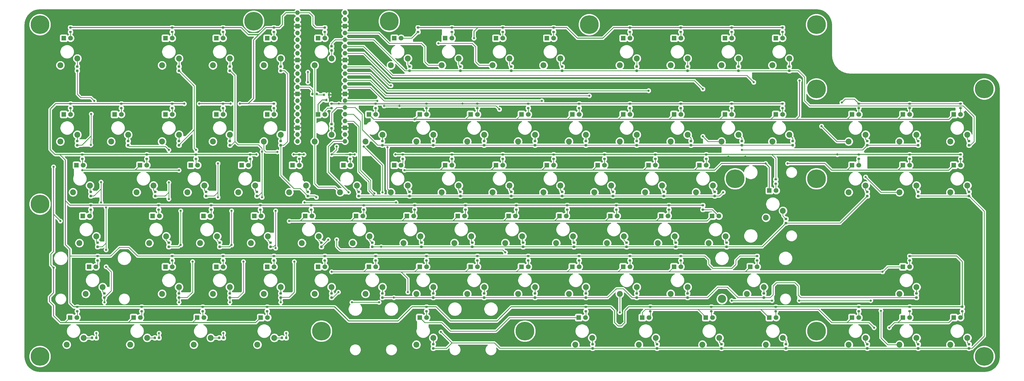
<source format=gbl>
G04 #@! TF.GenerationSoftware,KiCad,Pcbnew,(5.1.10)-1*
G04 #@! TF.CreationDate,2021-09-16T16:57:30+09:00*
G04 #@! TF.ProjectId,KiCAD,4b694341-442e-46b6-9963-61645f706362,rev?*
G04 #@! TF.SameCoordinates,Original*
G04 #@! TF.FileFunction,Copper,L2,Bot*
G04 #@! TF.FilePolarity,Positive*
%FSLAX46Y46*%
G04 Gerber Fmt 4.6, Leading zero omitted, Abs format (unit mm)*
G04 Created by KiCad (PCBNEW (5.1.10)-1) date 2021-09-16 16:57:30*
%MOMM*%
%LPD*%
G01*
G04 APERTURE LIST*
G04 #@! TA.AperFunction,ComponentPad*
%ADD10C,2.200000*%
G04 #@! TD*
G04 #@! TA.AperFunction,WasherPad*
%ADD11C,3.050000*%
G04 #@! TD*
G04 #@! TA.AperFunction,ComponentPad*
%ADD12O,1.700000X1.700000*%
G04 #@! TD*
G04 #@! TA.AperFunction,ComponentPad*
%ADD13R,1.700000X1.700000*%
G04 #@! TD*
G04 #@! TA.AperFunction,SMDPad,CuDef*
%ADD14R,0.800000X0.900000*%
G04 #@! TD*
G04 #@! TA.AperFunction,ComponentPad*
%ADD15R,1.800000X1.800000*%
G04 #@! TD*
G04 #@! TA.AperFunction,ComponentPad*
%ADD16C,1.800000*%
G04 #@! TD*
G04 #@! TA.AperFunction,ComponentPad*
%ADD17C,7.000000*%
G04 #@! TD*
G04 #@! TA.AperFunction,ViaPad*
%ADD18C,0.800000*%
G04 #@! TD*
G04 #@! TA.AperFunction,Conductor*
%ADD19C,0.250000*%
G04 #@! TD*
G04 #@! TA.AperFunction,Conductor*
%ADD20C,0.300000*%
G04 #@! TD*
G04 #@! TA.AperFunction,Conductor*
%ADD21C,0.254000*%
G04 #@! TD*
G04 #@! TA.AperFunction,Conductor*
%ADD22C,0.100000*%
G04 #@! TD*
G04 APERTURE END LIST*
D10*
X305435000Y-167005000D03*
X311785000Y-164465000D03*
D11*
X296075000Y-168925000D03*
D10*
X57785000Y-167005000D03*
X64135000Y-164465000D03*
X153035000Y-128905000D03*
X159385000Y-126365000D03*
X172085000Y-128905000D03*
X178435000Y-126365000D03*
X210185000Y-128905000D03*
X216535000Y-126365000D03*
X53023000Y-128905000D03*
X59373000Y-126365000D03*
X264953500Y-186055000D03*
X271303500Y-183515000D03*
X276860000Y-167005000D03*
X283210000Y-164465000D03*
X257810000Y-167005000D03*
X264160000Y-164465000D03*
X219710000Y-109855000D03*
X226060000Y-107315000D03*
X157797500Y-147955000D03*
X164147500Y-145415000D03*
X162560000Y-109855000D03*
X168910000Y-107315000D03*
G04 #@! TA.AperFunction,SMDPad,CuDef*
G36*
G01*
X150135000Y-96095000D02*
X149585000Y-96095000D01*
G75*
G02*
X149385000Y-95895000I0J200000D01*
G01*
X149385000Y-95495000D01*
G75*
G02*
X149585000Y-95295000I200000J0D01*
G01*
X150135000Y-95295000D01*
G75*
G02*
X150335000Y-95495000I0J-200000D01*
G01*
X150335000Y-95895000D01*
G75*
G02*
X150135000Y-96095000I-200000J0D01*
G01*
G37*
G04 #@! TD.AperFunction*
G04 #@! TA.AperFunction,SMDPad,CuDef*
G36*
G01*
X150135000Y-97745000D02*
X149585000Y-97745000D01*
G75*
G02*
X149385000Y-97545000I0J200000D01*
G01*
X149385000Y-97145000D01*
G75*
G02*
X149585000Y-96945000I200000J0D01*
G01*
X150135000Y-96945000D01*
G75*
G02*
X150335000Y-97145000I0J-200000D01*
G01*
X150335000Y-97545000D01*
G75*
G02*
X150135000Y-97745000I-200000J0D01*
G01*
G37*
G04 #@! TD.AperFunction*
X50641000Y-186055000D03*
X56991000Y-183515000D03*
X100647500Y-147955000D03*
X106997500Y-145415000D03*
X119697500Y-147955000D03*
X126047500Y-145415000D03*
X143510000Y-109855000D03*
X149860000Y-107315000D03*
X124460000Y-109855000D03*
X130810000Y-107315000D03*
X124460000Y-81280000D03*
X130810000Y-78740000D03*
X253047500Y-147955000D03*
X259397500Y-145415000D03*
G04 #@! TA.AperFunction,SMDPad,CuDef*
G36*
G01*
X309520000Y-153245000D02*
X308970000Y-153245000D01*
G75*
G02*
X308770000Y-153045000I0J200000D01*
G01*
X308770000Y-152645000D01*
G75*
G02*
X308970000Y-152445000I200000J0D01*
G01*
X309520000Y-152445000D01*
G75*
G02*
X309720000Y-152645000I0J-200000D01*
G01*
X309720000Y-153045000D01*
G75*
G02*
X309520000Y-153245000I-200000J0D01*
G01*
G37*
G04 #@! TD.AperFunction*
G04 #@! TA.AperFunction,SMDPad,CuDef*
G36*
G01*
X309520000Y-154895000D02*
X308970000Y-154895000D01*
G75*
G02*
X308770000Y-154695000I0J200000D01*
G01*
X308770000Y-154295000D01*
G75*
G02*
X308970000Y-154095000I200000J0D01*
G01*
X309520000Y-154095000D01*
G75*
G02*
X309720000Y-154295000I0J-200000D01*
G01*
X309720000Y-154695000D01*
G75*
G02*
X309520000Y-154895000I-200000J0D01*
G01*
G37*
G04 #@! TD.AperFunction*
X98266000Y-186055000D03*
X104616000Y-183515000D03*
X191135000Y-128905000D03*
X197485000Y-126365000D03*
X86360000Y-81280000D03*
X92710000Y-78740000D03*
X343535000Y-128905000D03*
X349885000Y-126365000D03*
X76835000Y-128905000D03*
X83185000Y-126365000D03*
X105410000Y-109855000D03*
X111760000Y-107315000D03*
X276860000Y-109855000D03*
X283210000Y-107315000D03*
X381635000Y-109855000D03*
X387985000Y-107315000D03*
X210185000Y-81280000D03*
X216535000Y-78740000D03*
D12*
X137096500Y-61531500D03*
X137096500Y-64071500D03*
D13*
X137096500Y-66611500D03*
D12*
X137096500Y-69151500D03*
X137096500Y-71691500D03*
X137096500Y-74231500D03*
X137096500Y-76771500D03*
D13*
X137096500Y-79311500D03*
D12*
X137096500Y-81851500D03*
X137096500Y-84391500D03*
X137096500Y-86931500D03*
X137096500Y-89471500D03*
D13*
X137096500Y-92011500D03*
D12*
X137096500Y-94551500D03*
X137096500Y-97091500D03*
X137096500Y-99631500D03*
X137096500Y-102171500D03*
D13*
X137096500Y-104711500D03*
D12*
X137096500Y-107251500D03*
X137096500Y-109791500D03*
X154876500Y-109791500D03*
X154876500Y-107251500D03*
D13*
X154876500Y-104711500D03*
D12*
X154876500Y-102171500D03*
X154876500Y-99631500D03*
X154876500Y-97091500D03*
X154876500Y-94551500D03*
D13*
X154876500Y-92011500D03*
D12*
X154876500Y-89471500D03*
X154876500Y-86931500D03*
X154876500Y-84391500D03*
X154876500Y-81851500D03*
D13*
X154876500Y-79311500D03*
D12*
X154876500Y-76771500D03*
X154876500Y-74231500D03*
X154876500Y-71691500D03*
X154876500Y-69151500D03*
D13*
X154876500Y-66611500D03*
D12*
X154876500Y-64071500D03*
X154876500Y-61531500D03*
D14*
X147955000Y-94345000D03*
X148905000Y-92345000D03*
X147005000Y-92345000D03*
G04 #@! TA.AperFunction,SMDPad,CuDef*
G36*
G01*
X143085000Y-91800000D02*
X143085000Y-92350000D01*
G75*
G02*
X142885000Y-92550000I-200000J0D01*
G01*
X142485000Y-92550000D01*
G75*
G02*
X142285000Y-92350000I0J200000D01*
G01*
X142285000Y-91800000D01*
G75*
G02*
X142485000Y-91600000I200000J0D01*
G01*
X142885000Y-91600000D01*
G75*
G02*
X143085000Y-91800000I0J-200000D01*
G01*
G37*
G04 #@! TD.AperFunction*
G04 #@! TA.AperFunction,SMDPad,CuDef*
G36*
G01*
X144735000Y-91800000D02*
X144735000Y-92350000D01*
G75*
G02*
X144535000Y-92550000I-200000J0D01*
G01*
X144135000Y-92550000D01*
G75*
G02*
X143935000Y-92350000I0J200000D01*
G01*
X143935000Y-91800000D01*
G75*
G02*
X144135000Y-91600000I200000J0D01*
G01*
X144535000Y-91600000D01*
G75*
G02*
X144735000Y-91800000I0J-200000D01*
G01*
G37*
G04 #@! TD.AperFunction*
G04 #@! TA.AperFunction,SMDPad,CuDef*
G36*
G01*
X386355000Y-172295000D02*
X385805000Y-172295000D01*
G75*
G02*
X385605000Y-172095000I0J200000D01*
G01*
X385605000Y-171695000D01*
G75*
G02*
X385805000Y-171495000I200000J0D01*
G01*
X386355000Y-171495000D01*
G75*
G02*
X386555000Y-171695000I0J-200000D01*
G01*
X386555000Y-172095000D01*
G75*
G02*
X386355000Y-172295000I-200000J0D01*
G01*
G37*
G04 #@! TD.AperFunction*
G04 #@! TA.AperFunction,SMDPad,CuDef*
G36*
G01*
X386355000Y-173945000D02*
X385805000Y-173945000D01*
G75*
G02*
X385605000Y-173745000I0J200000D01*
G01*
X385605000Y-173345000D01*
G75*
G02*
X385805000Y-173145000I200000J0D01*
G01*
X386355000Y-173145000D01*
G75*
G02*
X386555000Y-173345000I0J-200000D01*
G01*
X386555000Y-173745000D01*
G75*
G02*
X386355000Y-173945000I-200000J0D01*
G01*
G37*
G04 #@! TD.AperFunction*
G04 #@! TA.AperFunction,SMDPad,CuDef*
G36*
G01*
X366670000Y-172295000D02*
X366120000Y-172295000D01*
G75*
G02*
X365920000Y-172095000I0J200000D01*
G01*
X365920000Y-171695000D01*
G75*
G02*
X366120000Y-171495000I200000J0D01*
G01*
X366670000Y-171495000D01*
G75*
G02*
X366870000Y-171695000I0J-200000D01*
G01*
X366870000Y-172095000D01*
G75*
G02*
X366670000Y-172295000I-200000J0D01*
G01*
G37*
G04 #@! TD.AperFunction*
G04 #@! TA.AperFunction,SMDPad,CuDef*
G36*
G01*
X366670000Y-173945000D02*
X366120000Y-173945000D01*
G75*
G02*
X365920000Y-173745000I0J200000D01*
G01*
X365920000Y-173345000D01*
G75*
G02*
X366120000Y-173145000I200000J0D01*
G01*
X366670000Y-173145000D01*
G75*
G02*
X366870000Y-173345000I0J-200000D01*
G01*
X366870000Y-173745000D01*
G75*
G02*
X366670000Y-173945000I-200000J0D01*
G01*
G37*
G04 #@! TD.AperFunction*
G04 #@! TA.AperFunction,SMDPad,CuDef*
G36*
G01*
X347620000Y-172295000D02*
X347070000Y-172295000D01*
G75*
G02*
X346870000Y-172095000I0J200000D01*
G01*
X346870000Y-171695000D01*
G75*
G02*
X347070000Y-171495000I200000J0D01*
G01*
X347620000Y-171495000D01*
G75*
G02*
X347820000Y-171695000I0J-200000D01*
G01*
X347820000Y-172095000D01*
G75*
G02*
X347620000Y-172295000I-200000J0D01*
G01*
G37*
G04 #@! TD.AperFunction*
G04 #@! TA.AperFunction,SMDPad,CuDef*
G36*
G01*
X347620000Y-173945000D02*
X347070000Y-173945000D01*
G75*
G02*
X346870000Y-173745000I0J200000D01*
G01*
X346870000Y-173345000D01*
G75*
G02*
X347070000Y-173145000I200000J0D01*
G01*
X347620000Y-173145000D01*
G75*
G02*
X347820000Y-173345000I0J-200000D01*
G01*
X347820000Y-173745000D01*
G75*
G02*
X347620000Y-173945000I-200000J0D01*
G01*
G37*
G04 #@! TD.AperFunction*
G04 #@! TA.AperFunction,SMDPad,CuDef*
G36*
G01*
X316505000Y-172295000D02*
X315955000Y-172295000D01*
G75*
G02*
X315755000Y-172095000I0J200000D01*
G01*
X315755000Y-171695000D01*
G75*
G02*
X315955000Y-171495000I200000J0D01*
G01*
X316505000Y-171495000D01*
G75*
G02*
X316705000Y-171695000I0J-200000D01*
G01*
X316705000Y-172095000D01*
G75*
G02*
X316505000Y-172295000I-200000J0D01*
G01*
G37*
G04 #@! TD.AperFunction*
G04 #@! TA.AperFunction,SMDPad,CuDef*
G36*
G01*
X316505000Y-173945000D02*
X315955000Y-173945000D01*
G75*
G02*
X315755000Y-173745000I0J200000D01*
G01*
X315755000Y-173345000D01*
G75*
G02*
X315955000Y-173145000I200000J0D01*
G01*
X316505000Y-173145000D01*
G75*
G02*
X316705000Y-173345000I0J-200000D01*
G01*
X316705000Y-173745000D01*
G75*
G02*
X316505000Y-173945000I-200000J0D01*
G01*
G37*
G04 #@! TD.AperFunction*
G04 #@! TA.AperFunction,SMDPad,CuDef*
G36*
G01*
X292375000Y-172295000D02*
X291825000Y-172295000D01*
G75*
G02*
X291625000Y-172095000I0J200000D01*
G01*
X291625000Y-171695000D01*
G75*
G02*
X291825000Y-171495000I200000J0D01*
G01*
X292375000Y-171495000D01*
G75*
G02*
X292575000Y-171695000I0J-200000D01*
G01*
X292575000Y-172095000D01*
G75*
G02*
X292375000Y-172295000I-200000J0D01*
G01*
G37*
G04 #@! TD.AperFunction*
G04 #@! TA.AperFunction,SMDPad,CuDef*
G36*
G01*
X292375000Y-173945000D02*
X291825000Y-173945000D01*
G75*
G02*
X291625000Y-173745000I0J200000D01*
G01*
X291625000Y-173345000D01*
G75*
G02*
X291825000Y-173145000I200000J0D01*
G01*
X292375000Y-173145000D01*
G75*
G02*
X292575000Y-173345000I0J-200000D01*
G01*
X292575000Y-173745000D01*
G75*
G02*
X292375000Y-173945000I-200000J0D01*
G01*
G37*
G04 #@! TD.AperFunction*
G04 #@! TA.AperFunction,SMDPad,CuDef*
G36*
G01*
X269515000Y-172295000D02*
X268965000Y-172295000D01*
G75*
G02*
X268765000Y-172095000I0J200000D01*
G01*
X268765000Y-171695000D01*
G75*
G02*
X268965000Y-171495000I200000J0D01*
G01*
X269515000Y-171495000D01*
G75*
G02*
X269715000Y-171695000I0J-200000D01*
G01*
X269715000Y-172095000D01*
G75*
G02*
X269515000Y-172295000I-200000J0D01*
G01*
G37*
G04 #@! TD.AperFunction*
G04 #@! TA.AperFunction,SMDPad,CuDef*
G36*
G01*
X269515000Y-173945000D02*
X268965000Y-173945000D01*
G75*
G02*
X268765000Y-173745000I0J200000D01*
G01*
X268765000Y-173345000D01*
G75*
G02*
X268965000Y-173145000I200000J0D01*
G01*
X269515000Y-173145000D01*
G75*
G02*
X269715000Y-173345000I0J-200000D01*
G01*
X269715000Y-173745000D01*
G75*
G02*
X269515000Y-173945000I-200000J0D01*
G01*
G37*
G04 #@! TD.AperFunction*
G04 #@! TA.AperFunction,SMDPad,CuDef*
G36*
G01*
X245385000Y-172295000D02*
X244835000Y-172295000D01*
G75*
G02*
X244635000Y-172095000I0J200000D01*
G01*
X244635000Y-171695000D01*
G75*
G02*
X244835000Y-171495000I200000J0D01*
G01*
X245385000Y-171495000D01*
G75*
G02*
X245585000Y-171695000I0J-200000D01*
G01*
X245585000Y-172095000D01*
G75*
G02*
X245385000Y-172295000I-200000J0D01*
G01*
G37*
G04 #@! TD.AperFunction*
G04 #@! TA.AperFunction,SMDPad,CuDef*
G36*
G01*
X245385000Y-173945000D02*
X244835000Y-173945000D01*
G75*
G02*
X244635000Y-173745000I0J200000D01*
G01*
X244635000Y-173345000D01*
G75*
G02*
X244835000Y-173145000I200000J0D01*
G01*
X245385000Y-173145000D01*
G75*
G02*
X245585000Y-173345000I0J-200000D01*
G01*
X245585000Y-173745000D01*
G75*
G02*
X245385000Y-173945000I-200000J0D01*
G01*
G37*
G04 #@! TD.AperFunction*
G04 #@! TA.AperFunction,SMDPad,CuDef*
G36*
G01*
X185695000Y-172295000D02*
X185145000Y-172295000D01*
G75*
G02*
X184945000Y-172095000I0J200000D01*
G01*
X184945000Y-171695000D01*
G75*
G02*
X185145000Y-171495000I200000J0D01*
G01*
X185695000Y-171495000D01*
G75*
G02*
X185895000Y-171695000I0J-200000D01*
G01*
X185895000Y-172095000D01*
G75*
G02*
X185695000Y-172295000I-200000J0D01*
G01*
G37*
G04 #@! TD.AperFunction*
G04 #@! TA.AperFunction,SMDPad,CuDef*
G36*
G01*
X185695000Y-173945000D02*
X185145000Y-173945000D01*
G75*
G02*
X184945000Y-173745000I0J200000D01*
G01*
X184945000Y-173345000D01*
G75*
G02*
X185145000Y-173145000I200000J0D01*
G01*
X185695000Y-173145000D01*
G75*
G02*
X185895000Y-173345000I0J-200000D01*
G01*
X185895000Y-173745000D01*
G75*
G02*
X185695000Y-173945000I-200000J0D01*
G01*
G37*
G04 #@! TD.AperFunction*
G04 #@! TA.AperFunction,SMDPad,CuDef*
G36*
G01*
X126005000Y-172295000D02*
X125455000Y-172295000D01*
G75*
G02*
X125255000Y-172095000I0J200000D01*
G01*
X125255000Y-171695000D01*
G75*
G02*
X125455000Y-171495000I200000J0D01*
G01*
X126005000Y-171495000D01*
G75*
G02*
X126205000Y-171695000I0J-200000D01*
G01*
X126205000Y-172095000D01*
G75*
G02*
X126005000Y-172295000I-200000J0D01*
G01*
G37*
G04 #@! TD.AperFunction*
G04 #@! TA.AperFunction,SMDPad,CuDef*
G36*
G01*
X126005000Y-173945000D02*
X125455000Y-173945000D01*
G75*
G02*
X125255000Y-173745000I0J200000D01*
G01*
X125255000Y-173345000D01*
G75*
G02*
X125455000Y-173145000I200000J0D01*
G01*
X126005000Y-173145000D01*
G75*
G02*
X126205000Y-173345000I0J-200000D01*
G01*
X126205000Y-173745000D01*
G75*
G02*
X126005000Y-173945000I-200000J0D01*
G01*
G37*
G04 #@! TD.AperFunction*
G04 #@! TA.AperFunction,SMDPad,CuDef*
G36*
G01*
X101875000Y-172295000D02*
X101325000Y-172295000D01*
G75*
G02*
X101125000Y-172095000I0J200000D01*
G01*
X101125000Y-171695000D01*
G75*
G02*
X101325000Y-171495000I200000J0D01*
G01*
X101875000Y-171495000D01*
G75*
G02*
X102075000Y-171695000I0J-200000D01*
G01*
X102075000Y-172095000D01*
G75*
G02*
X101875000Y-172295000I-200000J0D01*
G01*
G37*
G04 #@! TD.AperFunction*
G04 #@! TA.AperFunction,SMDPad,CuDef*
G36*
G01*
X101875000Y-173945000D02*
X101325000Y-173945000D01*
G75*
G02*
X101125000Y-173745000I0J200000D01*
G01*
X101125000Y-173345000D01*
G75*
G02*
X101325000Y-173145000I200000J0D01*
G01*
X101875000Y-173145000D01*
G75*
G02*
X102075000Y-173345000I0J-200000D01*
G01*
X102075000Y-173745000D01*
G75*
G02*
X101875000Y-173945000I-200000J0D01*
G01*
G37*
G04 #@! TD.AperFunction*
G04 #@! TA.AperFunction,SMDPad,CuDef*
G36*
G01*
X79015000Y-172295000D02*
X78465000Y-172295000D01*
G75*
G02*
X78265000Y-172095000I0J200000D01*
G01*
X78265000Y-171695000D01*
G75*
G02*
X78465000Y-171495000I200000J0D01*
G01*
X79015000Y-171495000D01*
G75*
G02*
X79215000Y-171695000I0J-200000D01*
G01*
X79215000Y-172095000D01*
G75*
G02*
X79015000Y-172295000I-200000J0D01*
G01*
G37*
G04 #@! TD.AperFunction*
G04 #@! TA.AperFunction,SMDPad,CuDef*
G36*
G01*
X79015000Y-173945000D02*
X78465000Y-173945000D01*
G75*
G02*
X78265000Y-173745000I0J200000D01*
G01*
X78265000Y-173345000D01*
G75*
G02*
X78465000Y-173145000I200000J0D01*
G01*
X79015000Y-173145000D01*
G75*
G02*
X79215000Y-173345000I0J-200000D01*
G01*
X79215000Y-173745000D01*
G75*
G02*
X79015000Y-173945000I-200000J0D01*
G01*
G37*
G04 #@! TD.AperFunction*
G04 #@! TA.AperFunction,SMDPad,CuDef*
G36*
G01*
X54885000Y-172295000D02*
X54335000Y-172295000D01*
G75*
G02*
X54135000Y-172095000I0J200000D01*
G01*
X54135000Y-171695000D01*
G75*
G02*
X54335000Y-171495000I200000J0D01*
G01*
X54885000Y-171495000D01*
G75*
G02*
X55085000Y-171695000I0J-200000D01*
G01*
X55085000Y-172095000D01*
G75*
G02*
X54885000Y-172295000I-200000J0D01*
G01*
G37*
G04 #@! TD.AperFunction*
G04 #@! TA.AperFunction,SMDPad,CuDef*
G36*
G01*
X54885000Y-173945000D02*
X54335000Y-173945000D01*
G75*
G02*
X54135000Y-173745000I0J200000D01*
G01*
X54135000Y-173345000D01*
G75*
G02*
X54335000Y-173145000I200000J0D01*
G01*
X54885000Y-173145000D01*
G75*
G02*
X55085000Y-173345000I0J-200000D01*
G01*
X55085000Y-173745000D01*
G75*
G02*
X54885000Y-173945000I-200000J0D01*
G01*
G37*
G04 #@! TD.AperFunction*
G04 #@! TA.AperFunction,SMDPad,CuDef*
G36*
G01*
X366670000Y-153245000D02*
X366120000Y-153245000D01*
G75*
G02*
X365920000Y-153045000I0J200000D01*
G01*
X365920000Y-152645000D01*
G75*
G02*
X366120000Y-152445000I200000J0D01*
G01*
X366670000Y-152445000D01*
G75*
G02*
X366870000Y-152645000I0J-200000D01*
G01*
X366870000Y-153045000D01*
G75*
G02*
X366670000Y-153245000I-200000J0D01*
G01*
G37*
G04 #@! TD.AperFunction*
G04 #@! TA.AperFunction,SMDPad,CuDef*
G36*
G01*
X366670000Y-154895000D02*
X366120000Y-154895000D01*
G75*
G02*
X365920000Y-154695000I0J200000D01*
G01*
X365920000Y-154295000D01*
G75*
G02*
X366120000Y-154095000I200000J0D01*
G01*
X366670000Y-154095000D01*
G75*
G02*
X366870000Y-154295000I0J-200000D01*
G01*
X366870000Y-154695000D01*
G75*
G02*
X366670000Y-154895000I-200000J0D01*
G01*
G37*
G04 #@! TD.AperFunction*
G04 #@! TA.AperFunction,SMDPad,CuDef*
G36*
G01*
X280945000Y-153245000D02*
X280395000Y-153245000D01*
G75*
G02*
X280195000Y-153045000I0J200000D01*
G01*
X280195000Y-152645000D01*
G75*
G02*
X280395000Y-152445000I200000J0D01*
G01*
X280945000Y-152445000D01*
G75*
G02*
X281145000Y-152645000I0J-200000D01*
G01*
X281145000Y-153045000D01*
G75*
G02*
X280945000Y-153245000I-200000J0D01*
G01*
G37*
G04 #@! TD.AperFunction*
G04 #@! TA.AperFunction,SMDPad,CuDef*
G36*
G01*
X280945000Y-154895000D02*
X280395000Y-154895000D01*
G75*
G02*
X280195000Y-154695000I0J200000D01*
G01*
X280195000Y-154295000D01*
G75*
G02*
X280395000Y-154095000I200000J0D01*
G01*
X280945000Y-154095000D01*
G75*
G02*
X281145000Y-154295000I0J-200000D01*
G01*
X281145000Y-154695000D01*
G75*
G02*
X280945000Y-154895000I-200000J0D01*
G01*
G37*
G04 #@! TD.AperFunction*
G04 #@! TA.AperFunction,SMDPad,CuDef*
G36*
G01*
X261895000Y-153245000D02*
X261345000Y-153245000D01*
G75*
G02*
X261145000Y-153045000I0J200000D01*
G01*
X261145000Y-152645000D01*
G75*
G02*
X261345000Y-152445000I200000J0D01*
G01*
X261895000Y-152445000D01*
G75*
G02*
X262095000Y-152645000I0J-200000D01*
G01*
X262095000Y-153045000D01*
G75*
G02*
X261895000Y-153245000I-200000J0D01*
G01*
G37*
G04 #@! TD.AperFunction*
G04 #@! TA.AperFunction,SMDPad,CuDef*
G36*
G01*
X261895000Y-154895000D02*
X261345000Y-154895000D01*
G75*
G02*
X261145000Y-154695000I0J200000D01*
G01*
X261145000Y-154295000D01*
G75*
G02*
X261345000Y-154095000I200000J0D01*
G01*
X261895000Y-154095000D01*
G75*
G02*
X262095000Y-154295000I0J-200000D01*
G01*
X262095000Y-154695000D01*
G75*
G02*
X261895000Y-154895000I-200000J0D01*
G01*
G37*
G04 #@! TD.AperFunction*
G04 #@! TA.AperFunction,SMDPad,CuDef*
G36*
G01*
X242845000Y-153245000D02*
X242295000Y-153245000D01*
G75*
G02*
X242095000Y-153045000I0J200000D01*
G01*
X242095000Y-152645000D01*
G75*
G02*
X242295000Y-152445000I200000J0D01*
G01*
X242845000Y-152445000D01*
G75*
G02*
X243045000Y-152645000I0J-200000D01*
G01*
X243045000Y-153045000D01*
G75*
G02*
X242845000Y-153245000I-200000J0D01*
G01*
G37*
G04 #@! TD.AperFunction*
G04 #@! TA.AperFunction,SMDPad,CuDef*
G36*
G01*
X242845000Y-154895000D02*
X242295000Y-154895000D01*
G75*
G02*
X242095000Y-154695000I0J200000D01*
G01*
X242095000Y-154295000D01*
G75*
G02*
X242295000Y-154095000I200000J0D01*
G01*
X242845000Y-154095000D01*
G75*
G02*
X243045000Y-154295000I0J-200000D01*
G01*
X243045000Y-154695000D01*
G75*
G02*
X242845000Y-154895000I-200000J0D01*
G01*
G37*
G04 #@! TD.AperFunction*
G04 #@! TA.AperFunction,SMDPad,CuDef*
G36*
G01*
X223795000Y-153245000D02*
X223245000Y-153245000D01*
G75*
G02*
X223045000Y-153045000I0J200000D01*
G01*
X223045000Y-152645000D01*
G75*
G02*
X223245000Y-152445000I200000J0D01*
G01*
X223795000Y-152445000D01*
G75*
G02*
X223995000Y-152645000I0J-200000D01*
G01*
X223995000Y-153045000D01*
G75*
G02*
X223795000Y-153245000I-200000J0D01*
G01*
G37*
G04 #@! TD.AperFunction*
G04 #@! TA.AperFunction,SMDPad,CuDef*
G36*
G01*
X223795000Y-154895000D02*
X223245000Y-154895000D01*
G75*
G02*
X223045000Y-154695000I0J200000D01*
G01*
X223045000Y-154295000D01*
G75*
G02*
X223245000Y-154095000I200000J0D01*
G01*
X223795000Y-154095000D01*
G75*
G02*
X223995000Y-154295000I0J-200000D01*
G01*
X223995000Y-154695000D01*
G75*
G02*
X223795000Y-154895000I-200000J0D01*
G01*
G37*
G04 #@! TD.AperFunction*
G04 #@! TA.AperFunction,SMDPad,CuDef*
G36*
G01*
X204745000Y-153245000D02*
X204195000Y-153245000D01*
G75*
G02*
X203995000Y-153045000I0J200000D01*
G01*
X203995000Y-152645000D01*
G75*
G02*
X204195000Y-152445000I200000J0D01*
G01*
X204745000Y-152445000D01*
G75*
G02*
X204945000Y-152645000I0J-200000D01*
G01*
X204945000Y-153045000D01*
G75*
G02*
X204745000Y-153245000I-200000J0D01*
G01*
G37*
G04 #@! TD.AperFunction*
G04 #@! TA.AperFunction,SMDPad,CuDef*
G36*
G01*
X204745000Y-154895000D02*
X204195000Y-154895000D01*
G75*
G02*
X203995000Y-154695000I0J200000D01*
G01*
X203995000Y-154295000D01*
G75*
G02*
X204195000Y-154095000I200000J0D01*
G01*
X204745000Y-154095000D01*
G75*
G02*
X204945000Y-154295000I0J-200000D01*
G01*
X204945000Y-154695000D01*
G75*
G02*
X204745000Y-154895000I-200000J0D01*
G01*
G37*
G04 #@! TD.AperFunction*
G04 #@! TA.AperFunction,SMDPad,CuDef*
G36*
G01*
X185695000Y-153245000D02*
X185145000Y-153245000D01*
G75*
G02*
X184945000Y-153045000I0J200000D01*
G01*
X184945000Y-152645000D01*
G75*
G02*
X185145000Y-152445000I200000J0D01*
G01*
X185695000Y-152445000D01*
G75*
G02*
X185895000Y-152645000I0J-200000D01*
G01*
X185895000Y-153045000D01*
G75*
G02*
X185695000Y-153245000I-200000J0D01*
G01*
G37*
G04 #@! TD.AperFunction*
G04 #@! TA.AperFunction,SMDPad,CuDef*
G36*
G01*
X185695000Y-154895000D02*
X185145000Y-154895000D01*
G75*
G02*
X184945000Y-154695000I0J200000D01*
G01*
X184945000Y-154295000D01*
G75*
G02*
X185145000Y-154095000I200000J0D01*
G01*
X185695000Y-154095000D01*
G75*
G02*
X185895000Y-154295000I0J-200000D01*
G01*
X185895000Y-154695000D01*
G75*
G02*
X185695000Y-154895000I-200000J0D01*
G01*
G37*
G04 #@! TD.AperFunction*
G04 #@! TA.AperFunction,SMDPad,CuDef*
G36*
G01*
X166645000Y-153245000D02*
X166095000Y-153245000D01*
G75*
G02*
X165895000Y-153045000I0J200000D01*
G01*
X165895000Y-152645000D01*
G75*
G02*
X166095000Y-152445000I200000J0D01*
G01*
X166645000Y-152445000D01*
G75*
G02*
X166845000Y-152645000I0J-200000D01*
G01*
X166845000Y-153045000D01*
G75*
G02*
X166645000Y-153245000I-200000J0D01*
G01*
G37*
G04 #@! TD.AperFunction*
G04 #@! TA.AperFunction,SMDPad,CuDef*
G36*
G01*
X166645000Y-154895000D02*
X166095000Y-154895000D01*
G75*
G02*
X165895000Y-154695000I0J200000D01*
G01*
X165895000Y-154295000D01*
G75*
G02*
X166095000Y-154095000I200000J0D01*
G01*
X166645000Y-154095000D01*
G75*
G02*
X166845000Y-154295000I0J-200000D01*
G01*
X166845000Y-154695000D01*
G75*
G02*
X166645000Y-154895000I-200000J0D01*
G01*
G37*
G04 #@! TD.AperFunction*
G04 #@! TA.AperFunction,SMDPad,CuDef*
G36*
G01*
X147595000Y-153245000D02*
X147045000Y-153245000D01*
G75*
G02*
X146845000Y-153045000I0J200000D01*
G01*
X146845000Y-152645000D01*
G75*
G02*
X147045000Y-152445000I200000J0D01*
G01*
X147595000Y-152445000D01*
G75*
G02*
X147795000Y-152645000I0J-200000D01*
G01*
X147795000Y-153045000D01*
G75*
G02*
X147595000Y-153245000I-200000J0D01*
G01*
G37*
G04 #@! TD.AperFunction*
G04 #@! TA.AperFunction,SMDPad,CuDef*
G36*
G01*
X147595000Y-154895000D02*
X147045000Y-154895000D01*
G75*
G02*
X146845000Y-154695000I0J200000D01*
G01*
X146845000Y-154295000D01*
G75*
G02*
X147045000Y-154095000I200000J0D01*
G01*
X147595000Y-154095000D01*
G75*
G02*
X147795000Y-154295000I0J-200000D01*
G01*
X147795000Y-154695000D01*
G75*
G02*
X147595000Y-154895000I-200000J0D01*
G01*
G37*
G04 #@! TD.AperFunction*
G04 #@! TA.AperFunction,SMDPad,CuDef*
G36*
G01*
X128545000Y-153245000D02*
X127995000Y-153245000D01*
G75*
G02*
X127795000Y-153045000I0J200000D01*
G01*
X127795000Y-152645000D01*
G75*
G02*
X127995000Y-152445000I200000J0D01*
G01*
X128545000Y-152445000D01*
G75*
G02*
X128745000Y-152645000I0J-200000D01*
G01*
X128745000Y-153045000D01*
G75*
G02*
X128545000Y-153245000I-200000J0D01*
G01*
G37*
G04 #@! TD.AperFunction*
G04 #@! TA.AperFunction,SMDPad,CuDef*
G36*
G01*
X128545000Y-154895000D02*
X127995000Y-154895000D01*
G75*
G02*
X127795000Y-154695000I0J200000D01*
G01*
X127795000Y-154295000D01*
G75*
G02*
X127995000Y-154095000I200000J0D01*
G01*
X128545000Y-154095000D01*
G75*
G02*
X128745000Y-154295000I0J-200000D01*
G01*
X128745000Y-154695000D01*
G75*
G02*
X128545000Y-154895000I-200000J0D01*
G01*
G37*
G04 #@! TD.AperFunction*
G04 #@! TA.AperFunction,SMDPad,CuDef*
G36*
G01*
X109495000Y-153245000D02*
X108945000Y-153245000D01*
G75*
G02*
X108745000Y-153045000I0J200000D01*
G01*
X108745000Y-152645000D01*
G75*
G02*
X108945000Y-152445000I200000J0D01*
G01*
X109495000Y-152445000D01*
G75*
G02*
X109695000Y-152645000I0J-200000D01*
G01*
X109695000Y-153045000D01*
G75*
G02*
X109495000Y-153245000I-200000J0D01*
G01*
G37*
G04 #@! TD.AperFunction*
G04 #@! TA.AperFunction,SMDPad,CuDef*
G36*
G01*
X109495000Y-154895000D02*
X108945000Y-154895000D01*
G75*
G02*
X108745000Y-154695000I0J200000D01*
G01*
X108745000Y-154295000D01*
G75*
G02*
X108945000Y-154095000I200000J0D01*
G01*
X109495000Y-154095000D01*
G75*
G02*
X109695000Y-154295000I0J-200000D01*
G01*
X109695000Y-154695000D01*
G75*
G02*
X109495000Y-154895000I-200000J0D01*
G01*
G37*
G04 #@! TD.AperFunction*
G04 #@! TA.AperFunction,SMDPad,CuDef*
G36*
G01*
X90445000Y-153245000D02*
X89895000Y-153245000D01*
G75*
G02*
X89695000Y-153045000I0J200000D01*
G01*
X89695000Y-152645000D01*
G75*
G02*
X89895000Y-152445000I200000J0D01*
G01*
X90445000Y-152445000D01*
G75*
G02*
X90645000Y-152645000I0J-200000D01*
G01*
X90645000Y-153045000D01*
G75*
G02*
X90445000Y-153245000I-200000J0D01*
G01*
G37*
G04 #@! TD.AperFunction*
G04 #@! TA.AperFunction,SMDPad,CuDef*
G36*
G01*
X90445000Y-154895000D02*
X89895000Y-154895000D01*
G75*
G02*
X89695000Y-154695000I0J200000D01*
G01*
X89695000Y-154295000D01*
G75*
G02*
X89895000Y-154095000I200000J0D01*
G01*
X90445000Y-154095000D01*
G75*
G02*
X90645000Y-154295000I0J-200000D01*
G01*
X90645000Y-154695000D01*
G75*
G02*
X90445000Y-154895000I-200000J0D01*
G01*
G37*
G04 #@! TD.AperFunction*
G04 #@! TA.AperFunction,SMDPad,CuDef*
G36*
G01*
X62505000Y-153245000D02*
X61955000Y-153245000D01*
G75*
G02*
X61755000Y-153045000I0J200000D01*
G01*
X61755000Y-152645000D01*
G75*
G02*
X61955000Y-152445000I200000J0D01*
G01*
X62505000Y-152445000D01*
G75*
G02*
X62705000Y-152645000I0J-200000D01*
G01*
X62705000Y-153045000D01*
G75*
G02*
X62505000Y-153245000I-200000J0D01*
G01*
G37*
G04 #@! TD.AperFunction*
G04 #@! TA.AperFunction,SMDPad,CuDef*
G36*
G01*
X62505000Y-154895000D02*
X61955000Y-154895000D01*
G75*
G02*
X61755000Y-154695000I0J200000D01*
G01*
X61755000Y-154295000D01*
G75*
G02*
X61955000Y-154095000I200000J0D01*
G01*
X62505000Y-154095000D01*
G75*
G02*
X62705000Y-154295000I0J-200000D01*
G01*
X62705000Y-154695000D01*
G75*
G02*
X62505000Y-154895000I-200000J0D01*
G01*
G37*
G04 #@! TD.AperFunction*
G04 #@! TA.AperFunction,SMDPad,CuDef*
G36*
G01*
X289200000Y-134195000D02*
X288650000Y-134195000D01*
G75*
G02*
X288450000Y-133995000I0J200000D01*
G01*
X288450000Y-133595000D01*
G75*
G02*
X288650000Y-133395000I200000J0D01*
G01*
X289200000Y-133395000D01*
G75*
G02*
X289400000Y-133595000I0J-200000D01*
G01*
X289400000Y-133995000D01*
G75*
G02*
X289200000Y-134195000I-200000J0D01*
G01*
G37*
G04 #@! TD.AperFunction*
G04 #@! TA.AperFunction,SMDPad,CuDef*
G36*
G01*
X289200000Y-135845000D02*
X288650000Y-135845000D01*
G75*
G02*
X288450000Y-135645000I0J200000D01*
G01*
X288450000Y-135245000D01*
G75*
G02*
X288650000Y-135045000I200000J0D01*
G01*
X289200000Y-135045000D01*
G75*
G02*
X289400000Y-135245000I0J-200000D01*
G01*
X289400000Y-135645000D01*
G75*
G02*
X289200000Y-135845000I-200000J0D01*
G01*
G37*
G04 #@! TD.AperFunction*
G04 #@! TA.AperFunction,SMDPad,CuDef*
G36*
G01*
X276500000Y-134195000D02*
X275950000Y-134195000D01*
G75*
G02*
X275750000Y-133995000I0J200000D01*
G01*
X275750000Y-133595000D01*
G75*
G02*
X275950000Y-133395000I200000J0D01*
G01*
X276500000Y-133395000D01*
G75*
G02*
X276700000Y-133595000I0J-200000D01*
G01*
X276700000Y-133995000D01*
G75*
G02*
X276500000Y-134195000I-200000J0D01*
G01*
G37*
G04 #@! TD.AperFunction*
G04 #@! TA.AperFunction,SMDPad,CuDef*
G36*
G01*
X276500000Y-135845000D02*
X275950000Y-135845000D01*
G75*
G02*
X275750000Y-135645000I0J200000D01*
G01*
X275750000Y-135245000D01*
G75*
G02*
X275950000Y-135045000I200000J0D01*
G01*
X276500000Y-135045000D01*
G75*
G02*
X276700000Y-135245000I0J-200000D01*
G01*
X276700000Y-135645000D01*
G75*
G02*
X276500000Y-135845000I-200000J0D01*
G01*
G37*
G04 #@! TD.AperFunction*
G04 #@! TA.AperFunction,SMDPad,CuDef*
G36*
G01*
X256815000Y-134195000D02*
X256265000Y-134195000D01*
G75*
G02*
X256065000Y-133995000I0J200000D01*
G01*
X256065000Y-133595000D01*
G75*
G02*
X256265000Y-133395000I200000J0D01*
G01*
X256815000Y-133395000D01*
G75*
G02*
X257015000Y-133595000I0J-200000D01*
G01*
X257015000Y-133995000D01*
G75*
G02*
X256815000Y-134195000I-200000J0D01*
G01*
G37*
G04 #@! TD.AperFunction*
G04 #@! TA.AperFunction,SMDPad,CuDef*
G36*
G01*
X256815000Y-135845000D02*
X256265000Y-135845000D01*
G75*
G02*
X256065000Y-135645000I0J200000D01*
G01*
X256065000Y-135245000D01*
G75*
G02*
X256265000Y-135045000I200000J0D01*
G01*
X256815000Y-135045000D01*
G75*
G02*
X257015000Y-135245000I0J-200000D01*
G01*
X257015000Y-135645000D01*
G75*
G02*
X256815000Y-135845000I-200000J0D01*
G01*
G37*
G04 #@! TD.AperFunction*
G04 #@! TA.AperFunction,SMDPad,CuDef*
G36*
G01*
X238400000Y-134195000D02*
X237850000Y-134195000D01*
G75*
G02*
X237650000Y-133995000I0J200000D01*
G01*
X237650000Y-133595000D01*
G75*
G02*
X237850000Y-133395000I200000J0D01*
G01*
X238400000Y-133395000D01*
G75*
G02*
X238600000Y-133595000I0J-200000D01*
G01*
X238600000Y-133995000D01*
G75*
G02*
X238400000Y-134195000I-200000J0D01*
G01*
G37*
G04 #@! TD.AperFunction*
G04 #@! TA.AperFunction,SMDPad,CuDef*
G36*
G01*
X238400000Y-135845000D02*
X237850000Y-135845000D01*
G75*
G02*
X237650000Y-135645000I0J200000D01*
G01*
X237650000Y-135245000D01*
G75*
G02*
X237850000Y-135045000I200000J0D01*
G01*
X238400000Y-135045000D01*
G75*
G02*
X238600000Y-135245000I0J-200000D01*
G01*
X238600000Y-135645000D01*
G75*
G02*
X238400000Y-135845000I-200000J0D01*
G01*
G37*
G04 #@! TD.AperFunction*
G04 #@! TA.AperFunction,SMDPad,CuDef*
G36*
G01*
X219350000Y-134195000D02*
X218800000Y-134195000D01*
G75*
G02*
X218600000Y-133995000I0J200000D01*
G01*
X218600000Y-133595000D01*
G75*
G02*
X218800000Y-133395000I200000J0D01*
G01*
X219350000Y-133395000D01*
G75*
G02*
X219550000Y-133595000I0J-200000D01*
G01*
X219550000Y-133995000D01*
G75*
G02*
X219350000Y-134195000I-200000J0D01*
G01*
G37*
G04 #@! TD.AperFunction*
G04 #@! TA.AperFunction,SMDPad,CuDef*
G36*
G01*
X219350000Y-135845000D02*
X218800000Y-135845000D01*
G75*
G02*
X218600000Y-135645000I0J200000D01*
G01*
X218600000Y-135245000D01*
G75*
G02*
X218800000Y-135045000I200000J0D01*
G01*
X219350000Y-135045000D01*
G75*
G02*
X219550000Y-135245000I0J-200000D01*
G01*
X219550000Y-135645000D01*
G75*
G02*
X219350000Y-135845000I-200000J0D01*
G01*
G37*
G04 #@! TD.AperFunction*
G04 #@! TA.AperFunction,SMDPad,CuDef*
G36*
G01*
X200300000Y-134195000D02*
X199750000Y-134195000D01*
G75*
G02*
X199550000Y-133995000I0J200000D01*
G01*
X199550000Y-133595000D01*
G75*
G02*
X199750000Y-133395000I200000J0D01*
G01*
X200300000Y-133395000D01*
G75*
G02*
X200500000Y-133595000I0J-200000D01*
G01*
X200500000Y-133995000D01*
G75*
G02*
X200300000Y-134195000I-200000J0D01*
G01*
G37*
G04 #@! TD.AperFunction*
G04 #@! TA.AperFunction,SMDPad,CuDef*
G36*
G01*
X200300000Y-135845000D02*
X199750000Y-135845000D01*
G75*
G02*
X199550000Y-135645000I0J200000D01*
G01*
X199550000Y-135245000D01*
G75*
G02*
X199750000Y-135045000I200000J0D01*
G01*
X200300000Y-135045000D01*
G75*
G02*
X200500000Y-135245000I0J-200000D01*
G01*
X200500000Y-135645000D01*
G75*
G02*
X200300000Y-135845000I-200000J0D01*
G01*
G37*
G04 #@! TD.AperFunction*
G04 #@! TA.AperFunction,SMDPad,CuDef*
G36*
G01*
X181250000Y-134195000D02*
X180700000Y-134195000D01*
G75*
G02*
X180500000Y-133995000I0J200000D01*
G01*
X180500000Y-133595000D01*
G75*
G02*
X180700000Y-133395000I200000J0D01*
G01*
X181250000Y-133395000D01*
G75*
G02*
X181450000Y-133595000I0J-200000D01*
G01*
X181450000Y-133995000D01*
G75*
G02*
X181250000Y-134195000I-200000J0D01*
G01*
G37*
G04 #@! TD.AperFunction*
G04 #@! TA.AperFunction,SMDPad,CuDef*
G36*
G01*
X181250000Y-135845000D02*
X180700000Y-135845000D01*
G75*
G02*
X180500000Y-135645000I0J200000D01*
G01*
X180500000Y-135245000D01*
G75*
G02*
X180700000Y-135045000I200000J0D01*
G01*
X181250000Y-135045000D01*
G75*
G02*
X181450000Y-135245000I0J-200000D01*
G01*
X181450000Y-135645000D01*
G75*
G02*
X181250000Y-135845000I-200000J0D01*
G01*
G37*
G04 #@! TD.AperFunction*
G04 #@! TA.AperFunction,SMDPad,CuDef*
G36*
G01*
X162200000Y-134195000D02*
X161650000Y-134195000D01*
G75*
G02*
X161450000Y-133995000I0J200000D01*
G01*
X161450000Y-133595000D01*
G75*
G02*
X161650000Y-133395000I200000J0D01*
G01*
X162200000Y-133395000D01*
G75*
G02*
X162400000Y-133595000I0J-200000D01*
G01*
X162400000Y-133995000D01*
G75*
G02*
X162200000Y-134195000I-200000J0D01*
G01*
G37*
G04 #@! TD.AperFunction*
G04 #@! TA.AperFunction,SMDPad,CuDef*
G36*
G01*
X162200000Y-135845000D02*
X161650000Y-135845000D01*
G75*
G02*
X161450000Y-135645000I0J200000D01*
G01*
X161450000Y-135245000D01*
G75*
G02*
X161650000Y-135045000I200000J0D01*
G01*
X162200000Y-135045000D01*
G75*
G02*
X162400000Y-135245000I0J-200000D01*
G01*
X162400000Y-135645000D01*
G75*
G02*
X162200000Y-135845000I-200000J0D01*
G01*
G37*
G04 #@! TD.AperFunction*
G04 #@! TA.AperFunction,SMDPad,CuDef*
G36*
G01*
X142515000Y-134195000D02*
X141965000Y-134195000D01*
G75*
G02*
X141765000Y-133995000I0J200000D01*
G01*
X141765000Y-133595000D01*
G75*
G02*
X141965000Y-133395000I200000J0D01*
G01*
X142515000Y-133395000D01*
G75*
G02*
X142715000Y-133595000I0J-200000D01*
G01*
X142715000Y-133995000D01*
G75*
G02*
X142515000Y-134195000I-200000J0D01*
G01*
G37*
G04 #@! TD.AperFunction*
G04 #@! TA.AperFunction,SMDPad,CuDef*
G36*
G01*
X142515000Y-135845000D02*
X141965000Y-135845000D01*
G75*
G02*
X141765000Y-135645000I0J200000D01*
G01*
X141765000Y-135245000D01*
G75*
G02*
X141965000Y-135045000I200000J0D01*
G01*
X142515000Y-135045000D01*
G75*
G02*
X142715000Y-135245000I0J-200000D01*
G01*
X142715000Y-135645000D01*
G75*
G02*
X142515000Y-135845000I-200000J0D01*
G01*
G37*
G04 #@! TD.AperFunction*
G04 #@! TA.AperFunction,SMDPad,CuDef*
G36*
G01*
X123465000Y-134195000D02*
X122915000Y-134195000D01*
G75*
G02*
X122715000Y-133995000I0J200000D01*
G01*
X122715000Y-133595000D01*
G75*
G02*
X122915000Y-133395000I200000J0D01*
G01*
X123465000Y-133395000D01*
G75*
G02*
X123665000Y-133595000I0J-200000D01*
G01*
X123665000Y-133995000D01*
G75*
G02*
X123465000Y-134195000I-200000J0D01*
G01*
G37*
G04 #@! TD.AperFunction*
G04 #@! TA.AperFunction,SMDPad,CuDef*
G36*
G01*
X123465000Y-135845000D02*
X122915000Y-135845000D01*
G75*
G02*
X122715000Y-135645000I0J200000D01*
G01*
X122715000Y-135245000D01*
G75*
G02*
X122915000Y-135045000I200000J0D01*
G01*
X123465000Y-135045000D01*
G75*
G02*
X123665000Y-135245000I0J-200000D01*
G01*
X123665000Y-135645000D01*
G75*
G02*
X123465000Y-135845000I-200000J0D01*
G01*
G37*
G04 #@! TD.AperFunction*
G04 #@! TA.AperFunction,SMDPad,CuDef*
G36*
G01*
X105050000Y-134195000D02*
X104500000Y-134195000D01*
G75*
G02*
X104300000Y-133995000I0J200000D01*
G01*
X104300000Y-133595000D01*
G75*
G02*
X104500000Y-133395000I200000J0D01*
G01*
X105050000Y-133395000D01*
G75*
G02*
X105250000Y-133595000I0J-200000D01*
G01*
X105250000Y-133995000D01*
G75*
G02*
X105050000Y-134195000I-200000J0D01*
G01*
G37*
G04 #@! TD.AperFunction*
G04 #@! TA.AperFunction,SMDPad,CuDef*
G36*
G01*
X105050000Y-135845000D02*
X104500000Y-135845000D01*
G75*
G02*
X104300000Y-135645000I0J200000D01*
G01*
X104300000Y-135245000D01*
G75*
G02*
X104500000Y-135045000I200000J0D01*
G01*
X105050000Y-135045000D01*
G75*
G02*
X105250000Y-135245000I0J-200000D01*
G01*
X105250000Y-135645000D01*
G75*
G02*
X105050000Y-135845000I-200000J0D01*
G01*
G37*
G04 #@! TD.AperFunction*
G04 #@! TA.AperFunction,SMDPad,CuDef*
G36*
G01*
X85365000Y-134195000D02*
X84815000Y-134195000D01*
G75*
G02*
X84615000Y-133995000I0J200000D01*
G01*
X84615000Y-133595000D01*
G75*
G02*
X84815000Y-133395000I200000J0D01*
G01*
X85365000Y-133395000D01*
G75*
G02*
X85565000Y-133595000I0J-200000D01*
G01*
X85565000Y-133995000D01*
G75*
G02*
X85365000Y-134195000I-200000J0D01*
G01*
G37*
G04 #@! TD.AperFunction*
G04 #@! TA.AperFunction,SMDPad,CuDef*
G36*
G01*
X85365000Y-135845000D02*
X84815000Y-135845000D01*
G75*
G02*
X84615000Y-135645000I0J200000D01*
G01*
X84615000Y-135245000D01*
G75*
G02*
X84815000Y-135045000I200000J0D01*
G01*
X85365000Y-135045000D01*
G75*
G02*
X85565000Y-135245000I0J-200000D01*
G01*
X85565000Y-135645000D01*
G75*
G02*
X85365000Y-135845000I-200000J0D01*
G01*
G37*
G04 #@! TD.AperFunction*
G04 #@! TA.AperFunction,SMDPad,CuDef*
G36*
G01*
X59965000Y-134195000D02*
X59415000Y-134195000D01*
G75*
G02*
X59215000Y-133995000I0J200000D01*
G01*
X59215000Y-133595000D01*
G75*
G02*
X59415000Y-133395000I200000J0D01*
G01*
X59965000Y-133395000D01*
G75*
G02*
X60165000Y-133595000I0J-200000D01*
G01*
X60165000Y-133995000D01*
G75*
G02*
X59965000Y-134195000I-200000J0D01*
G01*
G37*
G04 #@! TD.AperFunction*
G04 #@! TA.AperFunction,SMDPad,CuDef*
G36*
G01*
X59965000Y-135845000D02*
X59415000Y-135845000D01*
G75*
G02*
X59215000Y-135645000I0J200000D01*
G01*
X59215000Y-135245000D01*
G75*
G02*
X59415000Y-135045000I200000J0D01*
G01*
X59965000Y-135045000D01*
G75*
G02*
X60165000Y-135245000I0J-200000D01*
G01*
X60165000Y-135645000D01*
G75*
G02*
X59965000Y-135845000I-200000J0D01*
G01*
G37*
G04 #@! TD.AperFunction*
G04 #@! TA.AperFunction,SMDPad,CuDef*
G36*
G01*
X385720000Y-115145000D02*
X385170000Y-115145000D01*
G75*
G02*
X384970000Y-114945000I0J200000D01*
G01*
X384970000Y-114545000D01*
G75*
G02*
X385170000Y-114345000I200000J0D01*
G01*
X385720000Y-114345000D01*
G75*
G02*
X385920000Y-114545000I0J-200000D01*
G01*
X385920000Y-114945000D01*
G75*
G02*
X385720000Y-115145000I-200000J0D01*
G01*
G37*
G04 #@! TD.AperFunction*
G04 #@! TA.AperFunction,SMDPad,CuDef*
G36*
G01*
X385720000Y-116795000D02*
X385170000Y-116795000D01*
G75*
G02*
X384970000Y-116595000I0J200000D01*
G01*
X384970000Y-116195000D01*
G75*
G02*
X385170000Y-115995000I200000J0D01*
G01*
X385720000Y-115995000D01*
G75*
G02*
X385920000Y-116195000I0J-200000D01*
G01*
X385920000Y-116595000D01*
G75*
G02*
X385720000Y-116795000I-200000J0D01*
G01*
G37*
G04 #@! TD.AperFunction*
G04 #@! TA.AperFunction,SMDPad,CuDef*
G36*
G01*
X366670000Y-115145000D02*
X366120000Y-115145000D01*
G75*
G02*
X365920000Y-114945000I0J200000D01*
G01*
X365920000Y-114545000D01*
G75*
G02*
X366120000Y-114345000I200000J0D01*
G01*
X366670000Y-114345000D01*
G75*
G02*
X366870000Y-114545000I0J-200000D01*
G01*
X366870000Y-114945000D01*
G75*
G02*
X366670000Y-115145000I-200000J0D01*
G01*
G37*
G04 #@! TD.AperFunction*
G04 #@! TA.AperFunction,SMDPad,CuDef*
G36*
G01*
X366670000Y-116795000D02*
X366120000Y-116795000D01*
G75*
G02*
X365920000Y-116595000I0J200000D01*
G01*
X365920000Y-116195000D01*
G75*
G02*
X366120000Y-115995000I200000J0D01*
G01*
X366670000Y-115995000D01*
G75*
G02*
X366870000Y-116195000I0J-200000D01*
G01*
X366870000Y-116595000D01*
G75*
G02*
X366670000Y-116795000I-200000J0D01*
G01*
G37*
G04 #@! TD.AperFunction*
G04 #@! TA.AperFunction,SMDPad,CuDef*
G36*
G01*
X347620000Y-115145000D02*
X347070000Y-115145000D01*
G75*
G02*
X346870000Y-114945000I0J200000D01*
G01*
X346870000Y-114545000D01*
G75*
G02*
X347070000Y-114345000I200000J0D01*
G01*
X347620000Y-114345000D01*
G75*
G02*
X347820000Y-114545000I0J-200000D01*
G01*
X347820000Y-114945000D01*
G75*
G02*
X347620000Y-115145000I-200000J0D01*
G01*
G37*
G04 #@! TD.AperFunction*
G04 #@! TA.AperFunction,SMDPad,CuDef*
G36*
G01*
X347620000Y-116795000D02*
X347070000Y-116795000D01*
G75*
G02*
X346870000Y-116595000I0J200000D01*
G01*
X346870000Y-116195000D01*
G75*
G02*
X347070000Y-115995000I200000J0D01*
G01*
X347620000Y-115995000D01*
G75*
G02*
X347820000Y-116195000I0J-200000D01*
G01*
X347820000Y-116595000D01*
G75*
G02*
X347620000Y-116795000I-200000J0D01*
G01*
G37*
G04 #@! TD.AperFunction*
G04 #@! TA.AperFunction,SMDPad,CuDef*
G36*
G01*
X316505000Y-124480000D02*
X315955000Y-124480000D01*
G75*
G02*
X315755000Y-124280000I0J200000D01*
G01*
X315755000Y-123880000D01*
G75*
G02*
X315955000Y-123680000I200000J0D01*
G01*
X316505000Y-123680000D01*
G75*
G02*
X316705000Y-123880000I0J-200000D01*
G01*
X316705000Y-124280000D01*
G75*
G02*
X316505000Y-124480000I-200000J0D01*
G01*
G37*
G04 #@! TD.AperFunction*
G04 #@! TA.AperFunction,SMDPad,CuDef*
G36*
G01*
X316505000Y-126130000D02*
X315955000Y-126130000D01*
G75*
G02*
X315755000Y-125930000I0J200000D01*
G01*
X315755000Y-125530000D01*
G75*
G02*
X315955000Y-125330000I200000J0D01*
G01*
X316505000Y-125330000D01*
G75*
G02*
X316705000Y-125530000I0J-200000D01*
G01*
X316705000Y-125930000D01*
G75*
G02*
X316505000Y-126130000I-200000J0D01*
G01*
G37*
G04 #@! TD.AperFunction*
G04 #@! TA.AperFunction,SMDPad,CuDef*
G36*
G01*
X290470000Y-115145000D02*
X289920000Y-115145000D01*
G75*
G02*
X289720000Y-114945000I0J200000D01*
G01*
X289720000Y-114545000D01*
G75*
G02*
X289920000Y-114345000I200000J0D01*
G01*
X290470000Y-114345000D01*
G75*
G02*
X290670000Y-114545000I0J-200000D01*
G01*
X290670000Y-114945000D01*
G75*
G02*
X290470000Y-115145000I-200000J0D01*
G01*
G37*
G04 #@! TD.AperFunction*
G04 #@! TA.AperFunction,SMDPad,CuDef*
G36*
G01*
X290470000Y-116795000D02*
X289920000Y-116795000D01*
G75*
G02*
X289720000Y-116595000I0J200000D01*
G01*
X289720000Y-116195000D01*
G75*
G02*
X289920000Y-115995000I200000J0D01*
G01*
X290470000Y-115995000D01*
G75*
G02*
X290670000Y-116195000I0J-200000D01*
G01*
X290670000Y-116595000D01*
G75*
G02*
X290470000Y-116795000I-200000J0D01*
G01*
G37*
G04 #@! TD.AperFunction*
G04 #@! TA.AperFunction,SMDPad,CuDef*
G36*
G01*
X271420000Y-115145000D02*
X270870000Y-115145000D01*
G75*
G02*
X270670000Y-114945000I0J200000D01*
G01*
X270670000Y-114545000D01*
G75*
G02*
X270870000Y-114345000I200000J0D01*
G01*
X271420000Y-114345000D01*
G75*
G02*
X271620000Y-114545000I0J-200000D01*
G01*
X271620000Y-114945000D01*
G75*
G02*
X271420000Y-115145000I-200000J0D01*
G01*
G37*
G04 #@! TD.AperFunction*
G04 #@! TA.AperFunction,SMDPad,CuDef*
G36*
G01*
X271420000Y-116795000D02*
X270870000Y-116795000D01*
G75*
G02*
X270670000Y-116595000I0J200000D01*
G01*
X270670000Y-116195000D01*
G75*
G02*
X270870000Y-115995000I200000J0D01*
G01*
X271420000Y-115995000D01*
G75*
G02*
X271620000Y-116195000I0J-200000D01*
G01*
X271620000Y-116595000D01*
G75*
G02*
X271420000Y-116795000I-200000J0D01*
G01*
G37*
G04 #@! TD.AperFunction*
G04 #@! TA.AperFunction,SMDPad,CuDef*
G36*
G01*
X252370000Y-115145000D02*
X251820000Y-115145000D01*
G75*
G02*
X251620000Y-114945000I0J200000D01*
G01*
X251620000Y-114545000D01*
G75*
G02*
X251820000Y-114345000I200000J0D01*
G01*
X252370000Y-114345000D01*
G75*
G02*
X252570000Y-114545000I0J-200000D01*
G01*
X252570000Y-114945000D01*
G75*
G02*
X252370000Y-115145000I-200000J0D01*
G01*
G37*
G04 #@! TD.AperFunction*
G04 #@! TA.AperFunction,SMDPad,CuDef*
G36*
G01*
X252370000Y-116795000D02*
X251820000Y-116795000D01*
G75*
G02*
X251620000Y-116595000I0J200000D01*
G01*
X251620000Y-116195000D01*
G75*
G02*
X251820000Y-115995000I200000J0D01*
G01*
X252370000Y-115995000D01*
G75*
G02*
X252570000Y-116195000I0J-200000D01*
G01*
X252570000Y-116595000D01*
G75*
G02*
X252370000Y-116795000I-200000J0D01*
G01*
G37*
G04 #@! TD.AperFunction*
G04 #@! TA.AperFunction,SMDPad,CuDef*
G36*
G01*
X233320000Y-115145000D02*
X232770000Y-115145000D01*
G75*
G02*
X232570000Y-114945000I0J200000D01*
G01*
X232570000Y-114545000D01*
G75*
G02*
X232770000Y-114345000I200000J0D01*
G01*
X233320000Y-114345000D01*
G75*
G02*
X233520000Y-114545000I0J-200000D01*
G01*
X233520000Y-114945000D01*
G75*
G02*
X233320000Y-115145000I-200000J0D01*
G01*
G37*
G04 #@! TD.AperFunction*
G04 #@! TA.AperFunction,SMDPad,CuDef*
G36*
G01*
X233320000Y-116795000D02*
X232770000Y-116795000D01*
G75*
G02*
X232570000Y-116595000I0J200000D01*
G01*
X232570000Y-116195000D01*
G75*
G02*
X232770000Y-115995000I200000J0D01*
G01*
X233320000Y-115995000D01*
G75*
G02*
X233520000Y-116195000I0J-200000D01*
G01*
X233520000Y-116595000D01*
G75*
G02*
X233320000Y-116795000I-200000J0D01*
G01*
G37*
G04 #@! TD.AperFunction*
G04 #@! TA.AperFunction,SMDPad,CuDef*
G36*
G01*
X214270000Y-115145000D02*
X213720000Y-115145000D01*
G75*
G02*
X213520000Y-114945000I0J200000D01*
G01*
X213520000Y-114545000D01*
G75*
G02*
X213720000Y-114345000I200000J0D01*
G01*
X214270000Y-114345000D01*
G75*
G02*
X214470000Y-114545000I0J-200000D01*
G01*
X214470000Y-114945000D01*
G75*
G02*
X214270000Y-115145000I-200000J0D01*
G01*
G37*
G04 #@! TD.AperFunction*
G04 #@! TA.AperFunction,SMDPad,CuDef*
G36*
G01*
X214270000Y-116795000D02*
X213720000Y-116795000D01*
G75*
G02*
X213520000Y-116595000I0J200000D01*
G01*
X213520000Y-116195000D01*
G75*
G02*
X213720000Y-115995000I200000J0D01*
G01*
X214270000Y-115995000D01*
G75*
G02*
X214470000Y-116195000I0J-200000D01*
G01*
X214470000Y-116595000D01*
G75*
G02*
X214270000Y-116795000I-200000J0D01*
G01*
G37*
G04 #@! TD.AperFunction*
G04 #@! TA.AperFunction,SMDPad,CuDef*
G36*
G01*
X195220000Y-115145000D02*
X194670000Y-115145000D01*
G75*
G02*
X194470000Y-114945000I0J200000D01*
G01*
X194470000Y-114545000D01*
G75*
G02*
X194670000Y-114345000I200000J0D01*
G01*
X195220000Y-114345000D01*
G75*
G02*
X195420000Y-114545000I0J-200000D01*
G01*
X195420000Y-114945000D01*
G75*
G02*
X195220000Y-115145000I-200000J0D01*
G01*
G37*
G04 #@! TD.AperFunction*
G04 #@! TA.AperFunction,SMDPad,CuDef*
G36*
G01*
X195220000Y-116795000D02*
X194670000Y-116795000D01*
G75*
G02*
X194470000Y-116595000I0J200000D01*
G01*
X194470000Y-116195000D01*
G75*
G02*
X194670000Y-115995000I200000J0D01*
G01*
X195220000Y-115995000D01*
G75*
G02*
X195420000Y-116195000I0J-200000D01*
G01*
X195420000Y-116595000D01*
G75*
G02*
X195220000Y-116795000I-200000J0D01*
G01*
G37*
G04 #@! TD.AperFunction*
G04 #@! TA.AperFunction,SMDPad,CuDef*
G36*
G01*
X176805000Y-115145000D02*
X176255000Y-115145000D01*
G75*
G02*
X176055000Y-114945000I0J200000D01*
G01*
X176055000Y-114545000D01*
G75*
G02*
X176255000Y-114345000I200000J0D01*
G01*
X176805000Y-114345000D01*
G75*
G02*
X177005000Y-114545000I0J-200000D01*
G01*
X177005000Y-114945000D01*
G75*
G02*
X176805000Y-115145000I-200000J0D01*
G01*
G37*
G04 #@! TD.AperFunction*
G04 #@! TA.AperFunction,SMDPad,CuDef*
G36*
G01*
X176805000Y-116795000D02*
X176255000Y-116795000D01*
G75*
G02*
X176055000Y-116595000I0J200000D01*
G01*
X176055000Y-116195000D01*
G75*
G02*
X176255000Y-115995000I200000J0D01*
G01*
X176805000Y-115995000D01*
G75*
G02*
X177005000Y-116195000I0J-200000D01*
G01*
X177005000Y-116595000D01*
G75*
G02*
X176805000Y-116795000I-200000J0D01*
G01*
G37*
G04 #@! TD.AperFunction*
G04 #@! TA.AperFunction,SMDPad,CuDef*
G36*
G01*
X157120000Y-115145000D02*
X156570000Y-115145000D01*
G75*
G02*
X156370000Y-114945000I0J200000D01*
G01*
X156370000Y-114545000D01*
G75*
G02*
X156570000Y-114345000I200000J0D01*
G01*
X157120000Y-114345000D01*
G75*
G02*
X157320000Y-114545000I0J-200000D01*
G01*
X157320000Y-114945000D01*
G75*
G02*
X157120000Y-115145000I-200000J0D01*
G01*
G37*
G04 #@! TD.AperFunction*
G04 #@! TA.AperFunction,SMDPad,CuDef*
G36*
G01*
X157120000Y-116795000D02*
X156570000Y-116795000D01*
G75*
G02*
X156370000Y-116595000I0J200000D01*
G01*
X156370000Y-116195000D01*
G75*
G02*
X156570000Y-115995000I200000J0D01*
G01*
X157120000Y-115995000D01*
G75*
G02*
X157320000Y-116195000I0J-200000D01*
G01*
X157320000Y-116595000D01*
G75*
G02*
X157120000Y-116795000I-200000J0D01*
G01*
G37*
G04 #@! TD.AperFunction*
G04 #@! TA.AperFunction,SMDPad,CuDef*
G36*
G01*
X138070000Y-115145000D02*
X137520000Y-115145000D01*
G75*
G02*
X137320000Y-114945000I0J200000D01*
G01*
X137320000Y-114545000D01*
G75*
G02*
X137520000Y-114345000I200000J0D01*
G01*
X138070000Y-114345000D01*
G75*
G02*
X138270000Y-114545000I0J-200000D01*
G01*
X138270000Y-114945000D01*
G75*
G02*
X138070000Y-115145000I-200000J0D01*
G01*
G37*
G04 #@! TD.AperFunction*
G04 #@! TA.AperFunction,SMDPad,CuDef*
G36*
G01*
X138070000Y-116795000D02*
X137520000Y-116795000D01*
G75*
G02*
X137320000Y-116595000I0J200000D01*
G01*
X137320000Y-116195000D01*
G75*
G02*
X137520000Y-115995000I200000J0D01*
G01*
X138070000Y-115995000D01*
G75*
G02*
X138270000Y-116195000I0J-200000D01*
G01*
X138270000Y-116595000D01*
G75*
G02*
X138070000Y-116795000I-200000J0D01*
G01*
G37*
G04 #@! TD.AperFunction*
G04 #@! TA.AperFunction,SMDPad,CuDef*
G36*
G01*
X119655000Y-115145000D02*
X119105000Y-115145000D01*
G75*
G02*
X118905000Y-114945000I0J200000D01*
G01*
X118905000Y-114545000D01*
G75*
G02*
X119105000Y-114345000I200000J0D01*
G01*
X119655000Y-114345000D01*
G75*
G02*
X119855000Y-114545000I0J-200000D01*
G01*
X119855000Y-114945000D01*
G75*
G02*
X119655000Y-115145000I-200000J0D01*
G01*
G37*
G04 #@! TD.AperFunction*
G04 #@! TA.AperFunction,SMDPad,CuDef*
G36*
G01*
X119655000Y-116795000D02*
X119105000Y-116795000D01*
G75*
G02*
X118905000Y-116595000I0J200000D01*
G01*
X118905000Y-116195000D01*
G75*
G02*
X119105000Y-115995000I200000J0D01*
G01*
X119655000Y-115995000D01*
G75*
G02*
X119855000Y-116195000I0J-200000D01*
G01*
X119855000Y-116595000D01*
G75*
G02*
X119655000Y-116795000I-200000J0D01*
G01*
G37*
G04 #@! TD.AperFunction*
G04 #@! TA.AperFunction,SMDPad,CuDef*
G36*
G01*
X99335000Y-115145000D02*
X98785000Y-115145000D01*
G75*
G02*
X98585000Y-114945000I0J200000D01*
G01*
X98585000Y-114545000D01*
G75*
G02*
X98785000Y-114345000I200000J0D01*
G01*
X99335000Y-114345000D01*
G75*
G02*
X99535000Y-114545000I0J-200000D01*
G01*
X99535000Y-114945000D01*
G75*
G02*
X99335000Y-115145000I-200000J0D01*
G01*
G37*
G04 #@! TD.AperFunction*
G04 #@! TA.AperFunction,SMDPad,CuDef*
G36*
G01*
X99335000Y-116795000D02*
X98785000Y-116795000D01*
G75*
G02*
X98585000Y-116595000I0J200000D01*
G01*
X98585000Y-116195000D01*
G75*
G02*
X98785000Y-115995000I200000J0D01*
G01*
X99335000Y-115995000D01*
G75*
G02*
X99535000Y-116195000I0J-200000D01*
G01*
X99535000Y-116595000D01*
G75*
G02*
X99335000Y-116795000I-200000J0D01*
G01*
G37*
G04 #@! TD.AperFunction*
G04 #@! TA.AperFunction,SMDPad,CuDef*
G36*
G01*
X80920000Y-115145000D02*
X80370000Y-115145000D01*
G75*
G02*
X80170000Y-114945000I0J200000D01*
G01*
X80170000Y-114545000D01*
G75*
G02*
X80370000Y-114345000I200000J0D01*
G01*
X80920000Y-114345000D01*
G75*
G02*
X81120000Y-114545000I0J-200000D01*
G01*
X81120000Y-114945000D01*
G75*
G02*
X80920000Y-115145000I-200000J0D01*
G01*
G37*
G04 #@! TD.AperFunction*
G04 #@! TA.AperFunction,SMDPad,CuDef*
G36*
G01*
X80920000Y-116795000D02*
X80370000Y-116795000D01*
G75*
G02*
X80170000Y-116595000I0J200000D01*
G01*
X80170000Y-116195000D01*
G75*
G02*
X80370000Y-115995000I200000J0D01*
G01*
X80920000Y-115995000D01*
G75*
G02*
X81120000Y-116195000I0J-200000D01*
G01*
X81120000Y-116595000D01*
G75*
G02*
X80920000Y-116795000I-200000J0D01*
G01*
G37*
G04 #@! TD.AperFunction*
G04 #@! TA.AperFunction,SMDPad,CuDef*
G36*
G01*
X56790000Y-115145000D02*
X56240000Y-115145000D01*
G75*
G02*
X56040000Y-114945000I0J200000D01*
G01*
X56040000Y-114545000D01*
G75*
G02*
X56240000Y-114345000I200000J0D01*
G01*
X56790000Y-114345000D01*
G75*
G02*
X56990000Y-114545000I0J-200000D01*
G01*
X56990000Y-114945000D01*
G75*
G02*
X56790000Y-115145000I-200000J0D01*
G01*
G37*
G04 #@! TD.AperFunction*
G04 #@! TA.AperFunction,SMDPad,CuDef*
G36*
G01*
X56790000Y-116795000D02*
X56240000Y-116795000D01*
G75*
G02*
X56040000Y-116595000I0J200000D01*
G01*
X56040000Y-116195000D01*
G75*
G02*
X56240000Y-115995000I200000J0D01*
G01*
X56790000Y-115995000D01*
G75*
G02*
X56990000Y-116195000I0J-200000D01*
G01*
X56990000Y-116595000D01*
G75*
G02*
X56790000Y-116795000I-200000J0D01*
G01*
G37*
G04 #@! TD.AperFunction*
G04 #@! TA.AperFunction,SMDPad,CuDef*
G36*
G01*
X385720000Y-96095000D02*
X385170000Y-96095000D01*
G75*
G02*
X384970000Y-95895000I0J200000D01*
G01*
X384970000Y-95495000D01*
G75*
G02*
X385170000Y-95295000I200000J0D01*
G01*
X385720000Y-95295000D01*
G75*
G02*
X385920000Y-95495000I0J-200000D01*
G01*
X385920000Y-95895000D01*
G75*
G02*
X385720000Y-96095000I-200000J0D01*
G01*
G37*
G04 #@! TD.AperFunction*
G04 #@! TA.AperFunction,SMDPad,CuDef*
G36*
G01*
X385720000Y-97745000D02*
X385170000Y-97745000D01*
G75*
G02*
X384970000Y-97545000I0J200000D01*
G01*
X384970000Y-97145000D01*
G75*
G02*
X385170000Y-96945000I200000J0D01*
G01*
X385720000Y-96945000D01*
G75*
G02*
X385920000Y-97145000I0J-200000D01*
G01*
X385920000Y-97545000D01*
G75*
G02*
X385720000Y-97745000I-200000J0D01*
G01*
G37*
G04 #@! TD.AperFunction*
G04 #@! TA.AperFunction,SMDPad,CuDef*
G36*
G01*
X366670000Y-96095000D02*
X366120000Y-96095000D01*
G75*
G02*
X365920000Y-95895000I0J200000D01*
G01*
X365920000Y-95495000D01*
G75*
G02*
X366120000Y-95295000I200000J0D01*
G01*
X366670000Y-95295000D01*
G75*
G02*
X366870000Y-95495000I0J-200000D01*
G01*
X366870000Y-95895000D01*
G75*
G02*
X366670000Y-96095000I-200000J0D01*
G01*
G37*
G04 #@! TD.AperFunction*
G04 #@! TA.AperFunction,SMDPad,CuDef*
G36*
G01*
X366670000Y-97745000D02*
X366120000Y-97745000D01*
G75*
G02*
X365920000Y-97545000I0J200000D01*
G01*
X365920000Y-97145000D01*
G75*
G02*
X366120000Y-96945000I200000J0D01*
G01*
X366670000Y-96945000D01*
G75*
G02*
X366870000Y-97145000I0J-200000D01*
G01*
X366870000Y-97545000D01*
G75*
G02*
X366670000Y-97745000I-200000J0D01*
G01*
G37*
G04 #@! TD.AperFunction*
G04 #@! TA.AperFunction,SMDPad,CuDef*
G36*
G01*
X347620000Y-96095000D02*
X347070000Y-96095000D01*
G75*
G02*
X346870000Y-95895000I0J200000D01*
G01*
X346870000Y-95495000D01*
G75*
G02*
X347070000Y-95295000I200000J0D01*
G01*
X347620000Y-95295000D01*
G75*
G02*
X347820000Y-95495000I0J-200000D01*
G01*
X347820000Y-95895000D01*
G75*
G02*
X347620000Y-96095000I-200000J0D01*
G01*
G37*
G04 #@! TD.AperFunction*
G04 #@! TA.AperFunction,SMDPad,CuDef*
G36*
G01*
X347620000Y-97745000D02*
X347070000Y-97745000D01*
G75*
G02*
X346870000Y-97545000I0J200000D01*
G01*
X346870000Y-97145000D01*
G75*
G02*
X347070000Y-96945000I200000J0D01*
G01*
X347620000Y-96945000D01*
G75*
G02*
X347820000Y-97145000I0J-200000D01*
G01*
X347820000Y-97545000D01*
G75*
G02*
X347620000Y-97745000I-200000J0D01*
G01*
G37*
G04 #@! TD.AperFunction*
G04 #@! TA.AperFunction,SMDPad,CuDef*
G36*
G01*
X319045000Y-96095000D02*
X318495000Y-96095000D01*
G75*
G02*
X318295000Y-95895000I0J200000D01*
G01*
X318295000Y-95495000D01*
G75*
G02*
X318495000Y-95295000I200000J0D01*
G01*
X319045000Y-95295000D01*
G75*
G02*
X319245000Y-95495000I0J-200000D01*
G01*
X319245000Y-95895000D01*
G75*
G02*
X319045000Y-96095000I-200000J0D01*
G01*
G37*
G04 #@! TD.AperFunction*
G04 #@! TA.AperFunction,SMDPad,CuDef*
G36*
G01*
X319045000Y-97745000D02*
X318495000Y-97745000D01*
G75*
G02*
X318295000Y-97545000I0J200000D01*
G01*
X318295000Y-97145000D01*
G75*
G02*
X318495000Y-96945000I200000J0D01*
G01*
X319045000Y-96945000D01*
G75*
G02*
X319245000Y-97145000I0J-200000D01*
G01*
X319245000Y-97545000D01*
G75*
G02*
X319045000Y-97745000I-200000J0D01*
G01*
G37*
G04 #@! TD.AperFunction*
G04 #@! TA.AperFunction,SMDPad,CuDef*
G36*
G01*
X299995000Y-96095000D02*
X299445000Y-96095000D01*
G75*
G02*
X299245000Y-95895000I0J200000D01*
G01*
X299245000Y-95495000D01*
G75*
G02*
X299445000Y-95295000I200000J0D01*
G01*
X299995000Y-95295000D01*
G75*
G02*
X300195000Y-95495000I0J-200000D01*
G01*
X300195000Y-95895000D01*
G75*
G02*
X299995000Y-96095000I-200000J0D01*
G01*
G37*
G04 #@! TD.AperFunction*
G04 #@! TA.AperFunction,SMDPad,CuDef*
G36*
G01*
X299995000Y-97745000D02*
X299445000Y-97745000D01*
G75*
G02*
X299245000Y-97545000I0J200000D01*
G01*
X299245000Y-97145000D01*
G75*
G02*
X299445000Y-96945000I200000J0D01*
G01*
X299995000Y-96945000D01*
G75*
G02*
X300195000Y-97145000I0J-200000D01*
G01*
X300195000Y-97545000D01*
G75*
G02*
X299995000Y-97745000I-200000J0D01*
G01*
G37*
G04 #@! TD.AperFunction*
G04 #@! TA.AperFunction,SMDPad,CuDef*
G36*
G01*
X280945000Y-96095000D02*
X280395000Y-96095000D01*
G75*
G02*
X280195000Y-95895000I0J200000D01*
G01*
X280195000Y-95495000D01*
G75*
G02*
X280395000Y-95295000I200000J0D01*
G01*
X280945000Y-95295000D01*
G75*
G02*
X281145000Y-95495000I0J-200000D01*
G01*
X281145000Y-95895000D01*
G75*
G02*
X280945000Y-96095000I-200000J0D01*
G01*
G37*
G04 #@! TD.AperFunction*
G04 #@! TA.AperFunction,SMDPad,CuDef*
G36*
G01*
X280945000Y-97745000D02*
X280395000Y-97745000D01*
G75*
G02*
X280195000Y-97545000I0J200000D01*
G01*
X280195000Y-97145000D01*
G75*
G02*
X280395000Y-96945000I200000J0D01*
G01*
X280945000Y-96945000D01*
G75*
G02*
X281145000Y-97145000I0J-200000D01*
G01*
X281145000Y-97545000D01*
G75*
G02*
X280945000Y-97745000I-200000J0D01*
G01*
G37*
G04 #@! TD.AperFunction*
G04 #@! TA.AperFunction,SMDPad,CuDef*
G36*
G01*
X261895000Y-96095000D02*
X261345000Y-96095000D01*
G75*
G02*
X261145000Y-95895000I0J200000D01*
G01*
X261145000Y-95495000D01*
G75*
G02*
X261345000Y-95295000I200000J0D01*
G01*
X261895000Y-95295000D01*
G75*
G02*
X262095000Y-95495000I0J-200000D01*
G01*
X262095000Y-95895000D01*
G75*
G02*
X261895000Y-96095000I-200000J0D01*
G01*
G37*
G04 #@! TD.AperFunction*
G04 #@! TA.AperFunction,SMDPad,CuDef*
G36*
G01*
X261895000Y-97745000D02*
X261345000Y-97745000D01*
G75*
G02*
X261145000Y-97545000I0J200000D01*
G01*
X261145000Y-97145000D01*
G75*
G02*
X261345000Y-96945000I200000J0D01*
G01*
X261895000Y-96945000D01*
G75*
G02*
X262095000Y-97145000I0J-200000D01*
G01*
X262095000Y-97545000D01*
G75*
G02*
X261895000Y-97745000I-200000J0D01*
G01*
G37*
G04 #@! TD.AperFunction*
G04 #@! TA.AperFunction,SMDPad,CuDef*
G36*
G01*
X242845000Y-96095000D02*
X242295000Y-96095000D01*
G75*
G02*
X242095000Y-95895000I0J200000D01*
G01*
X242095000Y-95495000D01*
G75*
G02*
X242295000Y-95295000I200000J0D01*
G01*
X242845000Y-95295000D01*
G75*
G02*
X243045000Y-95495000I0J-200000D01*
G01*
X243045000Y-95895000D01*
G75*
G02*
X242845000Y-96095000I-200000J0D01*
G01*
G37*
G04 #@! TD.AperFunction*
G04 #@! TA.AperFunction,SMDPad,CuDef*
G36*
G01*
X242845000Y-97745000D02*
X242295000Y-97745000D01*
G75*
G02*
X242095000Y-97545000I0J200000D01*
G01*
X242095000Y-97145000D01*
G75*
G02*
X242295000Y-96945000I200000J0D01*
G01*
X242845000Y-96945000D01*
G75*
G02*
X243045000Y-97145000I0J-200000D01*
G01*
X243045000Y-97545000D01*
G75*
G02*
X242845000Y-97745000I-200000J0D01*
G01*
G37*
G04 #@! TD.AperFunction*
G04 #@! TA.AperFunction,SMDPad,CuDef*
G36*
G01*
X223795000Y-96095000D02*
X223245000Y-96095000D01*
G75*
G02*
X223045000Y-95895000I0J200000D01*
G01*
X223045000Y-95495000D01*
G75*
G02*
X223245000Y-95295000I200000J0D01*
G01*
X223795000Y-95295000D01*
G75*
G02*
X223995000Y-95495000I0J-200000D01*
G01*
X223995000Y-95895000D01*
G75*
G02*
X223795000Y-96095000I-200000J0D01*
G01*
G37*
G04 #@! TD.AperFunction*
G04 #@! TA.AperFunction,SMDPad,CuDef*
G36*
G01*
X223795000Y-97745000D02*
X223245000Y-97745000D01*
G75*
G02*
X223045000Y-97545000I0J200000D01*
G01*
X223045000Y-97145000D01*
G75*
G02*
X223245000Y-96945000I200000J0D01*
G01*
X223795000Y-96945000D01*
G75*
G02*
X223995000Y-97145000I0J-200000D01*
G01*
X223995000Y-97545000D01*
G75*
G02*
X223795000Y-97745000I-200000J0D01*
G01*
G37*
G04 #@! TD.AperFunction*
G04 #@! TA.AperFunction,SMDPad,CuDef*
G36*
G01*
X204745000Y-96095000D02*
X204195000Y-96095000D01*
G75*
G02*
X203995000Y-95895000I0J200000D01*
G01*
X203995000Y-95495000D01*
G75*
G02*
X204195000Y-95295000I200000J0D01*
G01*
X204745000Y-95295000D01*
G75*
G02*
X204945000Y-95495000I0J-200000D01*
G01*
X204945000Y-95895000D01*
G75*
G02*
X204745000Y-96095000I-200000J0D01*
G01*
G37*
G04 #@! TD.AperFunction*
G04 #@! TA.AperFunction,SMDPad,CuDef*
G36*
G01*
X204745000Y-97745000D02*
X204195000Y-97745000D01*
G75*
G02*
X203995000Y-97545000I0J200000D01*
G01*
X203995000Y-97145000D01*
G75*
G02*
X204195000Y-96945000I200000J0D01*
G01*
X204745000Y-96945000D01*
G75*
G02*
X204945000Y-97145000I0J-200000D01*
G01*
X204945000Y-97545000D01*
G75*
G02*
X204745000Y-97745000I-200000J0D01*
G01*
G37*
G04 #@! TD.AperFunction*
G04 #@! TA.AperFunction,SMDPad,CuDef*
G36*
G01*
X185695000Y-96095000D02*
X185145000Y-96095000D01*
G75*
G02*
X184945000Y-95895000I0J200000D01*
G01*
X184945000Y-95495000D01*
G75*
G02*
X185145000Y-95295000I200000J0D01*
G01*
X185695000Y-95295000D01*
G75*
G02*
X185895000Y-95495000I0J-200000D01*
G01*
X185895000Y-95895000D01*
G75*
G02*
X185695000Y-96095000I-200000J0D01*
G01*
G37*
G04 #@! TD.AperFunction*
G04 #@! TA.AperFunction,SMDPad,CuDef*
G36*
G01*
X185695000Y-97745000D02*
X185145000Y-97745000D01*
G75*
G02*
X184945000Y-97545000I0J200000D01*
G01*
X184945000Y-97145000D01*
G75*
G02*
X185145000Y-96945000I200000J0D01*
G01*
X185695000Y-96945000D01*
G75*
G02*
X185895000Y-97145000I0J-200000D01*
G01*
X185895000Y-97545000D01*
G75*
G02*
X185695000Y-97745000I-200000J0D01*
G01*
G37*
G04 #@! TD.AperFunction*
G04 #@! TA.AperFunction,SMDPad,CuDef*
G36*
G01*
X166645000Y-96095000D02*
X166095000Y-96095000D01*
G75*
G02*
X165895000Y-95895000I0J200000D01*
G01*
X165895000Y-95495000D01*
G75*
G02*
X166095000Y-95295000I200000J0D01*
G01*
X166645000Y-95295000D01*
G75*
G02*
X166845000Y-95495000I0J-200000D01*
G01*
X166845000Y-95895000D01*
G75*
G02*
X166645000Y-96095000I-200000J0D01*
G01*
G37*
G04 #@! TD.AperFunction*
G04 #@! TA.AperFunction,SMDPad,CuDef*
G36*
G01*
X166645000Y-97745000D02*
X166095000Y-97745000D01*
G75*
G02*
X165895000Y-97545000I0J200000D01*
G01*
X165895000Y-97145000D01*
G75*
G02*
X166095000Y-96945000I200000J0D01*
G01*
X166645000Y-96945000D01*
G75*
G02*
X166845000Y-97145000I0J-200000D01*
G01*
X166845000Y-97545000D01*
G75*
G02*
X166645000Y-97745000I-200000J0D01*
G01*
G37*
G04 #@! TD.AperFunction*
G04 #@! TA.AperFunction,SMDPad,CuDef*
G36*
G01*
X128545000Y-96095000D02*
X127995000Y-96095000D01*
G75*
G02*
X127795000Y-95895000I0J200000D01*
G01*
X127795000Y-95495000D01*
G75*
G02*
X127995000Y-95295000I200000J0D01*
G01*
X128545000Y-95295000D01*
G75*
G02*
X128745000Y-95495000I0J-200000D01*
G01*
X128745000Y-95895000D01*
G75*
G02*
X128545000Y-96095000I-200000J0D01*
G01*
G37*
G04 #@! TD.AperFunction*
G04 #@! TA.AperFunction,SMDPad,CuDef*
G36*
G01*
X128545000Y-97745000D02*
X127995000Y-97745000D01*
G75*
G02*
X127795000Y-97545000I0J200000D01*
G01*
X127795000Y-97145000D01*
G75*
G02*
X127995000Y-96945000I200000J0D01*
G01*
X128545000Y-96945000D01*
G75*
G02*
X128745000Y-97145000I0J-200000D01*
G01*
X128745000Y-97545000D01*
G75*
G02*
X128545000Y-97745000I-200000J0D01*
G01*
G37*
G04 #@! TD.AperFunction*
G04 #@! TA.AperFunction,SMDPad,CuDef*
G36*
G01*
X109495000Y-96095000D02*
X108945000Y-96095000D01*
G75*
G02*
X108745000Y-95895000I0J200000D01*
G01*
X108745000Y-95495000D01*
G75*
G02*
X108945000Y-95295000I200000J0D01*
G01*
X109495000Y-95295000D01*
G75*
G02*
X109695000Y-95495000I0J-200000D01*
G01*
X109695000Y-95895000D01*
G75*
G02*
X109495000Y-96095000I-200000J0D01*
G01*
G37*
G04 #@! TD.AperFunction*
G04 #@! TA.AperFunction,SMDPad,CuDef*
G36*
G01*
X109495000Y-97745000D02*
X108945000Y-97745000D01*
G75*
G02*
X108745000Y-97545000I0J200000D01*
G01*
X108745000Y-97145000D01*
G75*
G02*
X108945000Y-96945000I200000J0D01*
G01*
X109495000Y-96945000D01*
G75*
G02*
X109695000Y-97145000I0J-200000D01*
G01*
X109695000Y-97545000D01*
G75*
G02*
X109495000Y-97745000I-200000J0D01*
G01*
G37*
G04 #@! TD.AperFunction*
G04 #@! TA.AperFunction,SMDPad,CuDef*
G36*
G01*
X90445000Y-96095000D02*
X89895000Y-96095000D01*
G75*
G02*
X89695000Y-95895000I0J200000D01*
G01*
X89695000Y-95495000D01*
G75*
G02*
X89895000Y-95295000I200000J0D01*
G01*
X90445000Y-95295000D01*
G75*
G02*
X90645000Y-95495000I0J-200000D01*
G01*
X90645000Y-95895000D01*
G75*
G02*
X90445000Y-96095000I-200000J0D01*
G01*
G37*
G04 #@! TD.AperFunction*
G04 #@! TA.AperFunction,SMDPad,CuDef*
G36*
G01*
X90445000Y-97745000D02*
X89895000Y-97745000D01*
G75*
G02*
X89695000Y-97545000I0J200000D01*
G01*
X89695000Y-97145000D01*
G75*
G02*
X89895000Y-96945000I200000J0D01*
G01*
X90445000Y-96945000D01*
G75*
G02*
X90645000Y-97145000I0J-200000D01*
G01*
X90645000Y-97545000D01*
G75*
G02*
X90445000Y-97745000I-200000J0D01*
G01*
G37*
G04 #@! TD.AperFunction*
G04 #@! TA.AperFunction,SMDPad,CuDef*
G36*
G01*
X71395000Y-96095000D02*
X70845000Y-96095000D01*
G75*
G02*
X70645000Y-95895000I0J200000D01*
G01*
X70645000Y-95495000D01*
G75*
G02*
X70845000Y-95295000I200000J0D01*
G01*
X71395000Y-95295000D01*
G75*
G02*
X71595000Y-95495000I0J-200000D01*
G01*
X71595000Y-95895000D01*
G75*
G02*
X71395000Y-96095000I-200000J0D01*
G01*
G37*
G04 #@! TD.AperFunction*
G04 #@! TA.AperFunction,SMDPad,CuDef*
G36*
G01*
X71395000Y-97745000D02*
X70845000Y-97745000D01*
G75*
G02*
X70645000Y-97545000I0J200000D01*
G01*
X70645000Y-97145000D01*
G75*
G02*
X70845000Y-96945000I200000J0D01*
G01*
X71395000Y-96945000D01*
G75*
G02*
X71595000Y-97145000I0J-200000D01*
G01*
X71595000Y-97545000D01*
G75*
G02*
X71395000Y-97745000I-200000J0D01*
G01*
G37*
G04 #@! TD.AperFunction*
G04 #@! TA.AperFunction,SMDPad,CuDef*
G36*
G01*
X52345000Y-96095000D02*
X51795000Y-96095000D01*
G75*
G02*
X51595000Y-95895000I0J200000D01*
G01*
X51595000Y-95495000D01*
G75*
G02*
X51795000Y-95295000I200000J0D01*
G01*
X52345000Y-95295000D01*
G75*
G02*
X52545000Y-95495000I0J-200000D01*
G01*
X52545000Y-95895000D01*
G75*
G02*
X52345000Y-96095000I-200000J0D01*
G01*
G37*
G04 #@! TD.AperFunction*
G04 #@! TA.AperFunction,SMDPad,CuDef*
G36*
G01*
X52345000Y-97745000D02*
X51795000Y-97745000D01*
G75*
G02*
X51595000Y-97545000I0J200000D01*
G01*
X51595000Y-97145000D01*
G75*
G02*
X51795000Y-96945000I200000J0D01*
G01*
X52345000Y-96945000D01*
G75*
G02*
X52545000Y-97145000I0J-200000D01*
G01*
X52545000Y-97545000D01*
G75*
G02*
X52345000Y-97745000I-200000J0D01*
G01*
G37*
G04 #@! TD.AperFunction*
G04 #@! TA.AperFunction,SMDPad,CuDef*
G36*
G01*
X319045000Y-67520000D02*
X318495000Y-67520000D01*
G75*
G02*
X318295000Y-67320000I0J200000D01*
G01*
X318295000Y-66920000D01*
G75*
G02*
X318495000Y-66720000I200000J0D01*
G01*
X319045000Y-66720000D01*
G75*
G02*
X319245000Y-66920000I0J-200000D01*
G01*
X319245000Y-67320000D01*
G75*
G02*
X319045000Y-67520000I-200000J0D01*
G01*
G37*
G04 #@! TD.AperFunction*
G04 #@! TA.AperFunction,SMDPad,CuDef*
G36*
G01*
X319045000Y-69170000D02*
X318495000Y-69170000D01*
G75*
G02*
X318295000Y-68970000I0J200000D01*
G01*
X318295000Y-68570000D01*
G75*
G02*
X318495000Y-68370000I200000J0D01*
G01*
X319045000Y-68370000D01*
G75*
G02*
X319245000Y-68570000I0J-200000D01*
G01*
X319245000Y-68970000D01*
G75*
G02*
X319045000Y-69170000I-200000J0D01*
G01*
G37*
G04 #@! TD.AperFunction*
G04 #@! TA.AperFunction,SMDPad,CuDef*
G36*
G01*
X299995000Y-67520000D02*
X299445000Y-67520000D01*
G75*
G02*
X299245000Y-67320000I0J200000D01*
G01*
X299245000Y-66920000D01*
G75*
G02*
X299445000Y-66720000I200000J0D01*
G01*
X299995000Y-66720000D01*
G75*
G02*
X300195000Y-66920000I0J-200000D01*
G01*
X300195000Y-67320000D01*
G75*
G02*
X299995000Y-67520000I-200000J0D01*
G01*
G37*
G04 #@! TD.AperFunction*
G04 #@! TA.AperFunction,SMDPad,CuDef*
G36*
G01*
X299995000Y-69170000D02*
X299445000Y-69170000D01*
G75*
G02*
X299245000Y-68970000I0J200000D01*
G01*
X299245000Y-68570000D01*
G75*
G02*
X299445000Y-68370000I200000J0D01*
G01*
X299995000Y-68370000D01*
G75*
G02*
X300195000Y-68570000I0J-200000D01*
G01*
X300195000Y-68970000D01*
G75*
G02*
X299995000Y-69170000I-200000J0D01*
G01*
G37*
G04 #@! TD.AperFunction*
G04 #@! TA.AperFunction,SMDPad,CuDef*
G36*
G01*
X280945000Y-67520000D02*
X280395000Y-67520000D01*
G75*
G02*
X280195000Y-67320000I0J200000D01*
G01*
X280195000Y-66920000D01*
G75*
G02*
X280395000Y-66720000I200000J0D01*
G01*
X280945000Y-66720000D01*
G75*
G02*
X281145000Y-66920000I0J-200000D01*
G01*
X281145000Y-67320000D01*
G75*
G02*
X280945000Y-67520000I-200000J0D01*
G01*
G37*
G04 #@! TD.AperFunction*
G04 #@! TA.AperFunction,SMDPad,CuDef*
G36*
G01*
X280945000Y-69170000D02*
X280395000Y-69170000D01*
G75*
G02*
X280195000Y-68970000I0J200000D01*
G01*
X280195000Y-68570000D01*
G75*
G02*
X280395000Y-68370000I200000J0D01*
G01*
X280945000Y-68370000D01*
G75*
G02*
X281145000Y-68570000I0J-200000D01*
G01*
X281145000Y-68970000D01*
G75*
G02*
X280945000Y-69170000I-200000J0D01*
G01*
G37*
G04 #@! TD.AperFunction*
G04 #@! TA.AperFunction,SMDPad,CuDef*
G36*
G01*
X261895000Y-67520000D02*
X261345000Y-67520000D01*
G75*
G02*
X261145000Y-67320000I0J200000D01*
G01*
X261145000Y-66920000D01*
G75*
G02*
X261345000Y-66720000I200000J0D01*
G01*
X261895000Y-66720000D01*
G75*
G02*
X262095000Y-66920000I0J-200000D01*
G01*
X262095000Y-67320000D01*
G75*
G02*
X261895000Y-67520000I-200000J0D01*
G01*
G37*
G04 #@! TD.AperFunction*
G04 #@! TA.AperFunction,SMDPad,CuDef*
G36*
G01*
X261895000Y-69170000D02*
X261345000Y-69170000D01*
G75*
G02*
X261145000Y-68970000I0J200000D01*
G01*
X261145000Y-68570000D01*
G75*
G02*
X261345000Y-68370000I200000J0D01*
G01*
X261895000Y-68370000D01*
G75*
G02*
X262095000Y-68570000I0J-200000D01*
G01*
X262095000Y-68970000D01*
G75*
G02*
X261895000Y-69170000I-200000J0D01*
G01*
G37*
G04 #@! TD.AperFunction*
G04 #@! TA.AperFunction,SMDPad,CuDef*
G36*
G01*
X233320000Y-67520000D02*
X232770000Y-67520000D01*
G75*
G02*
X232570000Y-67320000I0J200000D01*
G01*
X232570000Y-66920000D01*
G75*
G02*
X232770000Y-66720000I200000J0D01*
G01*
X233320000Y-66720000D01*
G75*
G02*
X233520000Y-66920000I0J-200000D01*
G01*
X233520000Y-67320000D01*
G75*
G02*
X233320000Y-67520000I-200000J0D01*
G01*
G37*
G04 #@! TD.AperFunction*
G04 #@! TA.AperFunction,SMDPad,CuDef*
G36*
G01*
X233320000Y-69170000D02*
X232770000Y-69170000D01*
G75*
G02*
X232570000Y-68970000I0J200000D01*
G01*
X232570000Y-68570000D01*
G75*
G02*
X232770000Y-68370000I200000J0D01*
G01*
X233320000Y-68370000D01*
G75*
G02*
X233520000Y-68570000I0J-200000D01*
G01*
X233520000Y-68970000D01*
G75*
G02*
X233320000Y-69170000I-200000J0D01*
G01*
G37*
G04 #@! TD.AperFunction*
G04 #@! TA.AperFunction,SMDPad,CuDef*
G36*
G01*
X214270000Y-67520000D02*
X213720000Y-67520000D01*
G75*
G02*
X213520000Y-67320000I0J200000D01*
G01*
X213520000Y-66920000D01*
G75*
G02*
X213720000Y-66720000I200000J0D01*
G01*
X214270000Y-66720000D01*
G75*
G02*
X214470000Y-66920000I0J-200000D01*
G01*
X214470000Y-67320000D01*
G75*
G02*
X214270000Y-67520000I-200000J0D01*
G01*
G37*
G04 #@! TD.AperFunction*
G04 #@! TA.AperFunction,SMDPad,CuDef*
G36*
G01*
X214270000Y-69170000D02*
X213720000Y-69170000D01*
G75*
G02*
X213520000Y-68970000I0J200000D01*
G01*
X213520000Y-68570000D01*
G75*
G02*
X213720000Y-68370000I200000J0D01*
G01*
X214270000Y-68370000D01*
G75*
G02*
X214470000Y-68570000I0J-200000D01*
G01*
X214470000Y-68970000D01*
G75*
G02*
X214270000Y-69170000I-200000J0D01*
G01*
G37*
G04 #@! TD.AperFunction*
G04 #@! TA.AperFunction,SMDPad,CuDef*
G36*
G01*
X195220000Y-67520000D02*
X194670000Y-67520000D01*
G75*
G02*
X194470000Y-67320000I0J200000D01*
G01*
X194470000Y-66920000D01*
G75*
G02*
X194670000Y-66720000I200000J0D01*
G01*
X195220000Y-66720000D01*
G75*
G02*
X195420000Y-66920000I0J-200000D01*
G01*
X195420000Y-67320000D01*
G75*
G02*
X195220000Y-67520000I-200000J0D01*
G01*
G37*
G04 #@! TD.AperFunction*
G04 #@! TA.AperFunction,SMDPad,CuDef*
G36*
G01*
X195220000Y-69170000D02*
X194670000Y-69170000D01*
G75*
G02*
X194470000Y-68970000I0J200000D01*
G01*
X194470000Y-68570000D01*
G75*
G02*
X194670000Y-68370000I200000J0D01*
G01*
X195220000Y-68370000D01*
G75*
G02*
X195420000Y-68570000I0J-200000D01*
G01*
X195420000Y-68970000D01*
G75*
G02*
X195220000Y-69170000I-200000J0D01*
G01*
G37*
G04 #@! TD.AperFunction*
G04 #@! TA.AperFunction,SMDPad,CuDef*
G36*
G01*
X182520000Y-67520000D02*
X181970000Y-67520000D01*
G75*
G02*
X181770000Y-67320000I0J200000D01*
G01*
X181770000Y-66920000D01*
G75*
G02*
X181970000Y-66720000I200000J0D01*
G01*
X182520000Y-66720000D01*
G75*
G02*
X182720000Y-66920000I0J-200000D01*
G01*
X182720000Y-67320000D01*
G75*
G02*
X182520000Y-67520000I-200000J0D01*
G01*
G37*
G04 #@! TD.AperFunction*
G04 #@! TA.AperFunction,SMDPad,CuDef*
G36*
G01*
X182520000Y-69170000D02*
X181970000Y-69170000D01*
G75*
G02*
X181770000Y-68970000I0J200000D01*
G01*
X181770000Y-68570000D01*
G75*
G02*
X181970000Y-68370000I200000J0D01*
G01*
X182520000Y-68370000D01*
G75*
G02*
X182720000Y-68570000I0J-200000D01*
G01*
X182720000Y-68970000D01*
G75*
G02*
X182520000Y-69170000I-200000J0D01*
G01*
G37*
G04 #@! TD.AperFunction*
G04 #@! TA.AperFunction,SMDPad,CuDef*
G36*
G01*
X147595000Y-67520000D02*
X147045000Y-67520000D01*
G75*
G02*
X146845000Y-67320000I0J200000D01*
G01*
X146845000Y-66920000D01*
G75*
G02*
X147045000Y-66720000I200000J0D01*
G01*
X147595000Y-66720000D01*
G75*
G02*
X147795000Y-66920000I0J-200000D01*
G01*
X147795000Y-67320000D01*
G75*
G02*
X147595000Y-67520000I-200000J0D01*
G01*
G37*
G04 #@! TD.AperFunction*
G04 #@! TA.AperFunction,SMDPad,CuDef*
G36*
G01*
X147595000Y-69170000D02*
X147045000Y-69170000D01*
G75*
G02*
X146845000Y-68970000I0J200000D01*
G01*
X146845000Y-68570000D01*
G75*
G02*
X147045000Y-68370000I200000J0D01*
G01*
X147595000Y-68370000D01*
G75*
G02*
X147795000Y-68570000I0J-200000D01*
G01*
X147795000Y-68970000D01*
G75*
G02*
X147595000Y-69170000I-200000J0D01*
G01*
G37*
G04 #@! TD.AperFunction*
G04 #@! TA.AperFunction,SMDPad,CuDef*
G36*
G01*
X128545000Y-67520000D02*
X127995000Y-67520000D01*
G75*
G02*
X127795000Y-67320000I0J200000D01*
G01*
X127795000Y-66920000D01*
G75*
G02*
X127995000Y-66720000I200000J0D01*
G01*
X128545000Y-66720000D01*
G75*
G02*
X128745000Y-66920000I0J-200000D01*
G01*
X128745000Y-67320000D01*
G75*
G02*
X128545000Y-67520000I-200000J0D01*
G01*
G37*
G04 #@! TD.AperFunction*
G04 #@! TA.AperFunction,SMDPad,CuDef*
G36*
G01*
X128545000Y-69170000D02*
X127995000Y-69170000D01*
G75*
G02*
X127795000Y-68970000I0J200000D01*
G01*
X127795000Y-68570000D01*
G75*
G02*
X127995000Y-68370000I200000J0D01*
G01*
X128545000Y-68370000D01*
G75*
G02*
X128745000Y-68570000I0J-200000D01*
G01*
X128745000Y-68970000D01*
G75*
G02*
X128545000Y-69170000I-200000J0D01*
G01*
G37*
G04 #@! TD.AperFunction*
G04 #@! TA.AperFunction,SMDPad,CuDef*
G36*
G01*
X109495000Y-67520000D02*
X108945000Y-67520000D01*
G75*
G02*
X108745000Y-67320000I0J200000D01*
G01*
X108745000Y-66920000D01*
G75*
G02*
X108945000Y-66720000I200000J0D01*
G01*
X109495000Y-66720000D01*
G75*
G02*
X109695000Y-66920000I0J-200000D01*
G01*
X109695000Y-67320000D01*
G75*
G02*
X109495000Y-67520000I-200000J0D01*
G01*
G37*
G04 #@! TD.AperFunction*
G04 #@! TA.AperFunction,SMDPad,CuDef*
G36*
G01*
X109495000Y-69170000D02*
X108945000Y-69170000D01*
G75*
G02*
X108745000Y-68970000I0J200000D01*
G01*
X108745000Y-68570000D01*
G75*
G02*
X108945000Y-68370000I200000J0D01*
G01*
X109495000Y-68370000D01*
G75*
G02*
X109695000Y-68570000I0J-200000D01*
G01*
X109695000Y-68970000D01*
G75*
G02*
X109495000Y-69170000I-200000J0D01*
G01*
G37*
G04 #@! TD.AperFunction*
G04 #@! TA.AperFunction,SMDPad,CuDef*
G36*
G01*
X90445000Y-67520000D02*
X89895000Y-67520000D01*
G75*
G02*
X89695000Y-67320000I0J200000D01*
G01*
X89695000Y-66920000D01*
G75*
G02*
X89895000Y-66720000I200000J0D01*
G01*
X90445000Y-66720000D01*
G75*
G02*
X90645000Y-66920000I0J-200000D01*
G01*
X90645000Y-67320000D01*
G75*
G02*
X90445000Y-67520000I-200000J0D01*
G01*
G37*
G04 #@! TD.AperFunction*
G04 #@! TA.AperFunction,SMDPad,CuDef*
G36*
G01*
X90445000Y-69170000D02*
X89895000Y-69170000D01*
G75*
G02*
X89695000Y-68970000I0J200000D01*
G01*
X89695000Y-68570000D01*
G75*
G02*
X89895000Y-68370000I200000J0D01*
G01*
X90445000Y-68370000D01*
G75*
G02*
X90645000Y-68570000I0J-200000D01*
G01*
X90645000Y-68970000D01*
G75*
G02*
X90445000Y-69170000I-200000J0D01*
G01*
G37*
G04 #@! TD.AperFunction*
G04 #@! TA.AperFunction,SMDPad,CuDef*
G36*
G01*
X52345000Y-67520000D02*
X51795000Y-67520000D01*
G75*
G02*
X51595000Y-67320000I0J200000D01*
G01*
X51595000Y-66920000D01*
G75*
G02*
X51795000Y-66720000I200000J0D01*
G01*
X52345000Y-66720000D01*
G75*
G02*
X52545000Y-66920000I0J-200000D01*
G01*
X52545000Y-67320000D01*
G75*
G02*
X52345000Y-67520000I-200000J0D01*
G01*
G37*
G04 #@! TD.AperFunction*
G04 #@! TA.AperFunction,SMDPad,CuDef*
G36*
G01*
X52345000Y-69170000D02*
X51795000Y-69170000D01*
G75*
G02*
X51595000Y-68970000I0J200000D01*
G01*
X51595000Y-68570000D01*
G75*
G02*
X51795000Y-68370000I200000J0D01*
G01*
X52345000Y-68370000D01*
G75*
G02*
X52545000Y-68570000I0J-200000D01*
G01*
X52545000Y-68970000D01*
G75*
G02*
X52345000Y-69170000I-200000J0D01*
G01*
G37*
G04 #@! TD.AperFunction*
D10*
X105410000Y-81280000D03*
X111760000Y-78740000D03*
X241141000Y-186055000D03*
X247491000Y-183515000D03*
X312578499Y-138430000D03*
X318928499Y-135890000D03*
X55404000Y-147955000D03*
X61754000Y-145415000D03*
X124460000Y-167005000D03*
X130810000Y-164465000D03*
X187960000Y-183515000D03*
X181610000Y-186055000D03*
X381635000Y-186055000D03*
X387985000Y-183515000D03*
X362585000Y-186055000D03*
X368935000Y-183515000D03*
X343535000Y-186055000D03*
X349885000Y-183515000D03*
X312578499Y-186055000D03*
X318928499Y-183515000D03*
X288766000Y-186055000D03*
X295116000Y-183515000D03*
X122078500Y-186055000D03*
X128428500Y-183515000D03*
X74453500Y-186055000D03*
X80803500Y-183515000D03*
X362585000Y-167005000D03*
X368935000Y-164465000D03*
X238760000Y-167005000D03*
X245110000Y-164465000D03*
X219710000Y-167005000D03*
X226060000Y-164465000D03*
X200660000Y-167005000D03*
X207010000Y-164465000D03*
X181610000Y-167005000D03*
X187960000Y-164465000D03*
X162560000Y-167005000D03*
X168910000Y-164465000D03*
X143510000Y-167005000D03*
X149860000Y-164465000D03*
X105410000Y-167005000D03*
X111760000Y-164465000D03*
X86360000Y-167005000D03*
X92710000Y-164465000D03*
X291147500Y-147955000D03*
X297497500Y-145415000D03*
X272097500Y-147955000D03*
X278447500Y-145415000D03*
X233997500Y-147955000D03*
X240347500Y-145415000D03*
X214947500Y-147955000D03*
X221297500Y-145415000D03*
X195897500Y-147955000D03*
X202247500Y-145415000D03*
X176847500Y-147955000D03*
X183197500Y-145415000D03*
X138747500Y-147955000D03*
X145097500Y-145415000D03*
X81597500Y-147955000D03*
X87947500Y-145415000D03*
X381635000Y-128905000D03*
X387985000Y-126365000D03*
X362585000Y-128905000D03*
X368935000Y-126365000D03*
X286385000Y-128905000D03*
X292735000Y-126365000D03*
X267335000Y-128905000D03*
X273685000Y-126365000D03*
X248285000Y-128905000D03*
X254635000Y-126365000D03*
X229235000Y-128905000D03*
X235585000Y-126365000D03*
X133985000Y-128905000D03*
X140335000Y-126365000D03*
X114935000Y-128905000D03*
X121285000Y-126365000D03*
X95885000Y-128905000D03*
X102235000Y-126365000D03*
X362585000Y-109855000D03*
X368935000Y-107315000D03*
X343535000Y-109855000D03*
X349885000Y-107315000D03*
X314960000Y-109855000D03*
X321310000Y-107315000D03*
X295910000Y-109855000D03*
X302260000Y-107315000D03*
X257810000Y-109855000D03*
X264160000Y-107315000D03*
X238760000Y-109855000D03*
X245110000Y-107315000D03*
X200660000Y-109855000D03*
X207010000Y-107315000D03*
X181610000Y-109855000D03*
X187960000Y-107315000D03*
X86360000Y-109855000D03*
X92710000Y-107315000D03*
X67310000Y-109855000D03*
X73660000Y-107315000D03*
X48260000Y-109855000D03*
X54610000Y-107315000D03*
X314960000Y-81280000D03*
X321310000Y-78740000D03*
X295910000Y-81280000D03*
X302260000Y-78740000D03*
X276860000Y-81280000D03*
X283210000Y-78740000D03*
X257810000Y-81280000D03*
X264160000Y-78740000D03*
X229235000Y-81280000D03*
X235585000Y-78740000D03*
X191135000Y-81280000D03*
X197485000Y-78740000D03*
X172085000Y-81280000D03*
X178435000Y-78740000D03*
X143510000Y-81280000D03*
X149860000Y-78740000D03*
X48260000Y-81280000D03*
X54610000Y-78740000D03*
G04 #@! TA.AperFunction,SMDPad,CuDef*
G36*
G01*
X388876250Y-187915000D02*
X388363750Y-187915000D01*
G75*
G02*
X388145000Y-187696250I0J218750D01*
G01*
X388145000Y-187258750D01*
G75*
G02*
X388363750Y-187040000I218750J0D01*
G01*
X388876250Y-187040000D01*
G75*
G02*
X389095000Y-187258750I0J-218750D01*
G01*
X389095000Y-187696250D01*
G75*
G02*
X388876250Y-187915000I-218750J0D01*
G01*
G37*
G04 #@! TD.AperFunction*
G04 #@! TA.AperFunction,SMDPad,CuDef*
G36*
G01*
X388876250Y-186340000D02*
X388363750Y-186340000D01*
G75*
G02*
X388145000Y-186121250I0J218750D01*
G01*
X388145000Y-185683750D01*
G75*
G02*
X388363750Y-185465000I218750J0D01*
G01*
X388876250Y-185465000D01*
G75*
G02*
X389095000Y-185683750I0J-218750D01*
G01*
X389095000Y-186121250D01*
G75*
G02*
X388876250Y-186340000I-218750J0D01*
G01*
G37*
G04 #@! TD.AperFunction*
G04 #@! TA.AperFunction,SMDPad,CuDef*
G36*
G01*
X369826250Y-187915000D02*
X369313750Y-187915000D01*
G75*
G02*
X369095000Y-187696250I0J218750D01*
G01*
X369095000Y-187258750D01*
G75*
G02*
X369313750Y-187040000I218750J0D01*
G01*
X369826250Y-187040000D01*
G75*
G02*
X370045000Y-187258750I0J-218750D01*
G01*
X370045000Y-187696250D01*
G75*
G02*
X369826250Y-187915000I-218750J0D01*
G01*
G37*
G04 #@! TD.AperFunction*
G04 #@! TA.AperFunction,SMDPad,CuDef*
G36*
G01*
X369826250Y-186340000D02*
X369313750Y-186340000D01*
G75*
G02*
X369095000Y-186121250I0J218750D01*
G01*
X369095000Y-185683750D01*
G75*
G02*
X369313750Y-185465000I218750J0D01*
G01*
X369826250Y-185465000D01*
G75*
G02*
X370045000Y-185683750I0J-218750D01*
G01*
X370045000Y-186121250D01*
G75*
G02*
X369826250Y-186340000I-218750J0D01*
G01*
G37*
G04 #@! TD.AperFunction*
G04 #@! TA.AperFunction,SMDPad,CuDef*
G36*
G01*
X350776250Y-187915000D02*
X350263750Y-187915000D01*
G75*
G02*
X350045000Y-187696250I0J218750D01*
G01*
X350045000Y-187258750D01*
G75*
G02*
X350263750Y-187040000I218750J0D01*
G01*
X350776250Y-187040000D01*
G75*
G02*
X350995000Y-187258750I0J-218750D01*
G01*
X350995000Y-187696250D01*
G75*
G02*
X350776250Y-187915000I-218750J0D01*
G01*
G37*
G04 #@! TD.AperFunction*
G04 #@! TA.AperFunction,SMDPad,CuDef*
G36*
G01*
X350776250Y-186340000D02*
X350263750Y-186340000D01*
G75*
G02*
X350045000Y-186121250I0J218750D01*
G01*
X350045000Y-185683750D01*
G75*
G02*
X350263750Y-185465000I218750J0D01*
G01*
X350776250Y-185465000D01*
G75*
G02*
X350995000Y-185683750I0J-218750D01*
G01*
X350995000Y-186121250D01*
G75*
G02*
X350776250Y-186340000I-218750J0D01*
G01*
G37*
G04 #@! TD.AperFunction*
G04 #@! TA.AperFunction,SMDPad,CuDef*
G36*
G01*
X320296250Y-187915000D02*
X319783750Y-187915000D01*
G75*
G02*
X319565000Y-187696250I0J218750D01*
G01*
X319565000Y-187258750D01*
G75*
G02*
X319783750Y-187040000I218750J0D01*
G01*
X320296250Y-187040000D01*
G75*
G02*
X320515000Y-187258750I0J-218750D01*
G01*
X320515000Y-187696250D01*
G75*
G02*
X320296250Y-187915000I-218750J0D01*
G01*
G37*
G04 #@! TD.AperFunction*
G04 #@! TA.AperFunction,SMDPad,CuDef*
G36*
G01*
X320296250Y-186340000D02*
X319783750Y-186340000D01*
G75*
G02*
X319565000Y-186121250I0J218750D01*
G01*
X319565000Y-185683750D01*
G75*
G02*
X319783750Y-185465000I218750J0D01*
G01*
X320296250Y-185465000D01*
G75*
G02*
X320515000Y-185683750I0J-218750D01*
G01*
X320515000Y-186121250D01*
G75*
G02*
X320296250Y-186340000I-218750J0D01*
G01*
G37*
G04 #@! TD.AperFunction*
G04 #@! TA.AperFunction,SMDPad,CuDef*
G36*
G01*
X296166250Y-187915000D02*
X295653750Y-187915000D01*
G75*
G02*
X295435000Y-187696250I0J218750D01*
G01*
X295435000Y-187258750D01*
G75*
G02*
X295653750Y-187040000I218750J0D01*
G01*
X296166250Y-187040000D01*
G75*
G02*
X296385000Y-187258750I0J-218750D01*
G01*
X296385000Y-187696250D01*
G75*
G02*
X296166250Y-187915000I-218750J0D01*
G01*
G37*
G04 #@! TD.AperFunction*
G04 #@! TA.AperFunction,SMDPad,CuDef*
G36*
G01*
X296166250Y-186340000D02*
X295653750Y-186340000D01*
G75*
G02*
X295435000Y-186121250I0J218750D01*
G01*
X295435000Y-185683750D01*
G75*
G02*
X295653750Y-185465000I218750J0D01*
G01*
X296166250Y-185465000D01*
G75*
G02*
X296385000Y-185683750I0J-218750D01*
G01*
X296385000Y-186121250D01*
G75*
G02*
X296166250Y-186340000I-218750J0D01*
G01*
G37*
G04 #@! TD.AperFunction*
G04 #@! TA.AperFunction,SMDPad,CuDef*
G36*
G01*
X272036250Y-186340000D02*
X271523750Y-186340000D01*
G75*
G02*
X271305000Y-186121250I0J218750D01*
G01*
X271305000Y-185683750D01*
G75*
G02*
X271523750Y-185465000I218750J0D01*
G01*
X272036250Y-185465000D01*
G75*
G02*
X272255000Y-185683750I0J-218750D01*
G01*
X272255000Y-186121250D01*
G75*
G02*
X272036250Y-186340000I-218750J0D01*
G01*
G37*
G04 #@! TD.AperFunction*
G04 #@! TA.AperFunction,SMDPad,CuDef*
G36*
G01*
X272036250Y-187915000D02*
X271523750Y-187915000D01*
G75*
G02*
X271305000Y-187696250I0J218750D01*
G01*
X271305000Y-187258750D01*
G75*
G02*
X271523750Y-187040000I218750J0D01*
G01*
X272036250Y-187040000D01*
G75*
G02*
X272255000Y-187258750I0J-218750D01*
G01*
X272255000Y-187696250D01*
G75*
G02*
X272036250Y-187915000I-218750J0D01*
G01*
G37*
G04 #@! TD.AperFunction*
G04 #@! TA.AperFunction,SMDPad,CuDef*
G36*
G01*
X247906250Y-186340000D02*
X247393750Y-186340000D01*
G75*
G02*
X247175000Y-186121250I0J218750D01*
G01*
X247175000Y-185683750D01*
G75*
G02*
X247393750Y-185465000I218750J0D01*
G01*
X247906250Y-185465000D01*
G75*
G02*
X248125000Y-185683750I0J-218750D01*
G01*
X248125000Y-186121250D01*
G75*
G02*
X247906250Y-186340000I-218750J0D01*
G01*
G37*
G04 #@! TD.AperFunction*
G04 #@! TA.AperFunction,SMDPad,CuDef*
G36*
G01*
X247906250Y-187915000D02*
X247393750Y-187915000D01*
G75*
G02*
X247175000Y-187696250I0J218750D01*
G01*
X247175000Y-187258750D01*
G75*
G02*
X247393750Y-187040000I218750J0D01*
G01*
X247906250Y-187040000D01*
G75*
G02*
X248125000Y-187258750I0J-218750D01*
G01*
X248125000Y-187696250D01*
G75*
G02*
X247906250Y-187915000I-218750J0D01*
G01*
G37*
G04 #@! TD.AperFunction*
G04 #@! TA.AperFunction,SMDPad,CuDef*
G36*
G01*
X188216250Y-186340000D02*
X187703750Y-186340000D01*
G75*
G02*
X187485000Y-186121250I0J218750D01*
G01*
X187485000Y-185683750D01*
G75*
G02*
X187703750Y-185465000I218750J0D01*
G01*
X188216250Y-185465000D01*
G75*
G02*
X188435000Y-185683750I0J-218750D01*
G01*
X188435000Y-186121250D01*
G75*
G02*
X188216250Y-186340000I-218750J0D01*
G01*
G37*
G04 #@! TD.AperFunction*
G04 #@! TA.AperFunction,SMDPad,CuDef*
G36*
G01*
X188216250Y-187915000D02*
X187703750Y-187915000D01*
G75*
G02*
X187485000Y-187696250I0J218750D01*
G01*
X187485000Y-187258750D01*
G75*
G02*
X187703750Y-187040000I218750J0D01*
G01*
X188216250Y-187040000D01*
G75*
G02*
X188435000Y-187258750I0J-218750D01*
G01*
X188435000Y-187696250D01*
G75*
G02*
X188216250Y-187915000I-218750J0D01*
G01*
G37*
G04 #@! TD.AperFunction*
G04 #@! TA.AperFunction,SMDPad,CuDef*
G36*
G01*
X131730000Y-183258750D02*
X131730000Y-183771250D01*
G75*
G02*
X131511250Y-183990000I-218750J0D01*
G01*
X131073750Y-183990000D01*
G75*
G02*
X130855000Y-183771250I0J218750D01*
G01*
X130855000Y-183258750D01*
G75*
G02*
X131073750Y-183040000I218750J0D01*
G01*
X131511250Y-183040000D01*
G75*
G02*
X131730000Y-183258750I0J-218750D01*
G01*
G37*
G04 #@! TD.AperFunction*
G04 #@! TA.AperFunction,SMDPad,CuDef*
G36*
G01*
X133305000Y-183258750D02*
X133305000Y-183771250D01*
G75*
G02*
X133086250Y-183990000I-218750J0D01*
G01*
X132648750Y-183990000D01*
G75*
G02*
X132430000Y-183771250I0J218750D01*
G01*
X132430000Y-183258750D01*
G75*
G02*
X132648750Y-183040000I218750J0D01*
G01*
X133086250Y-183040000D01*
G75*
G02*
X133305000Y-183258750I0J-218750D01*
G01*
G37*
G04 #@! TD.AperFunction*
G04 #@! TA.AperFunction,SMDPad,CuDef*
G36*
G01*
X109810000Y-183258750D02*
X109810000Y-183771250D01*
G75*
G02*
X109591250Y-183990000I-218750J0D01*
G01*
X109153750Y-183990000D01*
G75*
G02*
X108935000Y-183771250I0J218750D01*
G01*
X108935000Y-183258750D01*
G75*
G02*
X109153750Y-183040000I218750J0D01*
G01*
X109591250Y-183040000D01*
G75*
G02*
X109810000Y-183258750I0J-218750D01*
G01*
G37*
G04 #@! TD.AperFunction*
G04 #@! TA.AperFunction,SMDPad,CuDef*
G36*
G01*
X108235000Y-183258750D02*
X108235000Y-183771250D01*
G75*
G02*
X108016250Y-183990000I-218750J0D01*
G01*
X107578750Y-183990000D01*
G75*
G02*
X107360000Y-183771250I0J218750D01*
G01*
X107360000Y-183258750D01*
G75*
G02*
X107578750Y-183040000I218750J0D01*
G01*
X108016250Y-183040000D01*
G75*
G02*
X108235000Y-183258750I0J-218750D01*
G01*
G37*
G04 #@! TD.AperFunction*
G04 #@! TA.AperFunction,SMDPad,CuDef*
G36*
G01*
X85680000Y-183258750D02*
X85680000Y-183771250D01*
G75*
G02*
X85461250Y-183990000I-218750J0D01*
G01*
X85023750Y-183990000D01*
G75*
G02*
X84805000Y-183771250I0J218750D01*
G01*
X84805000Y-183258750D01*
G75*
G02*
X85023750Y-183040000I218750J0D01*
G01*
X85461250Y-183040000D01*
G75*
G02*
X85680000Y-183258750I0J-218750D01*
G01*
G37*
G04 #@! TD.AperFunction*
G04 #@! TA.AperFunction,SMDPad,CuDef*
G36*
G01*
X84105000Y-183258750D02*
X84105000Y-183771250D01*
G75*
G02*
X83886250Y-183990000I-218750J0D01*
G01*
X83448750Y-183990000D01*
G75*
G02*
X83230000Y-183771250I0J218750D01*
G01*
X83230000Y-183258750D01*
G75*
G02*
X83448750Y-183040000I218750J0D01*
G01*
X83886250Y-183040000D01*
G75*
G02*
X84105000Y-183258750I0J-218750D01*
G01*
G37*
G04 #@! TD.AperFunction*
G04 #@! TA.AperFunction,SMDPad,CuDef*
G36*
G01*
X62185000Y-183258750D02*
X62185000Y-183771250D01*
G75*
G02*
X61966250Y-183990000I-218750J0D01*
G01*
X61528750Y-183990000D01*
G75*
G02*
X61310000Y-183771250I0J218750D01*
G01*
X61310000Y-183258750D01*
G75*
G02*
X61528750Y-183040000I218750J0D01*
G01*
X61966250Y-183040000D01*
G75*
G02*
X62185000Y-183258750I0J-218750D01*
G01*
G37*
G04 #@! TD.AperFunction*
G04 #@! TA.AperFunction,SMDPad,CuDef*
G36*
G01*
X60610000Y-183258750D02*
X60610000Y-183771250D01*
G75*
G02*
X60391250Y-183990000I-218750J0D01*
G01*
X59953750Y-183990000D01*
G75*
G02*
X59735000Y-183771250I0J218750D01*
G01*
X59735000Y-183258750D01*
G75*
G02*
X59953750Y-183040000I218750J0D01*
G01*
X60391250Y-183040000D01*
G75*
G02*
X60610000Y-183258750I0J-218750D01*
G01*
G37*
G04 #@! TD.AperFunction*
G04 #@! TA.AperFunction,SMDPad,CuDef*
G36*
G01*
X369191250Y-168865000D02*
X368678750Y-168865000D01*
G75*
G02*
X368460000Y-168646250I0J218750D01*
G01*
X368460000Y-168208750D01*
G75*
G02*
X368678750Y-167990000I218750J0D01*
G01*
X369191250Y-167990000D01*
G75*
G02*
X369410000Y-168208750I0J-218750D01*
G01*
X369410000Y-168646250D01*
G75*
G02*
X369191250Y-168865000I-218750J0D01*
G01*
G37*
G04 #@! TD.AperFunction*
G04 #@! TA.AperFunction,SMDPad,CuDef*
G36*
G01*
X369191250Y-167290000D02*
X368678750Y-167290000D01*
G75*
G02*
X368460000Y-167071250I0J218750D01*
G01*
X368460000Y-166633750D01*
G75*
G02*
X368678750Y-166415000I218750J0D01*
G01*
X369191250Y-166415000D01*
G75*
G02*
X369410000Y-166633750I0J-218750D01*
G01*
X369410000Y-167071250D01*
G75*
G02*
X369191250Y-167290000I-218750J0D01*
G01*
G37*
G04 #@! TD.AperFunction*
G04 #@! TA.AperFunction,SMDPad,CuDef*
G36*
G01*
X312041250Y-168865000D02*
X311528750Y-168865000D01*
G75*
G02*
X311310000Y-168646250I0J218750D01*
G01*
X311310000Y-168208750D01*
G75*
G02*
X311528750Y-167990000I218750J0D01*
G01*
X312041250Y-167990000D01*
G75*
G02*
X312260000Y-168208750I0J-218750D01*
G01*
X312260000Y-168646250D01*
G75*
G02*
X312041250Y-168865000I-218750J0D01*
G01*
G37*
G04 #@! TD.AperFunction*
G04 #@! TA.AperFunction,SMDPad,CuDef*
G36*
G01*
X312041250Y-167290000D02*
X311528750Y-167290000D01*
G75*
G02*
X311310000Y-167071250I0J218750D01*
G01*
X311310000Y-166633750D01*
G75*
G02*
X311528750Y-166415000I218750J0D01*
G01*
X312041250Y-166415000D01*
G75*
G02*
X312260000Y-166633750I0J-218750D01*
G01*
X312260000Y-167071250D01*
G75*
G02*
X312041250Y-167290000I-218750J0D01*
G01*
G37*
G04 #@! TD.AperFunction*
G04 #@! TA.AperFunction,SMDPad,CuDef*
G36*
G01*
X283466250Y-168865000D02*
X282953750Y-168865000D01*
G75*
G02*
X282735000Y-168646250I0J218750D01*
G01*
X282735000Y-168208750D01*
G75*
G02*
X282953750Y-167990000I218750J0D01*
G01*
X283466250Y-167990000D01*
G75*
G02*
X283685000Y-168208750I0J-218750D01*
G01*
X283685000Y-168646250D01*
G75*
G02*
X283466250Y-168865000I-218750J0D01*
G01*
G37*
G04 #@! TD.AperFunction*
G04 #@! TA.AperFunction,SMDPad,CuDef*
G36*
G01*
X283466250Y-167290000D02*
X282953750Y-167290000D01*
G75*
G02*
X282735000Y-167071250I0J218750D01*
G01*
X282735000Y-166633750D01*
G75*
G02*
X282953750Y-166415000I218750J0D01*
G01*
X283466250Y-166415000D01*
G75*
G02*
X283685000Y-166633750I0J-218750D01*
G01*
X283685000Y-167071250D01*
G75*
G02*
X283466250Y-167290000I-218750J0D01*
G01*
G37*
G04 #@! TD.AperFunction*
G04 #@! TA.AperFunction,SMDPad,CuDef*
G36*
G01*
X264416250Y-168865000D02*
X263903750Y-168865000D01*
G75*
G02*
X263685000Y-168646250I0J218750D01*
G01*
X263685000Y-168208750D01*
G75*
G02*
X263903750Y-167990000I218750J0D01*
G01*
X264416250Y-167990000D01*
G75*
G02*
X264635000Y-168208750I0J-218750D01*
G01*
X264635000Y-168646250D01*
G75*
G02*
X264416250Y-168865000I-218750J0D01*
G01*
G37*
G04 #@! TD.AperFunction*
G04 #@! TA.AperFunction,SMDPad,CuDef*
G36*
G01*
X264416250Y-167290000D02*
X263903750Y-167290000D01*
G75*
G02*
X263685000Y-167071250I0J218750D01*
G01*
X263685000Y-166633750D01*
G75*
G02*
X263903750Y-166415000I218750J0D01*
G01*
X264416250Y-166415000D01*
G75*
G02*
X264635000Y-166633750I0J-218750D01*
G01*
X264635000Y-167071250D01*
G75*
G02*
X264416250Y-167290000I-218750J0D01*
G01*
G37*
G04 #@! TD.AperFunction*
G04 #@! TA.AperFunction,SMDPad,CuDef*
G36*
G01*
X245366250Y-168865000D02*
X244853750Y-168865000D01*
G75*
G02*
X244635000Y-168646250I0J218750D01*
G01*
X244635000Y-168208750D01*
G75*
G02*
X244853750Y-167990000I218750J0D01*
G01*
X245366250Y-167990000D01*
G75*
G02*
X245585000Y-168208750I0J-218750D01*
G01*
X245585000Y-168646250D01*
G75*
G02*
X245366250Y-168865000I-218750J0D01*
G01*
G37*
G04 #@! TD.AperFunction*
G04 #@! TA.AperFunction,SMDPad,CuDef*
G36*
G01*
X245366250Y-167290000D02*
X244853750Y-167290000D01*
G75*
G02*
X244635000Y-167071250I0J218750D01*
G01*
X244635000Y-166633750D01*
G75*
G02*
X244853750Y-166415000I218750J0D01*
G01*
X245366250Y-166415000D01*
G75*
G02*
X245585000Y-166633750I0J-218750D01*
G01*
X245585000Y-167071250D01*
G75*
G02*
X245366250Y-167290000I-218750J0D01*
G01*
G37*
G04 #@! TD.AperFunction*
G04 #@! TA.AperFunction,SMDPad,CuDef*
G36*
G01*
X226316250Y-168865000D02*
X225803750Y-168865000D01*
G75*
G02*
X225585000Y-168646250I0J218750D01*
G01*
X225585000Y-168208750D01*
G75*
G02*
X225803750Y-167990000I218750J0D01*
G01*
X226316250Y-167990000D01*
G75*
G02*
X226535000Y-168208750I0J-218750D01*
G01*
X226535000Y-168646250D01*
G75*
G02*
X226316250Y-168865000I-218750J0D01*
G01*
G37*
G04 #@! TD.AperFunction*
G04 #@! TA.AperFunction,SMDPad,CuDef*
G36*
G01*
X226316250Y-167290000D02*
X225803750Y-167290000D01*
G75*
G02*
X225585000Y-167071250I0J218750D01*
G01*
X225585000Y-166633750D01*
G75*
G02*
X225803750Y-166415000I218750J0D01*
G01*
X226316250Y-166415000D01*
G75*
G02*
X226535000Y-166633750I0J-218750D01*
G01*
X226535000Y-167071250D01*
G75*
G02*
X226316250Y-167290000I-218750J0D01*
G01*
G37*
G04 #@! TD.AperFunction*
G04 #@! TA.AperFunction,SMDPad,CuDef*
G36*
G01*
X207266250Y-168865000D02*
X206753750Y-168865000D01*
G75*
G02*
X206535000Y-168646250I0J218750D01*
G01*
X206535000Y-168208750D01*
G75*
G02*
X206753750Y-167990000I218750J0D01*
G01*
X207266250Y-167990000D01*
G75*
G02*
X207485000Y-168208750I0J-218750D01*
G01*
X207485000Y-168646250D01*
G75*
G02*
X207266250Y-168865000I-218750J0D01*
G01*
G37*
G04 #@! TD.AperFunction*
G04 #@! TA.AperFunction,SMDPad,CuDef*
G36*
G01*
X207266250Y-167290000D02*
X206753750Y-167290000D01*
G75*
G02*
X206535000Y-167071250I0J218750D01*
G01*
X206535000Y-166633750D01*
G75*
G02*
X206753750Y-166415000I218750J0D01*
G01*
X207266250Y-166415000D01*
G75*
G02*
X207485000Y-166633750I0J-218750D01*
G01*
X207485000Y-167071250D01*
G75*
G02*
X207266250Y-167290000I-218750J0D01*
G01*
G37*
G04 #@! TD.AperFunction*
G04 #@! TA.AperFunction,SMDPad,CuDef*
G36*
G01*
X188216250Y-168865000D02*
X187703750Y-168865000D01*
G75*
G02*
X187485000Y-168646250I0J218750D01*
G01*
X187485000Y-168208750D01*
G75*
G02*
X187703750Y-167990000I218750J0D01*
G01*
X188216250Y-167990000D01*
G75*
G02*
X188435000Y-168208750I0J-218750D01*
G01*
X188435000Y-168646250D01*
G75*
G02*
X188216250Y-168865000I-218750J0D01*
G01*
G37*
G04 #@! TD.AperFunction*
G04 #@! TA.AperFunction,SMDPad,CuDef*
G36*
G01*
X188216250Y-167290000D02*
X187703750Y-167290000D01*
G75*
G02*
X187485000Y-167071250I0J218750D01*
G01*
X187485000Y-166633750D01*
G75*
G02*
X187703750Y-166415000I218750J0D01*
G01*
X188216250Y-166415000D01*
G75*
G02*
X188435000Y-166633750I0J-218750D01*
G01*
X188435000Y-167071250D01*
G75*
G02*
X188216250Y-167290000I-218750J0D01*
G01*
G37*
G04 #@! TD.AperFunction*
G04 #@! TA.AperFunction,SMDPad,CuDef*
G36*
G01*
X169166250Y-168865000D02*
X168653750Y-168865000D01*
G75*
G02*
X168435000Y-168646250I0J218750D01*
G01*
X168435000Y-168208750D01*
G75*
G02*
X168653750Y-167990000I218750J0D01*
G01*
X169166250Y-167990000D01*
G75*
G02*
X169385000Y-168208750I0J-218750D01*
G01*
X169385000Y-168646250D01*
G75*
G02*
X169166250Y-168865000I-218750J0D01*
G01*
G37*
G04 #@! TD.AperFunction*
G04 #@! TA.AperFunction,SMDPad,CuDef*
G36*
G01*
X169166250Y-167290000D02*
X168653750Y-167290000D01*
G75*
G02*
X168435000Y-167071250I0J218750D01*
G01*
X168435000Y-166633750D01*
G75*
G02*
X168653750Y-166415000I218750J0D01*
G01*
X169166250Y-166415000D01*
G75*
G02*
X169385000Y-166633750I0J-218750D01*
G01*
X169385000Y-167071250D01*
G75*
G02*
X169166250Y-167290000I-218750J0D01*
G01*
G37*
G04 #@! TD.AperFunction*
G04 #@! TA.AperFunction,SMDPad,CuDef*
G36*
G01*
X150116250Y-168865000D02*
X149603750Y-168865000D01*
G75*
G02*
X149385000Y-168646250I0J218750D01*
G01*
X149385000Y-168208750D01*
G75*
G02*
X149603750Y-167990000I218750J0D01*
G01*
X150116250Y-167990000D01*
G75*
G02*
X150335000Y-168208750I0J-218750D01*
G01*
X150335000Y-168646250D01*
G75*
G02*
X150116250Y-168865000I-218750J0D01*
G01*
G37*
G04 #@! TD.AperFunction*
G04 #@! TA.AperFunction,SMDPad,CuDef*
G36*
G01*
X150116250Y-167290000D02*
X149603750Y-167290000D01*
G75*
G02*
X149385000Y-167071250I0J218750D01*
G01*
X149385000Y-166633750D01*
G75*
G02*
X149603750Y-166415000I218750J0D01*
G01*
X150116250Y-166415000D01*
G75*
G02*
X150335000Y-166633750I0J-218750D01*
G01*
X150335000Y-167071250D01*
G75*
G02*
X150116250Y-167290000I-218750J0D01*
G01*
G37*
G04 #@! TD.AperFunction*
G04 #@! TA.AperFunction,SMDPad,CuDef*
G36*
G01*
X131066250Y-168865000D02*
X130553750Y-168865000D01*
G75*
G02*
X130335000Y-168646250I0J218750D01*
G01*
X130335000Y-168208750D01*
G75*
G02*
X130553750Y-167990000I218750J0D01*
G01*
X131066250Y-167990000D01*
G75*
G02*
X131285000Y-168208750I0J-218750D01*
G01*
X131285000Y-168646250D01*
G75*
G02*
X131066250Y-168865000I-218750J0D01*
G01*
G37*
G04 #@! TD.AperFunction*
G04 #@! TA.AperFunction,SMDPad,CuDef*
G36*
G01*
X131066250Y-167290000D02*
X130553750Y-167290000D01*
G75*
G02*
X130335000Y-167071250I0J218750D01*
G01*
X130335000Y-166633750D01*
G75*
G02*
X130553750Y-166415000I218750J0D01*
G01*
X131066250Y-166415000D01*
G75*
G02*
X131285000Y-166633750I0J-218750D01*
G01*
X131285000Y-167071250D01*
G75*
G02*
X131066250Y-167290000I-218750J0D01*
G01*
G37*
G04 #@! TD.AperFunction*
G04 #@! TA.AperFunction,SMDPad,CuDef*
G36*
G01*
X112016250Y-168865000D02*
X111503750Y-168865000D01*
G75*
G02*
X111285000Y-168646250I0J218750D01*
G01*
X111285000Y-168208750D01*
G75*
G02*
X111503750Y-167990000I218750J0D01*
G01*
X112016250Y-167990000D01*
G75*
G02*
X112235000Y-168208750I0J-218750D01*
G01*
X112235000Y-168646250D01*
G75*
G02*
X112016250Y-168865000I-218750J0D01*
G01*
G37*
G04 #@! TD.AperFunction*
G04 #@! TA.AperFunction,SMDPad,CuDef*
G36*
G01*
X112016250Y-167290000D02*
X111503750Y-167290000D01*
G75*
G02*
X111285000Y-167071250I0J218750D01*
G01*
X111285000Y-166633750D01*
G75*
G02*
X111503750Y-166415000I218750J0D01*
G01*
X112016250Y-166415000D01*
G75*
G02*
X112235000Y-166633750I0J-218750D01*
G01*
X112235000Y-167071250D01*
G75*
G02*
X112016250Y-167290000I-218750J0D01*
G01*
G37*
G04 #@! TD.AperFunction*
G04 #@! TA.AperFunction,SMDPad,CuDef*
G36*
G01*
X92966250Y-168865000D02*
X92453750Y-168865000D01*
G75*
G02*
X92235000Y-168646250I0J218750D01*
G01*
X92235000Y-168208750D01*
G75*
G02*
X92453750Y-167990000I218750J0D01*
G01*
X92966250Y-167990000D01*
G75*
G02*
X93185000Y-168208750I0J-218750D01*
G01*
X93185000Y-168646250D01*
G75*
G02*
X92966250Y-168865000I-218750J0D01*
G01*
G37*
G04 #@! TD.AperFunction*
G04 #@! TA.AperFunction,SMDPad,CuDef*
G36*
G01*
X92966250Y-167290000D02*
X92453750Y-167290000D01*
G75*
G02*
X92235000Y-167071250I0J218750D01*
G01*
X92235000Y-166633750D01*
G75*
G02*
X92453750Y-166415000I218750J0D01*
G01*
X92966250Y-166415000D01*
G75*
G02*
X93185000Y-166633750I0J-218750D01*
G01*
X93185000Y-167071250D01*
G75*
G02*
X92966250Y-167290000I-218750J0D01*
G01*
G37*
G04 #@! TD.AperFunction*
G04 #@! TA.AperFunction,SMDPad,CuDef*
G36*
G01*
X65026250Y-168865000D02*
X64513750Y-168865000D01*
G75*
G02*
X64295000Y-168646250I0J218750D01*
G01*
X64295000Y-168208750D01*
G75*
G02*
X64513750Y-167990000I218750J0D01*
G01*
X65026250Y-167990000D01*
G75*
G02*
X65245000Y-168208750I0J-218750D01*
G01*
X65245000Y-168646250D01*
G75*
G02*
X65026250Y-168865000I-218750J0D01*
G01*
G37*
G04 #@! TD.AperFunction*
G04 #@! TA.AperFunction,SMDPad,CuDef*
G36*
G01*
X65026250Y-167290000D02*
X64513750Y-167290000D01*
G75*
G02*
X64295000Y-167071250I0J218750D01*
G01*
X64295000Y-166633750D01*
G75*
G02*
X64513750Y-166415000I218750J0D01*
G01*
X65026250Y-166415000D01*
G75*
G02*
X65245000Y-166633750I0J-218750D01*
G01*
X65245000Y-167071250D01*
G75*
G02*
X65026250Y-167290000I-218750J0D01*
G01*
G37*
G04 #@! TD.AperFunction*
G04 #@! TA.AperFunction,SMDPad,CuDef*
G36*
G01*
X298071250Y-149815000D02*
X297558750Y-149815000D01*
G75*
G02*
X297340000Y-149596250I0J218750D01*
G01*
X297340000Y-149158750D01*
G75*
G02*
X297558750Y-148940000I218750J0D01*
G01*
X298071250Y-148940000D01*
G75*
G02*
X298290000Y-149158750I0J-218750D01*
G01*
X298290000Y-149596250D01*
G75*
G02*
X298071250Y-149815000I-218750J0D01*
G01*
G37*
G04 #@! TD.AperFunction*
G04 #@! TA.AperFunction,SMDPad,CuDef*
G36*
G01*
X298071250Y-148240000D02*
X297558750Y-148240000D01*
G75*
G02*
X297340000Y-148021250I0J218750D01*
G01*
X297340000Y-147583750D01*
G75*
G02*
X297558750Y-147365000I218750J0D01*
G01*
X298071250Y-147365000D01*
G75*
G02*
X298290000Y-147583750I0J-218750D01*
G01*
X298290000Y-148021250D01*
G75*
G02*
X298071250Y-148240000I-218750J0D01*
G01*
G37*
G04 #@! TD.AperFunction*
G04 #@! TA.AperFunction,SMDPad,CuDef*
G36*
G01*
X279021250Y-149815000D02*
X278508750Y-149815000D01*
G75*
G02*
X278290000Y-149596250I0J218750D01*
G01*
X278290000Y-149158750D01*
G75*
G02*
X278508750Y-148940000I218750J0D01*
G01*
X279021250Y-148940000D01*
G75*
G02*
X279240000Y-149158750I0J-218750D01*
G01*
X279240000Y-149596250D01*
G75*
G02*
X279021250Y-149815000I-218750J0D01*
G01*
G37*
G04 #@! TD.AperFunction*
G04 #@! TA.AperFunction,SMDPad,CuDef*
G36*
G01*
X279021250Y-148240000D02*
X278508750Y-148240000D01*
G75*
G02*
X278290000Y-148021250I0J218750D01*
G01*
X278290000Y-147583750D01*
G75*
G02*
X278508750Y-147365000I218750J0D01*
G01*
X279021250Y-147365000D01*
G75*
G02*
X279240000Y-147583750I0J-218750D01*
G01*
X279240000Y-148021250D01*
G75*
G02*
X279021250Y-148240000I-218750J0D01*
G01*
G37*
G04 #@! TD.AperFunction*
G04 #@! TA.AperFunction,SMDPad,CuDef*
G36*
G01*
X260606250Y-149815000D02*
X260093750Y-149815000D01*
G75*
G02*
X259875000Y-149596250I0J218750D01*
G01*
X259875000Y-149158750D01*
G75*
G02*
X260093750Y-148940000I218750J0D01*
G01*
X260606250Y-148940000D01*
G75*
G02*
X260825000Y-149158750I0J-218750D01*
G01*
X260825000Y-149596250D01*
G75*
G02*
X260606250Y-149815000I-218750J0D01*
G01*
G37*
G04 #@! TD.AperFunction*
G04 #@! TA.AperFunction,SMDPad,CuDef*
G36*
G01*
X260606250Y-148240000D02*
X260093750Y-148240000D01*
G75*
G02*
X259875000Y-148021250I0J218750D01*
G01*
X259875000Y-147583750D01*
G75*
G02*
X260093750Y-147365000I218750J0D01*
G01*
X260606250Y-147365000D01*
G75*
G02*
X260825000Y-147583750I0J-218750D01*
G01*
X260825000Y-148021250D01*
G75*
G02*
X260606250Y-148240000I-218750J0D01*
G01*
G37*
G04 #@! TD.AperFunction*
G04 #@! TA.AperFunction,SMDPad,CuDef*
G36*
G01*
X240921250Y-149815000D02*
X240408750Y-149815000D01*
G75*
G02*
X240190000Y-149596250I0J218750D01*
G01*
X240190000Y-149158750D01*
G75*
G02*
X240408750Y-148940000I218750J0D01*
G01*
X240921250Y-148940000D01*
G75*
G02*
X241140000Y-149158750I0J-218750D01*
G01*
X241140000Y-149596250D01*
G75*
G02*
X240921250Y-149815000I-218750J0D01*
G01*
G37*
G04 #@! TD.AperFunction*
G04 #@! TA.AperFunction,SMDPad,CuDef*
G36*
G01*
X240921250Y-148240000D02*
X240408750Y-148240000D01*
G75*
G02*
X240190000Y-148021250I0J218750D01*
G01*
X240190000Y-147583750D01*
G75*
G02*
X240408750Y-147365000I218750J0D01*
G01*
X240921250Y-147365000D01*
G75*
G02*
X241140000Y-147583750I0J-218750D01*
G01*
X241140000Y-148021250D01*
G75*
G02*
X240921250Y-148240000I-218750J0D01*
G01*
G37*
G04 #@! TD.AperFunction*
G04 #@! TA.AperFunction,SMDPad,CuDef*
G36*
G01*
X221871250Y-149815000D02*
X221358750Y-149815000D01*
G75*
G02*
X221140000Y-149596250I0J218750D01*
G01*
X221140000Y-149158750D01*
G75*
G02*
X221358750Y-148940000I218750J0D01*
G01*
X221871250Y-148940000D01*
G75*
G02*
X222090000Y-149158750I0J-218750D01*
G01*
X222090000Y-149596250D01*
G75*
G02*
X221871250Y-149815000I-218750J0D01*
G01*
G37*
G04 #@! TD.AperFunction*
G04 #@! TA.AperFunction,SMDPad,CuDef*
G36*
G01*
X221871250Y-148240000D02*
X221358750Y-148240000D01*
G75*
G02*
X221140000Y-148021250I0J218750D01*
G01*
X221140000Y-147583750D01*
G75*
G02*
X221358750Y-147365000I218750J0D01*
G01*
X221871250Y-147365000D01*
G75*
G02*
X222090000Y-147583750I0J-218750D01*
G01*
X222090000Y-148021250D01*
G75*
G02*
X221871250Y-148240000I-218750J0D01*
G01*
G37*
G04 #@! TD.AperFunction*
G04 #@! TA.AperFunction,SMDPad,CuDef*
G36*
G01*
X202821250Y-149815000D02*
X202308750Y-149815000D01*
G75*
G02*
X202090000Y-149596250I0J218750D01*
G01*
X202090000Y-149158750D01*
G75*
G02*
X202308750Y-148940000I218750J0D01*
G01*
X202821250Y-148940000D01*
G75*
G02*
X203040000Y-149158750I0J-218750D01*
G01*
X203040000Y-149596250D01*
G75*
G02*
X202821250Y-149815000I-218750J0D01*
G01*
G37*
G04 #@! TD.AperFunction*
G04 #@! TA.AperFunction,SMDPad,CuDef*
G36*
G01*
X202821250Y-148240000D02*
X202308750Y-148240000D01*
G75*
G02*
X202090000Y-148021250I0J218750D01*
G01*
X202090000Y-147583750D01*
G75*
G02*
X202308750Y-147365000I218750J0D01*
G01*
X202821250Y-147365000D01*
G75*
G02*
X203040000Y-147583750I0J-218750D01*
G01*
X203040000Y-148021250D01*
G75*
G02*
X202821250Y-148240000I-218750J0D01*
G01*
G37*
G04 #@! TD.AperFunction*
G04 #@! TA.AperFunction,SMDPad,CuDef*
G36*
G01*
X183771250Y-149815000D02*
X183258750Y-149815000D01*
G75*
G02*
X183040000Y-149596250I0J218750D01*
G01*
X183040000Y-149158750D01*
G75*
G02*
X183258750Y-148940000I218750J0D01*
G01*
X183771250Y-148940000D01*
G75*
G02*
X183990000Y-149158750I0J-218750D01*
G01*
X183990000Y-149596250D01*
G75*
G02*
X183771250Y-149815000I-218750J0D01*
G01*
G37*
G04 #@! TD.AperFunction*
G04 #@! TA.AperFunction,SMDPad,CuDef*
G36*
G01*
X183771250Y-148240000D02*
X183258750Y-148240000D01*
G75*
G02*
X183040000Y-148021250I0J218750D01*
G01*
X183040000Y-147583750D01*
G75*
G02*
X183258750Y-147365000I218750J0D01*
G01*
X183771250Y-147365000D01*
G75*
G02*
X183990000Y-147583750I0J-218750D01*
G01*
X183990000Y-148021250D01*
G75*
G02*
X183771250Y-148240000I-218750J0D01*
G01*
G37*
G04 #@! TD.AperFunction*
G04 #@! TA.AperFunction,SMDPad,CuDef*
G36*
G01*
X165356250Y-149815000D02*
X164843750Y-149815000D01*
G75*
G02*
X164625000Y-149596250I0J218750D01*
G01*
X164625000Y-149158750D01*
G75*
G02*
X164843750Y-148940000I218750J0D01*
G01*
X165356250Y-148940000D01*
G75*
G02*
X165575000Y-149158750I0J-218750D01*
G01*
X165575000Y-149596250D01*
G75*
G02*
X165356250Y-149815000I-218750J0D01*
G01*
G37*
G04 #@! TD.AperFunction*
G04 #@! TA.AperFunction,SMDPad,CuDef*
G36*
G01*
X165356250Y-148240000D02*
X164843750Y-148240000D01*
G75*
G02*
X164625000Y-148021250I0J218750D01*
G01*
X164625000Y-147583750D01*
G75*
G02*
X164843750Y-147365000I218750J0D01*
G01*
X165356250Y-147365000D01*
G75*
G02*
X165575000Y-147583750I0J-218750D01*
G01*
X165575000Y-148021250D01*
G75*
G02*
X165356250Y-148240000I-218750J0D01*
G01*
G37*
G04 #@! TD.AperFunction*
G04 #@! TA.AperFunction,SMDPad,CuDef*
G36*
G01*
X146306250Y-149815000D02*
X145793750Y-149815000D01*
G75*
G02*
X145575000Y-149596250I0J218750D01*
G01*
X145575000Y-149158750D01*
G75*
G02*
X145793750Y-148940000I218750J0D01*
G01*
X146306250Y-148940000D01*
G75*
G02*
X146525000Y-149158750I0J-218750D01*
G01*
X146525000Y-149596250D01*
G75*
G02*
X146306250Y-149815000I-218750J0D01*
G01*
G37*
G04 #@! TD.AperFunction*
G04 #@! TA.AperFunction,SMDPad,CuDef*
G36*
G01*
X146306250Y-148240000D02*
X145793750Y-148240000D01*
G75*
G02*
X145575000Y-148021250I0J218750D01*
G01*
X145575000Y-147583750D01*
G75*
G02*
X145793750Y-147365000I218750J0D01*
G01*
X146306250Y-147365000D01*
G75*
G02*
X146525000Y-147583750I0J-218750D01*
G01*
X146525000Y-148021250D01*
G75*
G02*
X146306250Y-148240000I-218750J0D01*
G01*
G37*
G04 #@! TD.AperFunction*
G04 #@! TA.AperFunction,SMDPad,CuDef*
G36*
G01*
X127256250Y-149815000D02*
X126743750Y-149815000D01*
G75*
G02*
X126525000Y-149596250I0J218750D01*
G01*
X126525000Y-149158750D01*
G75*
G02*
X126743750Y-148940000I218750J0D01*
G01*
X127256250Y-148940000D01*
G75*
G02*
X127475000Y-149158750I0J-218750D01*
G01*
X127475000Y-149596250D01*
G75*
G02*
X127256250Y-149815000I-218750J0D01*
G01*
G37*
G04 #@! TD.AperFunction*
G04 #@! TA.AperFunction,SMDPad,CuDef*
G36*
G01*
X127256250Y-148240000D02*
X126743750Y-148240000D01*
G75*
G02*
X126525000Y-148021250I0J218750D01*
G01*
X126525000Y-147583750D01*
G75*
G02*
X126743750Y-147365000I218750J0D01*
G01*
X127256250Y-147365000D01*
G75*
G02*
X127475000Y-147583750I0J-218750D01*
G01*
X127475000Y-148021250D01*
G75*
G02*
X127256250Y-148240000I-218750J0D01*
G01*
G37*
G04 #@! TD.AperFunction*
G04 #@! TA.AperFunction,SMDPad,CuDef*
G36*
G01*
X108206250Y-149815000D02*
X107693750Y-149815000D01*
G75*
G02*
X107475000Y-149596250I0J218750D01*
G01*
X107475000Y-149158750D01*
G75*
G02*
X107693750Y-148940000I218750J0D01*
G01*
X108206250Y-148940000D01*
G75*
G02*
X108425000Y-149158750I0J-218750D01*
G01*
X108425000Y-149596250D01*
G75*
G02*
X108206250Y-149815000I-218750J0D01*
G01*
G37*
G04 #@! TD.AperFunction*
G04 #@! TA.AperFunction,SMDPad,CuDef*
G36*
G01*
X108206250Y-148240000D02*
X107693750Y-148240000D01*
G75*
G02*
X107475000Y-148021250I0J218750D01*
G01*
X107475000Y-147583750D01*
G75*
G02*
X107693750Y-147365000I218750J0D01*
G01*
X108206250Y-147365000D01*
G75*
G02*
X108425000Y-147583750I0J-218750D01*
G01*
X108425000Y-148021250D01*
G75*
G02*
X108206250Y-148240000I-218750J0D01*
G01*
G37*
G04 #@! TD.AperFunction*
G04 #@! TA.AperFunction,SMDPad,CuDef*
G36*
G01*
X89156250Y-149815000D02*
X88643750Y-149815000D01*
G75*
G02*
X88425000Y-149596250I0J218750D01*
G01*
X88425000Y-149158750D01*
G75*
G02*
X88643750Y-148940000I218750J0D01*
G01*
X89156250Y-148940000D01*
G75*
G02*
X89375000Y-149158750I0J-218750D01*
G01*
X89375000Y-149596250D01*
G75*
G02*
X89156250Y-149815000I-218750J0D01*
G01*
G37*
G04 #@! TD.AperFunction*
G04 #@! TA.AperFunction,SMDPad,CuDef*
G36*
G01*
X89156250Y-148240000D02*
X88643750Y-148240000D01*
G75*
G02*
X88425000Y-148021250I0J218750D01*
G01*
X88425000Y-147583750D01*
G75*
G02*
X88643750Y-147365000I218750J0D01*
G01*
X89156250Y-147365000D01*
G75*
G02*
X89375000Y-147583750I0J-218750D01*
G01*
X89375000Y-148021250D01*
G75*
G02*
X89156250Y-148240000I-218750J0D01*
G01*
G37*
G04 #@! TD.AperFunction*
G04 #@! TA.AperFunction,SMDPad,CuDef*
G36*
G01*
X62486250Y-149815000D02*
X61973750Y-149815000D01*
G75*
G02*
X61755000Y-149596250I0J218750D01*
G01*
X61755000Y-149158750D01*
G75*
G02*
X61973750Y-148940000I218750J0D01*
G01*
X62486250Y-148940000D01*
G75*
G02*
X62705000Y-149158750I0J-218750D01*
G01*
X62705000Y-149596250D01*
G75*
G02*
X62486250Y-149815000I-218750J0D01*
G01*
G37*
G04 #@! TD.AperFunction*
G04 #@! TA.AperFunction,SMDPad,CuDef*
G36*
G01*
X62486250Y-148240000D02*
X61973750Y-148240000D01*
G75*
G02*
X61755000Y-148021250I0J218750D01*
G01*
X61755000Y-147583750D01*
G75*
G02*
X61973750Y-147365000I218750J0D01*
G01*
X62486250Y-147365000D01*
G75*
G02*
X62705000Y-147583750I0J-218750D01*
G01*
X62705000Y-148021250D01*
G75*
G02*
X62486250Y-148240000I-218750J0D01*
G01*
G37*
G04 #@! TD.AperFunction*
G04 #@! TA.AperFunction,SMDPad,CuDef*
G36*
G01*
X388876250Y-130765000D02*
X388363750Y-130765000D01*
G75*
G02*
X388145000Y-130546250I0J218750D01*
G01*
X388145000Y-130108750D01*
G75*
G02*
X388363750Y-129890000I218750J0D01*
G01*
X388876250Y-129890000D01*
G75*
G02*
X389095000Y-130108750I0J-218750D01*
G01*
X389095000Y-130546250D01*
G75*
G02*
X388876250Y-130765000I-218750J0D01*
G01*
G37*
G04 #@! TD.AperFunction*
G04 #@! TA.AperFunction,SMDPad,CuDef*
G36*
G01*
X388876250Y-129190000D02*
X388363750Y-129190000D01*
G75*
G02*
X388145000Y-128971250I0J218750D01*
G01*
X388145000Y-128533750D01*
G75*
G02*
X388363750Y-128315000I218750J0D01*
G01*
X388876250Y-128315000D01*
G75*
G02*
X389095000Y-128533750I0J-218750D01*
G01*
X389095000Y-128971250D01*
G75*
G02*
X388876250Y-129190000I-218750J0D01*
G01*
G37*
G04 #@! TD.AperFunction*
G04 #@! TA.AperFunction,SMDPad,CuDef*
G36*
G01*
X369826250Y-130765000D02*
X369313750Y-130765000D01*
G75*
G02*
X369095000Y-130546250I0J218750D01*
G01*
X369095000Y-130108750D01*
G75*
G02*
X369313750Y-129890000I218750J0D01*
G01*
X369826250Y-129890000D01*
G75*
G02*
X370045000Y-130108750I0J-218750D01*
G01*
X370045000Y-130546250D01*
G75*
G02*
X369826250Y-130765000I-218750J0D01*
G01*
G37*
G04 #@! TD.AperFunction*
G04 #@! TA.AperFunction,SMDPad,CuDef*
G36*
G01*
X369826250Y-129190000D02*
X369313750Y-129190000D01*
G75*
G02*
X369095000Y-128971250I0J218750D01*
G01*
X369095000Y-128533750D01*
G75*
G02*
X369313750Y-128315000I218750J0D01*
G01*
X369826250Y-128315000D01*
G75*
G02*
X370045000Y-128533750I0J-218750D01*
G01*
X370045000Y-128971250D01*
G75*
G02*
X369826250Y-129190000I-218750J0D01*
G01*
G37*
G04 #@! TD.AperFunction*
G04 #@! TA.AperFunction,SMDPad,CuDef*
G36*
G01*
X350776250Y-130765000D02*
X350263750Y-130765000D01*
G75*
G02*
X350045000Y-130546250I0J218750D01*
G01*
X350045000Y-130108750D01*
G75*
G02*
X350263750Y-129890000I218750J0D01*
G01*
X350776250Y-129890000D01*
G75*
G02*
X350995000Y-130108750I0J-218750D01*
G01*
X350995000Y-130546250D01*
G75*
G02*
X350776250Y-130765000I-218750J0D01*
G01*
G37*
G04 #@! TD.AperFunction*
G04 #@! TA.AperFunction,SMDPad,CuDef*
G36*
G01*
X350776250Y-129190000D02*
X350263750Y-129190000D01*
G75*
G02*
X350045000Y-128971250I0J218750D01*
G01*
X350045000Y-128533750D01*
G75*
G02*
X350263750Y-128315000I218750J0D01*
G01*
X350776250Y-128315000D01*
G75*
G02*
X350995000Y-128533750I0J-218750D01*
G01*
X350995000Y-128971250D01*
G75*
G02*
X350776250Y-129190000I-218750J0D01*
G01*
G37*
G04 #@! TD.AperFunction*
G04 #@! TA.AperFunction,SMDPad,CuDef*
G36*
G01*
X320296250Y-140925000D02*
X319783750Y-140925000D01*
G75*
G02*
X319565000Y-140706250I0J218750D01*
G01*
X319565000Y-140268750D01*
G75*
G02*
X319783750Y-140050000I218750J0D01*
G01*
X320296250Y-140050000D01*
G75*
G02*
X320515000Y-140268750I0J-218750D01*
G01*
X320515000Y-140706250D01*
G75*
G02*
X320296250Y-140925000I-218750J0D01*
G01*
G37*
G04 #@! TD.AperFunction*
G04 #@! TA.AperFunction,SMDPad,CuDef*
G36*
G01*
X320296250Y-139350000D02*
X319783750Y-139350000D01*
G75*
G02*
X319565000Y-139131250I0J218750D01*
G01*
X319565000Y-138693750D01*
G75*
G02*
X319783750Y-138475000I218750J0D01*
G01*
X320296250Y-138475000D01*
G75*
G02*
X320515000Y-138693750I0J-218750D01*
G01*
X320515000Y-139131250D01*
G75*
G02*
X320296250Y-139350000I-218750J0D01*
G01*
G37*
G04 #@! TD.AperFunction*
G04 #@! TA.AperFunction,SMDPad,CuDef*
G36*
G01*
X293626250Y-130765000D02*
X293113750Y-130765000D01*
G75*
G02*
X292895000Y-130546250I0J218750D01*
G01*
X292895000Y-130108750D01*
G75*
G02*
X293113750Y-129890000I218750J0D01*
G01*
X293626250Y-129890000D01*
G75*
G02*
X293845000Y-130108750I0J-218750D01*
G01*
X293845000Y-130546250D01*
G75*
G02*
X293626250Y-130765000I-218750J0D01*
G01*
G37*
G04 #@! TD.AperFunction*
G04 #@! TA.AperFunction,SMDPad,CuDef*
G36*
G01*
X293626250Y-129190000D02*
X293113750Y-129190000D01*
G75*
G02*
X292895000Y-128971250I0J218750D01*
G01*
X292895000Y-128533750D01*
G75*
G02*
X293113750Y-128315000I218750J0D01*
G01*
X293626250Y-128315000D01*
G75*
G02*
X293845000Y-128533750I0J-218750D01*
G01*
X293845000Y-128971250D01*
G75*
G02*
X293626250Y-129190000I-218750J0D01*
G01*
G37*
G04 #@! TD.AperFunction*
G04 #@! TA.AperFunction,SMDPad,CuDef*
G36*
G01*
X274576250Y-130765000D02*
X274063750Y-130765000D01*
G75*
G02*
X273845000Y-130546250I0J218750D01*
G01*
X273845000Y-130108750D01*
G75*
G02*
X274063750Y-129890000I218750J0D01*
G01*
X274576250Y-129890000D01*
G75*
G02*
X274795000Y-130108750I0J-218750D01*
G01*
X274795000Y-130546250D01*
G75*
G02*
X274576250Y-130765000I-218750J0D01*
G01*
G37*
G04 #@! TD.AperFunction*
G04 #@! TA.AperFunction,SMDPad,CuDef*
G36*
G01*
X274576250Y-129190000D02*
X274063750Y-129190000D01*
G75*
G02*
X273845000Y-128971250I0J218750D01*
G01*
X273845000Y-128533750D01*
G75*
G02*
X274063750Y-128315000I218750J0D01*
G01*
X274576250Y-128315000D01*
G75*
G02*
X274795000Y-128533750I0J-218750D01*
G01*
X274795000Y-128971250D01*
G75*
G02*
X274576250Y-129190000I-218750J0D01*
G01*
G37*
G04 #@! TD.AperFunction*
G04 #@! TA.AperFunction,SMDPad,CuDef*
G36*
G01*
X255526250Y-130765000D02*
X255013750Y-130765000D01*
G75*
G02*
X254795000Y-130546250I0J218750D01*
G01*
X254795000Y-130108750D01*
G75*
G02*
X255013750Y-129890000I218750J0D01*
G01*
X255526250Y-129890000D01*
G75*
G02*
X255745000Y-130108750I0J-218750D01*
G01*
X255745000Y-130546250D01*
G75*
G02*
X255526250Y-130765000I-218750J0D01*
G01*
G37*
G04 #@! TD.AperFunction*
G04 #@! TA.AperFunction,SMDPad,CuDef*
G36*
G01*
X255526250Y-129190000D02*
X255013750Y-129190000D01*
G75*
G02*
X254795000Y-128971250I0J218750D01*
G01*
X254795000Y-128533750D01*
G75*
G02*
X255013750Y-128315000I218750J0D01*
G01*
X255526250Y-128315000D01*
G75*
G02*
X255745000Y-128533750I0J-218750D01*
G01*
X255745000Y-128971250D01*
G75*
G02*
X255526250Y-129190000I-218750J0D01*
G01*
G37*
G04 #@! TD.AperFunction*
G04 #@! TA.AperFunction,SMDPad,CuDef*
G36*
G01*
X236476250Y-130765000D02*
X235963750Y-130765000D01*
G75*
G02*
X235745000Y-130546250I0J218750D01*
G01*
X235745000Y-130108750D01*
G75*
G02*
X235963750Y-129890000I218750J0D01*
G01*
X236476250Y-129890000D01*
G75*
G02*
X236695000Y-130108750I0J-218750D01*
G01*
X236695000Y-130546250D01*
G75*
G02*
X236476250Y-130765000I-218750J0D01*
G01*
G37*
G04 #@! TD.AperFunction*
G04 #@! TA.AperFunction,SMDPad,CuDef*
G36*
G01*
X236476250Y-129190000D02*
X235963750Y-129190000D01*
G75*
G02*
X235745000Y-128971250I0J218750D01*
G01*
X235745000Y-128533750D01*
G75*
G02*
X235963750Y-128315000I218750J0D01*
G01*
X236476250Y-128315000D01*
G75*
G02*
X236695000Y-128533750I0J-218750D01*
G01*
X236695000Y-128971250D01*
G75*
G02*
X236476250Y-129190000I-218750J0D01*
G01*
G37*
G04 #@! TD.AperFunction*
G04 #@! TA.AperFunction,SMDPad,CuDef*
G36*
G01*
X217426250Y-130765000D02*
X216913750Y-130765000D01*
G75*
G02*
X216695000Y-130546250I0J218750D01*
G01*
X216695000Y-130108750D01*
G75*
G02*
X216913750Y-129890000I218750J0D01*
G01*
X217426250Y-129890000D01*
G75*
G02*
X217645000Y-130108750I0J-218750D01*
G01*
X217645000Y-130546250D01*
G75*
G02*
X217426250Y-130765000I-218750J0D01*
G01*
G37*
G04 #@! TD.AperFunction*
G04 #@! TA.AperFunction,SMDPad,CuDef*
G36*
G01*
X217426250Y-129190000D02*
X216913750Y-129190000D01*
G75*
G02*
X216695000Y-128971250I0J218750D01*
G01*
X216695000Y-128533750D01*
G75*
G02*
X216913750Y-128315000I218750J0D01*
G01*
X217426250Y-128315000D01*
G75*
G02*
X217645000Y-128533750I0J-218750D01*
G01*
X217645000Y-128971250D01*
G75*
G02*
X217426250Y-129190000I-218750J0D01*
G01*
G37*
G04 #@! TD.AperFunction*
G04 #@! TA.AperFunction,SMDPad,CuDef*
G36*
G01*
X198376250Y-130765000D02*
X197863750Y-130765000D01*
G75*
G02*
X197645000Y-130546250I0J218750D01*
G01*
X197645000Y-130108750D01*
G75*
G02*
X197863750Y-129890000I218750J0D01*
G01*
X198376250Y-129890000D01*
G75*
G02*
X198595000Y-130108750I0J-218750D01*
G01*
X198595000Y-130546250D01*
G75*
G02*
X198376250Y-130765000I-218750J0D01*
G01*
G37*
G04 #@! TD.AperFunction*
G04 #@! TA.AperFunction,SMDPad,CuDef*
G36*
G01*
X198376250Y-129190000D02*
X197863750Y-129190000D01*
G75*
G02*
X197645000Y-128971250I0J218750D01*
G01*
X197645000Y-128533750D01*
G75*
G02*
X197863750Y-128315000I218750J0D01*
G01*
X198376250Y-128315000D01*
G75*
G02*
X198595000Y-128533750I0J-218750D01*
G01*
X198595000Y-128971250D01*
G75*
G02*
X198376250Y-129190000I-218750J0D01*
G01*
G37*
G04 #@! TD.AperFunction*
G04 #@! TA.AperFunction,SMDPad,CuDef*
G36*
G01*
X179326250Y-130765000D02*
X178813750Y-130765000D01*
G75*
G02*
X178595000Y-130546250I0J218750D01*
G01*
X178595000Y-130108750D01*
G75*
G02*
X178813750Y-129890000I218750J0D01*
G01*
X179326250Y-129890000D01*
G75*
G02*
X179545000Y-130108750I0J-218750D01*
G01*
X179545000Y-130546250D01*
G75*
G02*
X179326250Y-130765000I-218750J0D01*
G01*
G37*
G04 #@! TD.AperFunction*
G04 #@! TA.AperFunction,SMDPad,CuDef*
G36*
G01*
X179326250Y-129190000D02*
X178813750Y-129190000D01*
G75*
G02*
X178595000Y-128971250I0J218750D01*
G01*
X178595000Y-128533750D01*
G75*
G02*
X178813750Y-128315000I218750J0D01*
G01*
X179326250Y-128315000D01*
G75*
G02*
X179545000Y-128533750I0J-218750D01*
G01*
X179545000Y-128971250D01*
G75*
G02*
X179326250Y-129190000I-218750J0D01*
G01*
G37*
G04 #@! TD.AperFunction*
G04 #@! TA.AperFunction,SMDPad,CuDef*
G36*
G01*
X160276250Y-130765000D02*
X159763750Y-130765000D01*
G75*
G02*
X159545000Y-130546250I0J218750D01*
G01*
X159545000Y-130108750D01*
G75*
G02*
X159763750Y-129890000I218750J0D01*
G01*
X160276250Y-129890000D01*
G75*
G02*
X160495000Y-130108750I0J-218750D01*
G01*
X160495000Y-130546250D01*
G75*
G02*
X160276250Y-130765000I-218750J0D01*
G01*
G37*
G04 #@! TD.AperFunction*
G04 #@! TA.AperFunction,SMDPad,CuDef*
G36*
G01*
X160276250Y-129190000D02*
X159763750Y-129190000D01*
G75*
G02*
X159545000Y-128971250I0J218750D01*
G01*
X159545000Y-128533750D01*
G75*
G02*
X159763750Y-128315000I218750J0D01*
G01*
X160276250Y-128315000D01*
G75*
G02*
X160495000Y-128533750I0J-218750D01*
G01*
X160495000Y-128971250D01*
G75*
G02*
X160276250Y-129190000I-218750J0D01*
G01*
G37*
G04 #@! TD.AperFunction*
G04 #@! TA.AperFunction,SMDPad,CuDef*
G36*
G01*
X141226250Y-130765000D02*
X140713750Y-130765000D01*
G75*
G02*
X140495000Y-130546250I0J218750D01*
G01*
X140495000Y-130108750D01*
G75*
G02*
X140713750Y-129890000I218750J0D01*
G01*
X141226250Y-129890000D01*
G75*
G02*
X141445000Y-130108750I0J-218750D01*
G01*
X141445000Y-130546250D01*
G75*
G02*
X141226250Y-130765000I-218750J0D01*
G01*
G37*
G04 #@! TD.AperFunction*
G04 #@! TA.AperFunction,SMDPad,CuDef*
G36*
G01*
X141226250Y-129190000D02*
X140713750Y-129190000D01*
G75*
G02*
X140495000Y-128971250I0J218750D01*
G01*
X140495000Y-128533750D01*
G75*
G02*
X140713750Y-128315000I218750J0D01*
G01*
X141226250Y-128315000D01*
G75*
G02*
X141445000Y-128533750I0J-218750D01*
G01*
X141445000Y-128971250D01*
G75*
G02*
X141226250Y-129190000I-218750J0D01*
G01*
G37*
G04 #@! TD.AperFunction*
G04 #@! TA.AperFunction,SMDPad,CuDef*
G36*
G01*
X122176250Y-130765000D02*
X121663750Y-130765000D01*
G75*
G02*
X121445000Y-130546250I0J218750D01*
G01*
X121445000Y-130108750D01*
G75*
G02*
X121663750Y-129890000I218750J0D01*
G01*
X122176250Y-129890000D01*
G75*
G02*
X122395000Y-130108750I0J-218750D01*
G01*
X122395000Y-130546250D01*
G75*
G02*
X122176250Y-130765000I-218750J0D01*
G01*
G37*
G04 #@! TD.AperFunction*
G04 #@! TA.AperFunction,SMDPad,CuDef*
G36*
G01*
X122176250Y-129190000D02*
X121663750Y-129190000D01*
G75*
G02*
X121445000Y-128971250I0J218750D01*
G01*
X121445000Y-128533750D01*
G75*
G02*
X121663750Y-128315000I218750J0D01*
G01*
X122176250Y-128315000D01*
G75*
G02*
X122395000Y-128533750I0J-218750D01*
G01*
X122395000Y-128971250D01*
G75*
G02*
X122176250Y-129190000I-218750J0D01*
G01*
G37*
G04 #@! TD.AperFunction*
G04 #@! TA.AperFunction,SMDPad,CuDef*
G36*
G01*
X103126250Y-130765000D02*
X102613750Y-130765000D01*
G75*
G02*
X102395000Y-130546250I0J218750D01*
G01*
X102395000Y-130108750D01*
G75*
G02*
X102613750Y-129890000I218750J0D01*
G01*
X103126250Y-129890000D01*
G75*
G02*
X103345000Y-130108750I0J-218750D01*
G01*
X103345000Y-130546250D01*
G75*
G02*
X103126250Y-130765000I-218750J0D01*
G01*
G37*
G04 #@! TD.AperFunction*
G04 #@! TA.AperFunction,SMDPad,CuDef*
G36*
G01*
X103126250Y-129190000D02*
X102613750Y-129190000D01*
G75*
G02*
X102395000Y-128971250I0J218750D01*
G01*
X102395000Y-128533750D01*
G75*
G02*
X102613750Y-128315000I218750J0D01*
G01*
X103126250Y-128315000D01*
G75*
G02*
X103345000Y-128533750I0J-218750D01*
G01*
X103345000Y-128971250D01*
G75*
G02*
X103126250Y-129190000I-218750J0D01*
G01*
G37*
G04 #@! TD.AperFunction*
G04 #@! TA.AperFunction,SMDPad,CuDef*
G36*
G01*
X84076250Y-130765000D02*
X83563750Y-130765000D01*
G75*
G02*
X83345000Y-130546250I0J218750D01*
G01*
X83345000Y-130108750D01*
G75*
G02*
X83563750Y-129890000I218750J0D01*
G01*
X84076250Y-129890000D01*
G75*
G02*
X84295000Y-130108750I0J-218750D01*
G01*
X84295000Y-130546250D01*
G75*
G02*
X84076250Y-130765000I-218750J0D01*
G01*
G37*
G04 #@! TD.AperFunction*
G04 #@! TA.AperFunction,SMDPad,CuDef*
G36*
G01*
X84076250Y-129190000D02*
X83563750Y-129190000D01*
G75*
G02*
X83345000Y-128971250I0J218750D01*
G01*
X83345000Y-128533750D01*
G75*
G02*
X83563750Y-128315000I218750J0D01*
G01*
X84076250Y-128315000D01*
G75*
G02*
X84295000Y-128533750I0J-218750D01*
G01*
X84295000Y-128971250D01*
G75*
G02*
X84076250Y-129190000I-218750J0D01*
G01*
G37*
G04 #@! TD.AperFunction*
G04 #@! TA.AperFunction,SMDPad,CuDef*
G36*
G01*
X59946250Y-130765000D02*
X59433750Y-130765000D01*
G75*
G02*
X59215000Y-130546250I0J218750D01*
G01*
X59215000Y-130108750D01*
G75*
G02*
X59433750Y-129890000I218750J0D01*
G01*
X59946250Y-129890000D01*
G75*
G02*
X60165000Y-130108750I0J-218750D01*
G01*
X60165000Y-130546250D01*
G75*
G02*
X59946250Y-130765000I-218750J0D01*
G01*
G37*
G04 #@! TD.AperFunction*
G04 #@! TA.AperFunction,SMDPad,CuDef*
G36*
G01*
X59946250Y-129190000D02*
X59433750Y-129190000D01*
G75*
G02*
X59215000Y-128971250I0J218750D01*
G01*
X59215000Y-128533750D01*
G75*
G02*
X59433750Y-128315000I218750J0D01*
G01*
X59946250Y-128315000D01*
G75*
G02*
X60165000Y-128533750I0J-218750D01*
G01*
X60165000Y-128971250D01*
G75*
G02*
X59946250Y-129190000I-218750J0D01*
G01*
G37*
G04 #@! TD.AperFunction*
G04 #@! TA.AperFunction,SMDPad,CuDef*
G36*
G01*
X388876250Y-111715000D02*
X388363750Y-111715000D01*
G75*
G02*
X388145000Y-111496250I0J218750D01*
G01*
X388145000Y-111058750D01*
G75*
G02*
X388363750Y-110840000I218750J0D01*
G01*
X388876250Y-110840000D01*
G75*
G02*
X389095000Y-111058750I0J-218750D01*
G01*
X389095000Y-111496250D01*
G75*
G02*
X388876250Y-111715000I-218750J0D01*
G01*
G37*
G04 #@! TD.AperFunction*
G04 #@! TA.AperFunction,SMDPad,CuDef*
G36*
G01*
X388876250Y-110140000D02*
X388363750Y-110140000D01*
G75*
G02*
X388145000Y-109921250I0J218750D01*
G01*
X388145000Y-109483750D01*
G75*
G02*
X388363750Y-109265000I218750J0D01*
G01*
X388876250Y-109265000D01*
G75*
G02*
X389095000Y-109483750I0J-218750D01*
G01*
X389095000Y-109921250D01*
G75*
G02*
X388876250Y-110140000I-218750J0D01*
G01*
G37*
G04 #@! TD.AperFunction*
G04 #@! TA.AperFunction,SMDPad,CuDef*
G36*
G01*
X369826250Y-111715000D02*
X369313750Y-111715000D01*
G75*
G02*
X369095000Y-111496250I0J218750D01*
G01*
X369095000Y-111058750D01*
G75*
G02*
X369313750Y-110840000I218750J0D01*
G01*
X369826250Y-110840000D01*
G75*
G02*
X370045000Y-111058750I0J-218750D01*
G01*
X370045000Y-111496250D01*
G75*
G02*
X369826250Y-111715000I-218750J0D01*
G01*
G37*
G04 #@! TD.AperFunction*
G04 #@! TA.AperFunction,SMDPad,CuDef*
G36*
G01*
X369826250Y-110140000D02*
X369313750Y-110140000D01*
G75*
G02*
X369095000Y-109921250I0J218750D01*
G01*
X369095000Y-109483750D01*
G75*
G02*
X369313750Y-109265000I218750J0D01*
G01*
X369826250Y-109265000D01*
G75*
G02*
X370045000Y-109483750I0J-218750D01*
G01*
X370045000Y-109921250D01*
G75*
G02*
X369826250Y-110140000I-218750J0D01*
G01*
G37*
G04 #@! TD.AperFunction*
G04 #@! TA.AperFunction,SMDPad,CuDef*
G36*
G01*
X350776250Y-111715000D02*
X350263750Y-111715000D01*
G75*
G02*
X350045000Y-111496250I0J218750D01*
G01*
X350045000Y-111058750D01*
G75*
G02*
X350263750Y-110840000I218750J0D01*
G01*
X350776250Y-110840000D01*
G75*
G02*
X350995000Y-111058750I0J-218750D01*
G01*
X350995000Y-111496250D01*
G75*
G02*
X350776250Y-111715000I-218750J0D01*
G01*
G37*
G04 #@! TD.AperFunction*
G04 #@! TA.AperFunction,SMDPad,CuDef*
G36*
G01*
X350776250Y-110140000D02*
X350263750Y-110140000D01*
G75*
G02*
X350045000Y-109921250I0J218750D01*
G01*
X350045000Y-109483750D01*
G75*
G02*
X350263750Y-109265000I218750J0D01*
G01*
X350776250Y-109265000D01*
G75*
G02*
X350995000Y-109483750I0J-218750D01*
G01*
X350995000Y-109921250D01*
G75*
G02*
X350776250Y-110140000I-218750J0D01*
G01*
G37*
G04 #@! TD.AperFunction*
G04 #@! TA.AperFunction,SMDPad,CuDef*
G36*
G01*
X322836250Y-110140000D02*
X322323750Y-110140000D01*
G75*
G02*
X322105000Y-109921250I0J218750D01*
G01*
X322105000Y-109483750D01*
G75*
G02*
X322323750Y-109265000I218750J0D01*
G01*
X322836250Y-109265000D01*
G75*
G02*
X323055000Y-109483750I0J-218750D01*
G01*
X323055000Y-109921250D01*
G75*
G02*
X322836250Y-110140000I-218750J0D01*
G01*
G37*
G04 #@! TD.AperFunction*
G04 #@! TA.AperFunction,SMDPad,CuDef*
G36*
G01*
X322836250Y-111715000D02*
X322323750Y-111715000D01*
G75*
G02*
X322105000Y-111496250I0J218750D01*
G01*
X322105000Y-111058750D01*
G75*
G02*
X322323750Y-110840000I218750J0D01*
G01*
X322836250Y-110840000D01*
G75*
G02*
X323055000Y-111058750I0J-218750D01*
G01*
X323055000Y-111496250D01*
G75*
G02*
X322836250Y-111715000I-218750J0D01*
G01*
G37*
G04 #@! TD.AperFunction*
G04 #@! TA.AperFunction,SMDPad,CuDef*
G36*
G01*
X303786250Y-110140000D02*
X303273750Y-110140000D01*
G75*
G02*
X303055000Y-109921250I0J218750D01*
G01*
X303055000Y-109483750D01*
G75*
G02*
X303273750Y-109265000I218750J0D01*
G01*
X303786250Y-109265000D01*
G75*
G02*
X304005000Y-109483750I0J-218750D01*
G01*
X304005000Y-109921250D01*
G75*
G02*
X303786250Y-110140000I-218750J0D01*
G01*
G37*
G04 #@! TD.AperFunction*
G04 #@! TA.AperFunction,SMDPad,CuDef*
G36*
G01*
X303786250Y-111715000D02*
X303273750Y-111715000D01*
G75*
G02*
X303055000Y-111496250I0J218750D01*
G01*
X303055000Y-111058750D01*
G75*
G02*
X303273750Y-110840000I218750J0D01*
G01*
X303786250Y-110840000D01*
G75*
G02*
X304005000Y-111058750I0J-218750D01*
G01*
X304005000Y-111496250D01*
G75*
G02*
X303786250Y-111715000I-218750J0D01*
G01*
G37*
G04 #@! TD.AperFunction*
G04 #@! TA.AperFunction,SMDPad,CuDef*
G36*
G01*
X284736250Y-110140000D02*
X284223750Y-110140000D01*
G75*
G02*
X284005000Y-109921250I0J218750D01*
G01*
X284005000Y-109483750D01*
G75*
G02*
X284223750Y-109265000I218750J0D01*
G01*
X284736250Y-109265000D01*
G75*
G02*
X284955000Y-109483750I0J-218750D01*
G01*
X284955000Y-109921250D01*
G75*
G02*
X284736250Y-110140000I-218750J0D01*
G01*
G37*
G04 #@! TD.AperFunction*
G04 #@! TA.AperFunction,SMDPad,CuDef*
G36*
G01*
X284736250Y-111715000D02*
X284223750Y-111715000D01*
G75*
G02*
X284005000Y-111496250I0J218750D01*
G01*
X284005000Y-111058750D01*
G75*
G02*
X284223750Y-110840000I218750J0D01*
G01*
X284736250Y-110840000D01*
G75*
G02*
X284955000Y-111058750I0J-218750D01*
G01*
X284955000Y-111496250D01*
G75*
G02*
X284736250Y-111715000I-218750J0D01*
G01*
G37*
G04 #@! TD.AperFunction*
G04 #@! TA.AperFunction,SMDPad,CuDef*
G36*
G01*
X264416250Y-110140000D02*
X263903750Y-110140000D01*
G75*
G02*
X263685000Y-109921250I0J218750D01*
G01*
X263685000Y-109483750D01*
G75*
G02*
X263903750Y-109265000I218750J0D01*
G01*
X264416250Y-109265000D01*
G75*
G02*
X264635000Y-109483750I0J-218750D01*
G01*
X264635000Y-109921250D01*
G75*
G02*
X264416250Y-110140000I-218750J0D01*
G01*
G37*
G04 #@! TD.AperFunction*
G04 #@! TA.AperFunction,SMDPad,CuDef*
G36*
G01*
X264416250Y-111715000D02*
X263903750Y-111715000D01*
G75*
G02*
X263685000Y-111496250I0J218750D01*
G01*
X263685000Y-111058750D01*
G75*
G02*
X263903750Y-110840000I218750J0D01*
G01*
X264416250Y-110840000D01*
G75*
G02*
X264635000Y-111058750I0J-218750D01*
G01*
X264635000Y-111496250D01*
G75*
G02*
X264416250Y-111715000I-218750J0D01*
G01*
G37*
G04 #@! TD.AperFunction*
G04 #@! TA.AperFunction,SMDPad,CuDef*
G36*
G01*
X245366250Y-110140000D02*
X244853750Y-110140000D01*
G75*
G02*
X244635000Y-109921250I0J218750D01*
G01*
X244635000Y-109483750D01*
G75*
G02*
X244853750Y-109265000I218750J0D01*
G01*
X245366250Y-109265000D01*
G75*
G02*
X245585000Y-109483750I0J-218750D01*
G01*
X245585000Y-109921250D01*
G75*
G02*
X245366250Y-110140000I-218750J0D01*
G01*
G37*
G04 #@! TD.AperFunction*
G04 #@! TA.AperFunction,SMDPad,CuDef*
G36*
G01*
X245366250Y-111715000D02*
X244853750Y-111715000D01*
G75*
G02*
X244635000Y-111496250I0J218750D01*
G01*
X244635000Y-111058750D01*
G75*
G02*
X244853750Y-110840000I218750J0D01*
G01*
X245366250Y-110840000D01*
G75*
G02*
X245585000Y-111058750I0J-218750D01*
G01*
X245585000Y-111496250D01*
G75*
G02*
X245366250Y-111715000I-218750J0D01*
G01*
G37*
G04 #@! TD.AperFunction*
G04 #@! TA.AperFunction,SMDPad,CuDef*
G36*
G01*
X226316250Y-110140000D02*
X225803750Y-110140000D01*
G75*
G02*
X225585000Y-109921250I0J218750D01*
G01*
X225585000Y-109483750D01*
G75*
G02*
X225803750Y-109265000I218750J0D01*
G01*
X226316250Y-109265000D01*
G75*
G02*
X226535000Y-109483750I0J-218750D01*
G01*
X226535000Y-109921250D01*
G75*
G02*
X226316250Y-110140000I-218750J0D01*
G01*
G37*
G04 #@! TD.AperFunction*
G04 #@! TA.AperFunction,SMDPad,CuDef*
G36*
G01*
X226316250Y-111715000D02*
X225803750Y-111715000D01*
G75*
G02*
X225585000Y-111496250I0J218750D01*
G01*
X225585000Y-111058750D01*
G75*
G02*
X225803750Y-110840000I218750J0D01*
G01*
X226316250Y-110840000D01*
G75*
G02*
X226535000Y-111058750I0J-218750D01*
G01*
X226535000Y-111496250D01*
G75*
G02*
X226316250Y-111715000I-218750J0D01*
G01*
G37*
G04 #@! TD.AperFunction*
G04 #@! TA.AperFunction,SMDPad,CuDef*
G36*
G01*
X207266250Y-110140000D02*
X206753750Y-110140000D01*
G75*
G02*
X206535000Y-109921250I0J218750D01*
G01*
X206535000Y-109483750D01*
G75*
G02*
X206753750Y-109265000I218750J0D01*
G01*
X207266250Y-109265000D01*
G75*
G02*
X207485000Y-109483750I0J-218750D01*
G01*
X207485000Y-109921250D01*
G75*
G02*
X207266250Y-110140000I-218750J0D01*
G01*
G37*
G04 #@! TD.AperFunction*
G04 #@! TA.AperFunction,SMDPad,CuDef*
G36*
G01*
X207266250Y-111715000D02*
X206753750Y-111715000D01*
G75*
G02*
X206535000Y-111496250I0J218750D01*
G01*
X206535000Y-111058750D01*
G75*
G02*
X206753750Y-110840000I218750J0D01*
G01*
X207266250Y-110840000D01*
G75*
G02*
X207485000Y-111058750I0J-218750D01*
G01*
X207485000Y-111496250D01*
G75*
G02*
X207266250Y-111715000I-218750J0D01*
G01*
G37*
G04 #@! TD.AperFunction*
G04 #@! TA.AperFunction,SMDPad,CuDef*
G36*
G01*
X188216250Y-110140000D02*
X187703750Y-110140000D01*
G75*
G02*
X187485000Y-109921250I0J218750D01*
G01*
X187485000Y-109483750D01*
G75*
G02*
X187703750Y-109265000I218750J0D01*
G01*
X188216250Y-109265000D01*
G75*
G02*
X188435000Y-109483750I0J-218750D01*
G01*
X188435000Y-109921250D01*
G75*
G02*
X188216250Y-110140000I-218750J0D01*
G01*
G37*
G04 #@! TD.AperFunction*
G04 #@! TA.AperFunction,SMDPad,CuDef*
G36*
G01*
X188216250Y-111715000D02*
X187703750Y-111715000D01*
G75*
G02*
X187485000Y-111496250I0J218750D01*
G01*
X187485000Y-111058750D01*
G75*
G02*
X187703750Y-110840000I218750J0D01*
G01*
X188216250Y-110840000D01*
G75*
G02*
X188435000Y-111058750I0J-218750D01*
G01*
X188435000Y-111496250D01*
G75*
G02*
X188216250Y-111715000I-218750J0D01*
G01*
G37*
G04 #@! TD.AperFunction*
G04 #@! TA.AperFunction,SMDPad,CuDef*
G36*
G01*
X169166250Y-110140000D02*
X168653750Y-110140000D01*
G75*
G02*
X168435000Y-109921250I0J218750D01*
G01*
X168435000Y-109483750D01*
G75*
G02*
X168653750Y-109265000I218750J0D01*
G01*
X169166250Y-109265000D01*
G75*
G02*
X169385000Y-109483750I0J-218750D01*
G01*
X169385000Y-109921250D01*
G75*
G02*
X169166250Y-110140000I-218750J0D01*
G01*
G37*
G04 #@! TD.AperFunction*
G04 #@! TA.AperFunction,SMDPad,CuDef*
G36*
G01*
X169166250Y-111715000D02*
X168653750Y-111715000D01*
G75*
G02*
X168435000Y-111496250I0J218750D01*
G01*
X168435000Y-111058750D01*
G75*
G02*
X168653750Y-110840000I218750J0D01*
G01*
X169166250Y-110840000D01*
G75*
G02*
X169385000Y-111058750I0J-218750D01*
G01*
X169385000Y-111496250D01*
G75*
G02*
X169166250Y-111715000I-218750J0D01*
G01*
G37*
G04 #@! TD.AperFunction*
G04 #@! TA.AperFunction,SMDPad,CuDef*
G36*
G01*
X149603750Y-104490000D02*
X150116250Y-104490000D01*
G75*
G02*
X150335000Y-104708750I0J-218750D01*
G01*
X150335000Y-105146250D01*
G75*
G02*
X150116250Y-105365000I-218750J0D01*
G01*
X149603750Y-105365000D01*
G75*
G02*
X149385000Y-105146250I0J218750D01*
G01*
X149385000Y-104708750D01*
G75*
G02*
X149603750Y-104490000I218750J0D01*
G01*
G37*
G04 #@! TD.AperFunction*
G04 #@! TA.AperFunction,SMDPad,CuDef*
G36*
G01*
X149603750Y-102915000D02*
X150116250Y-102915000D01*
G75*
G02*
X150335000Y-103133750I0J-218750D01*
G01*
X150335000Y-103571250D01*
G75*
G02*
X150116250Y-103790000I-218750J0D01*
G01*
X149603750Y-103790000D01*
G75*
G02*
X149385000Y-103571250I0J218750D01*
G01*
X149385000Y-103133750D01*
G75*
G02*
X149603750Y-102915000I218750J0D01*
G01*
G37*
G04 #@! TD.AperFunction*
G04 #@! TA.AperFunction,SMDPad,CuDef*
G36*
G01*
X131066250Y-111715000D02*
X130553750Y-111715000D01*
G75*
G02*
X130335000Y-111496250I0J218750D01*
G01*
X130335000Y-111058750D01*
G75*
G02*
X130553750Y-110840000I218750J0D01*
G01*
X131066250Y-110840000D01*
G75*
G02*
X131285000Y-111058750I0J-218750D01*
G01*
X131285000Y-111496250D01*
G75*
G02*
X131066250Y-111715000I-218750J0D01*
G01*
G37*
G04 #@! TD.AperFunction*
G04 #@! TA.AperFunction,SMDPad,CuDef*
G36*
G01*
X131066250Y-110140000D02*
X130553750Y-110140000D01*
G75*
G02*
X130335000Y-109921250I0J218750D01*
G01*
X130335000Y-109483750D01*
G75*
G02*
X130553750Y-109265000I218750J0D01*
G01*
X131066250Y-109265000D01*
G75*
G02*
X131285000Y-109483750I0J-218750D01*
G01*
X131285000Y-109921250D01*
G75*
G02*
X131066250Y-110140000I-218750J0D01*
G01*
G37*
G04 #@! TD.AperFunction*
G04 #@! TA.AperFunction,SMDPad,CuDef*
G36*
G01*
X112016250Y-111715000D02*
X111503750Y-111715000D01*
G75*
G02*
X111285000Y-111496250I0J218750D01*
G01*
X111285000Y-111058750D01*
G75*
G02*
X111503750Y-110840000I218750J0D01*
G01*
X112016250Y-110840000D01*
G75*
G02*
X112235000Y-111058750I0J-218750D01*
G01*
X112235000Y-111496250D01*
G75*
G02*
X112016250Y-111715000I-218750J0D01*
G01*
G37*
G04 #@! TD.AperFunction*
G04 #@! TA.AperFunction,SMDPad,CuDef*
G36*
G01*
X112016250Y-110140000D02*
X111503750Y-110140000D01*
G75*
G02*
X111285000Y-109921250I0J218750D01*
G01*
X111285000Y-109483750D01*
G75*
G02*
X111503750Y-109265000I218750J0D01*
G01*
X112016250Y-109265000D01*
G75*
G02*
X112235000Y-109483750I0J-218750D01*
G01*
X112235000Y-109921250D01*
G75*
G02*
X112016250Y-110140000I-218750J0D01*
G01*
G37*
G04 #@! TD.AperFunction*
G04 #@! TA.AperFunction,SMDPad,CuDef*
G36*
G01*
X92966250Y-111715000D02*
X92453750Y-111715000D01*
G75*
G02*
X92235000Y-111496250I0J218750D01*
G01*
X92235000Y-111058750D01*
G75*
G02*
X92453750Y-110840000I218750J0D01*
G01*
X92966250Y-110840000D01*
G75*
G02*
X93185000Y-111058750I0J-218750D01*
G01*
X93185000Y-111496250D01*
G75*
G02*
X92966250Y-111715000I-218750J0D01*
G01*
G37*
G04 #@! TD.AperFunction*
G04 #@! TA.AperFunction,SMDPad,CuDef*
G36*
G01*
X92966250Y-110140000D02*
X92453750Y-110140000D01*
G75*
G02*
X92235000Y-109921250I0J218750D01*
G01*
X92235000Y-109483750D01*
G75*
G02*
X92453750Y-109265000I218750J0D01*
G01*
X92966250Y-109265000D01*
G75*
G02*
X93185000Y-109483750I0J-218750D01*
G01*
X93185000Y-109921250D01*
G75*
G02*
X92966250Y-110140000I-218750J0D01*
G01*
G37*
G04 #@! TD.AperFunction*
G04 #@! TA.AperFunction,SMDPad,CuDef*
G36*
G01*
X73916250Y-111715000D02*
X73403750Y-111715000D01*
G75*
G02*
X73185000Y-111496250I0J218750D01*
G01*
X73185000Y-111058750D01*
G75*
G02*
X73403750Y-110840000I218750J0D01*
G01*
X73916250Y-110840000D01*
G75*
G02*
X74135000Y-111058750I0J-218750D01*
G01*
X74135000Y-111496250D01*
G75*
G02*
X73916250Y-111715000I-218750J0D01*
G01*
G37*
G04 #@! TD.AperFunction*
G04 #@! TA.AperFunction,SMDPad,CuDef*
G36*
G01*
X73916250Y-110140000D02*
X73403750Y-110140000D01*
G75*
G02*
X73185000Y-109921250I0J218750D01*
G01*
X73185000Y-109483750D01*
G75*
G02*
X73403750Y-109265000I218750J0D01*
G01*
X73916250Y-109265000D01*
G75*
G02*
X74135000Y-109483750I0J-218750D01*
G01*
X74135000Y-109921250D01*
G75*
G02*
X73916250Y-110140000I-218750J0D01*
G01*
G37*
G04 #@! TD.AperFunction*
G04 #@! TA.AperFunction,SMDPad,CuDef*
G36*
G01*
X54866250Y-111715000D02*
X54353750Y-111715000D01*
G75*
G02*
X54135000Y-111496250I0J218750D01*
G01*
X54135000Y-111058750D01*
G75*
G02*
X54353750Y-110840000I218750J0D01*
G01*
X54866250Y-110840000D01*
G75*
G02*
X55085000Y-111058750I0J-218750D01*
G01*
X55085000Y-111496250D01*
G75*
G02*
X54866250Y-111715000I-218750J0D01*
G01*
G37*
G04 #@! TD.AperFunction*
G04 #@! TA.AperFunction,SMDPad,CuDef*
G36*
G01*
X54866250Y-110140000D02*
X54353750Y-110140000D01*
G75*
G02*
X54135000Y-109921250I0J218750D01*
G01*
X54135000Y-109483750D01*
G75*
G02*
X54353750Y-109265000I218750J0D01*
G01*
X54866250Y-109265000D01*
G75*
G02*
X55085000Y-109483750I0J-218750D01*
G01*
X55085000Y-109921250D01*
G75*
G02*
X54866250Y-110140000I-218750J0D01*
G01*
G37*
G04 #@! TD.AperFunction*
G04 #@! TA.AperFunction,SMDPad,CuDef*
G36*
G01*
X321566250Y-83775000D02*
X321053750Y-83775000D01*
G75*
G02*
X320835000Y-83556250I0J218750D01*
G01*
X320835000Y-83118750D01*
G75*
G02*
X321053750Y-82900000I218750J0D01*
G01*
X321566250Y-82900000D01*
G75*
G02*
X321785000Y-83118750I0J-218750D01*
G01*
X321785000Y-83556250D01*
G75*
G02*
X321566250Y-83775000I-218750J0D01*
G01*
G37*
G04 #@! TD.AperFunction*
G04 #@! TA.AperFunction,SMDPad,CuDef*
G36*
G01*
X321566250Y-82200000D02*
X321053750Y-82200000D01*
G75*
G02*
X320835000Y-81981250I0J218750D01*
G01*
X320835000Y-81543750D01*
G75*
G02*
X321053750Y-81325000I218750J0D01*
G01*
X321566250Y-81325000D01*
G75*
G02*
X321785000Y-81543750I0J-218750D01*
G01*
X321785000Y-81981250D01*
G75*
G02*
X321566250Y-82200000I-218750J0D01*
G01*
G37*
G04 #@! TD.AperFunction*
G04 #@! TA.AperFunction,SMDPad,CuDef*
G36*
G01*
X302516250Y-83775000D02*
X302003750Y-83775000D01*
G75*
G02*
X301785000Y-83556250I0J218750D01*
G01*
X301785000Y-83118750D01*
G75*
G02*
X302003750Y-82900000I218750J0D01*
G01*
X302516250Y-82900000D01*
G75*
G02*
X302735000Y-83118750I0J-218750D01*
G01*
X302735000Y-83556250D01*
G75*
G02*
X302516250Y-83775000I-218750J0D01*
G01*
G37*
G04 #@! TD.AperFunction*
G04 #@! TA.AperFunction,SMDPad,CuDef*
G36*
G01*
X302516250Y-82200000D02*
X302003750Y-82200000D01*
G75*
G02*
X301785000Y-81981250I0J218750D01*
G01*
X301785000Y-81543750D01*
G75*
G02*
X302003750Y-81325000I218750J0D01*
G01*
X302516250Y-81325000D01*
G75*
G02*
X302735000Y-81543750I0J-218750D01*
G01*
X302735000Y-81981250D01*
G75*
G02*
X302516250Y-82200000I-218750J0D01*
G01*
G37*
G04 #@! TD.AperFunction*
G04 #@! TA.AperFunction,SMDPad,CuDef*
G36*
G01*
X283466250Y-83775000D02*
X282953750Y-83775000D01*
G75*
G02*
X282735000Y-83556250I0J218750D01*
G01*
X282735000Y-83118750D01*
G75*
G02*
X282953750Y-82900000I218750J0D01*
G01*
X283466250Y-82900000D01*
G75*
G02*
X283685000Y-83118750I0J-218750D01*
G01*
X283685000Y-83556250D01*
G75*
G02*
X283466250Y-83775000I-218750J0D01*
G01*
G37*
G04 #@! TD.AperFunction*
G04 #@! TA.AperFunction,SMDPad,CuDef*
G36*
G01*
X283466250Y-82200000D02*
X282953750Y-82200000D01*
G75*
G02*
X282735000Y-81981250I0J218750D01*
G01*
X282735000Y-81543750D01*
G75*
G02*
X282953750Y-81325000I218750J0D01*
G01*
X283466250Y-81325000D01*
G75*
G02*
X283685000Y-81543750I0J-218750D01*
G01*
X283685000Y-81981250D01*
G75*
G02*
X283466250Y-82200000I-218750J0D01*
G01*
G37*
G04 #@! TD.AperFunction*
G04 #@! TA.AperFunction,SMDPad,CuDef*
G36*
G01*
X264416250Y-83775000D02*
X263903750Y-83775000D01*
G75*
G02*
X263685000Y-83556250I0J218750D01*
G01*
X263685000Y-83118750D01*
G75*
G02*
X263903750Y-82900000I218750J0D01*
G01*
X264416250Y-82900000D01*
G75*
G02*
X264635000Y-83118750I0J-218750D01*
G01*
X264635000Y-83556250D01*
G75*
G02*
X264416250Y-83775000I-218750J0D01*
G01*
G37*
G04 #@! TD.AperFunction*
G04 #@! TA.AperFunction,SMDPad,CuDef*
G36*
G01*
X264416250Y-82200000D02*
X263903750Y-82200000D01*
G75*
G02*
X263685000Y-81981250I0J218750D01*
G01*
X263685000Y-81543750D01*
G75*
G02*
X263903750Y-81325000I218750J0D01*
G01*
X264416250Y-81325000D01*
G75*
G02*
X264635000Y-81543750I0J-218750D01*
G01*
X264635000Y-81981250D01*
G75*
G02*
X264416250Y-82200000I-218750J0D01*
G01*
G37*
G04 #@! TD.AperFunction*
G04 #@! TA.AperFunction,SMDPad,CuDef*
G36*
G01*
X236476250Y-83775000D02*
X235963750Y-83775000D01*
G75*
G02*
X235745000Y-83556250I0J218750D01*
G01*
X235745000Y-83118750D01*
G75*
G02*
X235963750Y-82900000I218750J0D01*
G01*
X236476250Y-82900000D01*
G75*
G02*
X236695000Y-83118750I0J-218750D01*
G01*
X236695000Y-83556250D01*
G75*
G02*
X236476250Y-83775000I-218750J0D01*
G01*
G37*
G04 #@! TD.AperFunction*
G04 #@! TA.AperFunction,SMDPad,CuDef*
G36*
G01*
X236476250Y-82200000D02*
X235963750Y-82200000D01*
G75*
G02*
X235745000Y-81981250I0J218750D01*
G01*
X235745000Y-81543750D01*
G75*
G02*
X235963750Y-81325000I218750J0D01*
G01*
X236476250Y-81325000D01*
G75*
G02*
X236695000Y-81543750I0J-218750D01*
G01*
X236695000Y-81981250D01*
G75*
G02*
X236476250Y-82200000I-218750J0D01*
G01*
G37*
G04 #@! TD.AperFunction*
G04 #@! TA.AperFunction,SMDPad,CuDef*
G36*
G01*
X217426250Y-83775000D02*
X216913750Y-83775000D01*
G75*
G02*
X216695000Y-83556250I0J218750D01*
G01*
X216695000Y-83118750D01*
G75*
G02*
X216913750Y-82900000I218750J0D01*
G01*
X217426250Y-82900000D01*
G75*
G02*
X217645000Y-83118750I0J-218750D01*
G01*
X217645000Y-83556250D01*
G75*
G02*
X217426250Y-83775000I-218750J0D01*
G01*
G37*
G04 #@! TD.AperFunction*
G04 #@! TA.AperFunction,SMDPad,CuDef*
G36*
G01*
X217426250Y-82200000D02*
X216913750Y-82200000D01*
G75*
G02*
X216695000Y-81981250I0J218750D01*
G01*
X216695000Y-81543750D01*
G75*
G02*
X216913750Y-81325000I218750J0D01*
G01*
X217426250Y-81325000D01*
G75*
G02*
X217645000Y-81543750I0J-218750D01*
G01*
X217645000Y-81981250D01*
G75*
G02*
X217426250Y-82200000I-218750J0D01*
G01*
G37*
G04 #@! TD.AperFunction*
G04 #@! TA.AperFunction,SMDPad,CuDef*
G36*
G01*
X198376250Y-83775000D02*
X197863750Y-83775000D01*
G75*
G02*
X197645000Y-83556250I0J218750D01*
G01*
X197645000Y-83118750D01*
G75*
G02*
X197863750Y-82900000I218750J0D01*
G01*
X198376250Y-82900000D01*
G75*
G02*
X198595000Y-83118750I0J-218750D01*
G01*
X198595000Y-83556250D01*
G75*
G02*
X198376250Y-83775000I-218750J0D01*
G01*
G37*
G04 #@! TD.AperFunction*
G04 #@! TA.AperFunction,SMDPad,CuDef*
G36*
G01*
X198376250Y-82200000D02*
X197863750Y-82200000D01*
G75*
G02*
X197645000Y-81981250I0J218750D01*
G01*
X197645000Y-81543750D01*
G75*
G02*
X197863750Y-81325000I218750J0D01*
G01*
X198376250Y-81325000D01*
G75*
G02*
X198595000Y-81543750I0J-218750D01*
G01*
X198595000Y-81981250D01*
G75*
G02*
X198376250Y-82200000I-218750J0D01*
G01*
G37*
G04 #@! TD.AperFunction*
G04 #@! TA.AperFunction,SMDPad,CuDef*
G36*
G01*
X179326250Y-83775000D02*
X178813750Y-83775000D01*
G75*
G02*
X178595000Y-83556250I0J218750D01*
G01*
X178595000Y-83118750D01*
G75*
G02*
X178813750Y-82900000I218750J0D01*
G01*
X179326250Y-82900000D01*
G75*
G02*
X179545000Y-83118750I0J-218750D01*
G01*
X179545000Y-83556250D01*
G75*
G02*
X179326250Y-83775000I-218750J0D01*
G01*
G37*
G04 #@! TD.AperFunction*
G04 #@! TA.AperFunction,SMDPad,CuDef*
G36*
G01*
X179326250Y-82200000D02*
X178813750Y-82200000D01*
G75*
G02*
X178595000Y-81981250I0J218750D01*
G01*
X178595000Y-81543750D01*
G75*
G02*
X178813750Y-81325000I218750J0D01*
G01*
X179326250Y-81325000D01*
G75*
G02*
X179545000Y-81543750I0J-218750D01*
G01*
X179545000Y-81981250D01*
G75*
G02*
X179326250Y-82200000I-218750J0D01*
G01*
G37*
G04 #@! TD.AperFunction*
G04 #@! TA.AperFunction,SMDPad,CuDef*
G36*
G01*
X149603750Y-73705000D02*
X150116250Y-73705000D01*
G75*
G02*
X150335000Y-73923750I0J-218750D01*
G01*
X150335000Y-74361250D01*
G75*
G02*
X150116250Y-74580000I-218750J0D01*
G01*
X149603750Y-74580000D01*
G75*
G02*
X149385000Y-74361250I0J218750D01*
G01*
X149385000Y-73923750D01*
G75*
G02*
X149603750Y-73705000I218750J0D01*
G01*
G37*
G04 #@! TD.AperFunction*
G04 #@! TA.AperFunction,SMDPad,CuDef*
G36*
G01*
X149603750Y-75280000D02*
X150116250Y-75280000D01*
G75*
G02*
X150335000Y-75498750I0J-218750D01*
G01*
X150335000Y-75936250D01*
G75*
G02*
X150116250Y-76155000I-218750J0D01*
G01*
X149603750Y-76155000D01*
G75*
G02*
X149385000Y-75936250I0J218750D01*
G01*
X149385000Y-75498750D01*
G75*
G02*
X149603750Y-75280000I218750J0D01*
G01*
G37*
G04 #@! TD.AperFunction*
G04 #@! TA.AperFunction,SMDPad,CuDef*
G36*
G01*
X131066250Y-83775000D02*
X130553750Y-83775000D01*
G75*
G02*
X130335000Y-83556250I0J218750D01*
G01*
X130335000Y-83118750D01*
G75*
G02*
X130553750Y-82900000I218750J0D01*
G01*
X131066250Y-82900000D01*
G75*
G02*
X131285000Y-83118750I0J-218750D01*
G01*
X131285000Y-83556250D01*
G75*
G02*
X131066250Y-83775000I-218750J0D01*
G01*
G37*
G04 #@! TD.AperFunction*
G04 #@! TA.AperFunction,SMDPad,CuDef*
G36*
G01*
X131066250Y-82200000D02*
X130553750Y-82200000D01*
G75*
G02*
X130335000Y-81981250I0J218750D01*
G01*
X130335000Y-81543750D01*
G75*
G02*
X130553750Y-81325000I218750J0D01*
G01*
X131066250Y-81325000D01*
G75*
G02*
X131285000Y-81543750I0J-218750D01*
G01*
X131285000Y-81981250D01*
G75*
G02*
X131066250Y-82200000I-218750J0D01*
G01*
G37*
G04 #@! TD.AperFunction*
G04 #@! TA.AperFunction,SMDPad,CuDef*
G36*
G01*
X112016250Y-83775000D02*
X111503750Y-83775000D01*
G75*
G02*
X111285000Y-83556250I0J218750D01*
G01*
X111285000Y-83118750D01*
G75*
G02*
X111503750Y-82900000I218750J0D01*
G01*
X112016250Y-82900000D01*
G75*
G02*
X112235000Y-83118750I0J-218750D01*
G01*
X112235000Y-83556250D01*
G75*
G02*
X112016250Y-83775000I-218750J0D01*
G01*
G37*
G04 #@! TD.AperFunction*
G04 #@! TA.AperFunction,SMDPad,CuDef*
G36*
G01*
X112016250Y-82200000D02*
X111503750Y-82200000D01*
G75*
G02*
X111285000Y-81981250I0J218750D01*
G01*
X111285000Y-81543750D01*
G75*
G02*
X111503750Y-81325000I218750J0D01*
G01*
X112016250Y-81325000D01*
G75*
G02*
X112235000Y-81543750I0J-218750D01*
G01*
X112235000Y-81981250D01*
G75*
G02*
X112016250Y-82200000I-218750J0D01*
G01*
G37*
G04 #@! TD.AperFunction*
G04 #@! TA.AperFunction,SMDPad,CuDef*
G36*
G01*
X92966250Y-83775000D02*
X92453750Y-83775000D01*
G75*
G02*
X92235000Y-83556250I0J218750D01*
G01*
X92235000Y-83118750D01*
G75*
G02*
X92453750Y-82900000I218750J0D01*
G01*
X92966250Y-82900000D01*
G75*
G02*
X93185000Y-83118750I0J-218750D01*
G01*
X93185000Y-83556250D01*
G75*
G02*
X92966250Y-83775000I-218750J0D01*
G01*
G37*
G04 #@! TD.AperFunction*
G04 #@! TA.AperFunction,SMDPad,CuDef*
G36*
G01*
X92966250Y-82200000D02*
X92453750Y-82200000D01*
G75*
G02*
X92235000Y-81981250I0J218750D01*
G01*
X92235000Y-81543750D01*
G75*
G02*
X92453750Y-81325000I218750J0D01*
G01*
X92966250Y-81325000D01*
G75*
G02*
X93185000Y-81543750I0J-218750D01*
G01*
X93185000Y-81981250D01*
G75*
G02*
X92966250Y-82200000I-218750J0D01*
G01*
G37*
G04 #@! TD.AperFunction*
G04 #@! TA.AperFunction,SMDPad,CuDef*
G36*
G01*
X54866250Y-83775000D02*
X54353750Y-83775000D01*
G75*
G02*
X54135000Y-83556250I0J218750D01*
G01*
X54135000Y-83118750D01*
G75*
G02*
X54353750Y-82900000I218750J0D01*
G01*
X54866250Y-82900000D01*
G75*
G02*
X55085000Y-83118750I0J-218750D01*
G01*
X55085000Y-83556250D01*
G75*
G02*
X54866250Y-83775000I-218750J0D01*
G01*
G37*
G04 #@! TD.AperFunction*
G04 #@! TA.AperFunction,SMDPad,CuDef*
G36*
G01*
X54866250Y-82200000D02*
X54353750Y-82200000D01*
G75*
G02*
X54135000Y-81981250I0J218750D01*
G01*
X54135000Y-81543750D01*
G75*
G02*
X54353750Y-81325000I218750J0D01*
G01*
X54866250Y-81325000D01*
G75*
G02*
X55085000Y-81543750I0J-218750D01*
G01*
X55085000Y-81981250D01*
G75*
G02*
X54866250Y-82200000I-218750J0D01*
G01*
G37*
G04 #@! TD.AperFunction*
D15*
X49530000Y-71120000D03*
D16*
X52070000Y-71120000D03*
D15*
X87630000Y-99695000D03*
D16*
X90170000Y-99695000D03*
D15*
X382905000Y-99695000D03*
D16*
X385445000Y-99695000D03*
D15*
X344805000Y-118745000D03*
D16*
X347345000Y-118745000D03*
X275907500Y-137795000D03*
D15*
X273367500Y-137795000D03*
X306705000Y-156845000D03*
D16*
X309245000Y-156845000D03*
X90170000Y-71120000D03*
D15*
X87630000Y-71120000D03*
D16*
X109220000Y-99695000D03*
D15*
X106680000Y-99695000D03*
D16*
X56833000Y-118745000D03*
D15*
X54293000Y-118745000D03*
D16*
X366395000Y-118745000D03*
D15*
X363855000Y-118745000D03*
X292417500Y-137795000D03*
D16*
X294957500Y-137795000D03*
X366395000Y-156845000D03*
D15*
X363855000Y-156845000D03*
X106680000Y-71120000D03*
D16*
X109220000Y-71120000D03*
D15*
X125730000Y-99695000D03*
D16*
X128270000Y-99695000D03*
D15*
X78105000Y-118745000D03*
D16*
X80645000Y-118745000D03*
D15*
X382905000Y-118745000D03*
D16*
X385445000Y-118745000D03*
X61595000Y-156845000D03*
D15*
X59055000Y-156845000D03*
X51911000Y-175895000D03*
D16*
X54451000Y-175895000D03*
X128270000Y-71120000D03*
D15*
X125730000Y-71120000D03*
D16*
X147320000Y-99695000D03*
D15*
X144780000Y-99695000D03*
D16*
X99695000Y-118745000D03*
D15*
X97155000Y-118745000D03*
D16*
X59214000Y-137795000D03*
D15*
X56674000Y-137795000D03*
X87630000Y-156845000D03*
D16*
X90170000Y-156845000D03*
X78263500Y-175895000D03*
D15*
X75723500Y-175895000D03*
X144780000Y-71120000D03*
D16*
X147320000Y-71120000D03*
D15*
X163830000Y-99695000D03*
D16*
X166370000Y-99695000D03*
D15*
X116205000Y-118745000D03*
D16*
X118745000Y-118745000D03*
D15*
X82867500Y-137795000D03*
D16*
X85407500Y-137795000D03*
X109220000Y-156845000D03*
D15*
X106680000Y-156845000D03*
X99536000Y-175895000D03*
D16*
X102076000Y-175895000D03*
X175895000Y-71120000D03*
D15*
X173355000Y-71120000D03*
D16*
X185420000Y-99695000D03*
D15*
X182880000Y-99695000D03*
D16*
X137795000Y-118745000D03*
D15*
X135255000Y-118745000D03*
D16*
X104457500Y-137795000D03*
D15*
X101917500Y-137795000D03*
D16*
X128270000Y-156845000D03*
D15*
X125730000Y-156845000D03*
D16*
X125888500Y-175895000D03*
D15*
X123348500Y-175895000D03*
D16*
X194945000Y-71120000D03*
D15*
X192405000Y-71120000D03*
X201930000Y-99695000D03*
D16*
X204470000Y-99695000D03*
D15*
X154305000Y-118745000D03*
D16*
X156845000Y-118745000D03*
D15*
X120967500Y-137795000D03*
D16*
X123507500Y-137795000D03*
D15*
X144780000Y-156845000D03*
D16*
X147320000Y-156845000D03*
D15*
X182880000Y-175895000D03*
D16*
X185420000Y-175895000D03*
D15*
X211455000Y-71120000D03*
D16*
X213995000Y-71120000D03*
X223520000Y-99695000D03*
D15*
X220980000Y-99695000D03*
D16*
X175895000Y-118745000D03*
D15*
X173355000Y-118745000D03*
D16*
X142557500Y-137795000D03*
D15*
X140017500Y-137795000D03*
D16*
X166370000Y-156845000D03*
D15*
X163830000Y-156845000D03*
D16*
X244951000Y-175895000D03*
D15*
X242411000Y-175895000D03*
D16*
X233045000Y-71120000D03*
D15*
X230505000Y-71120000D03*
X240030000Y-99695000D03*
D16*
X242570000Y-99695000D03*
D15*
X192405000Y-118745000D03*
D16*
X194945000Y-118745000D03*
D15*
X159067500Y-137795000D03*
D16*
X161607500Y-137795000D03*
D15*
X182880000Y-156845000D03*
D16*
X185420000Y-156845000D03*
X268763500Y-175895000D03*
D15*
X266223500Y-175895000D03*
X259080000Y-71120000D03*
D16*
X261620000Y-71120000D03*
X261620000Y-99695000D03*
D15*
X259080000Y-99695000D03*
D16*
X213995000Y-118745000D03*
D15*
X211455000Y-118745000D03*
D16*
X180657500Y-137795000D03*
D15*
X178117500Y-137795000D03*
D16*
X204470000Y-156845000D03*
D15*
X201930000Y-156845000D03*
X290036000Y-175895000D03*
D16*
X292576000Y-175895000D03*
X280670000Y-71120000D03*
D15*
X278130000Y-71120000D03*
X278130000Y-99695000D03*
D16*
X280670000Y-99695000D03*
D15*
X230505000Y-118745000D03*
D16*
X233045000Y-118745000D03*
D15*
X197167500Y-137795000D03*
D16*
X199707500Y-137795000D03*
D15*
X220980000Y-156845000D03*
D16*
X223520000Y-156845000D03*
D15*
X313848499Y-175895000D03*
D16*
X316388499Y-175895000D03*
D15*
X297180000Y-71120000D03*
D16*
X299720000Y-71120000D03*
X299720000Y-99695000D03*
D15*
X297180000Y-99695000D03*
D16*
X252095000Y-118745000D03*
D15*
X249555000Y-118745000D03*
D16*
X218757500Y-137795000D03*
D15*
X216217500Y-137795000D03*
X240030000Y-156845000D03*
D16*
X242570000Y-156845000D03*
X347345000Y-175895000D03*
D15*
X344805000Y-175895000D03*
D16*
X318770000Y-71120000D03*
D15*
X316230000Y-71120000D03*
X316230000Y-99695000D03*
D16*
X318770000Y-99695000D03*
D15*
X268605000Y-118745000D03*
D16*
X271145000Y-118745000D03*
D15*
X235267500Y-137795000D03*
D16*
X237807500Y-137795000D03*
D15*
X259080000Y-156845000D03*
D16*
X261620000Y-156845000D03*
D15*
X363855000Y-175895000D03*
D16*
X366395000Y-175895000D03*
D15*
X49530000Y-99695000D03*
D16*
X52070000Y-99695000D03*
X347345000Y-99695000D03*
D15*
X344805000Y-99695000D03*
D16*
X290195000Y-118745000D03*
D15*
X287655000Y-118745000D03*
D16*
X256857500Y-137795000D03*
D15*
X254317500Y-137795000D03*
D16*
X280670000Y-156845000D03*
D15*
X278130000Y-156845000D03*
D16*
X385445000Y-175895000D03*
D15*
X382905000Y-175895000D03*
D16*
X71120000Y-99695000D03*
D15*
X68580000Y-99695000D03*
X363855000Y-99695000D03*
D16*
X366395000Y-99695000D03*
D15*
X313848499Y-128270000D03*
D16*
X316388499Y-128270000D03*
D17*
X40640000Y-133350000D03*
X40640000Y-66040000D03*
X120650000Y-64770000D03*
X40640000Y-190500000D03*
X171450000Y-64770000D03*
X331470000Y-66040000D03*
X246380000Y-66040000D03*
X394335000Y-90170000D03*
X331470000Y-180975000D03*
X300990000Y-123825000D03*
X222250000Y-180975000D03*
X394335000Y-190500000D03*
X331470000Y-123825000D03*
X146050000Y-180975000D03*
X331470000Y-90170000D03*
D18*
X242570000Y-173355000D03*
X187960000Y-175260000D03*
X160020000Y-149225000D03*
X186690000Y-142875000D03*
X172720000Y-146685000D03*
X160020000Y-162560000D03*
X179070000Y-179070000D03*
X169545000Y-187960000D03*
X163830000Y-111760000D03*
X165100000Y-111125000D03*
X248666000Y-173228000D03*
X284480000Y-186055000D03*
X274320000Y-176530000D03*
X256540000Y-172212000D03*
X281305000Y-173990000D03*
X288925000Y-188595000D03*
X312420000Y-188595000D03*
X333375000Y-176530000D03*
X341630000Y-182880000D03*
X154940000Y-187960000D03*
X130175000Y-188595000D03*
X104140000Y-188595000D03*
X83820000Y-187960000D03*
X64135000Y-187960000D03*
X46990000Y-183515000D03*
X52705000Y-188595000D03*
X179070000Y-184150000D03*
X176530000Y-180975000D03*
X178435000Y-176530000D03*
X177165000Y-170815000D03*
X156845000Y-145415000D03*
X154940000Y-142240000D03*
X150495000Y-128270000D03*
X152908000Y-144780000D03*
X135255000Y-95885000D03*
X142875000Y-72390000D03*
X158750000Y-111760000D03*
X158115000Y-108585000D03*
X156845000Y-108585000D03*
X135255000Y-111760000D03*
X151130000Y-62865000D03*
X153035000Y-62865000D03*
X148590000Y-60960000D03*
X156845000Y-60960000D03*
X156845000Y-62865000D03*
X171450000Y-71120000D03*
X177800000Y-69850000D03*
X346710000Y-130175000D03*
X360680000Y-165735000D03*
X221615000Y-170815000D03*
X238760000Y-169545000D03*
X298450000Y-115570000D03*
X304800000Y-115570000D03*
X139700000Y-71755000D03*
X135255000Y-100965000D03*
X144780000Y-111760000D03*
X314325000Y-184150000D03*
X317500000Y-179070000D03*
X320040000Y-74295000D03*
X189865000Y-69850000D03*
X267335000Y-186055000D03*
X161925000Y-187960000D03*
X169545000Y-117475000D03*
X170180000Y-128905000D03*
X165735000Y-111760000D03*
X52705000Y-173355000D03*
X49530000Y-176530000D03*
X193040000Y-185420000D03*
X189865000Y-186055000D03*
X265684000Y-172974000D03*
X356235000Y-186055000D03*
X352425000Y-186055000D03*
X349250000Y-173355000D03*
X349250000Y-176530000D03*
X177165000Y-74295000D03*
X189230000Y-82296000D03*
X177800000Y-82550000D03*
X174625000Y-79375000D03*
X172085000Y-74295000D03*
X171450000Y-75565000D03*
X156845000Y-70485000D03*
X156845000Y-73025000D03*
X175895000Y-83820000D03*
X148463000Y-96266000D03*
X146812000Y-95504000D03*
X146304000Y-98044000D03*
X163830000Y-101600000D03*
X160655000Y-97155000D03*
X167894000Y-97028000D03*
X168910000Y-99695000D03*
X187960000Y-99695000D03*
X207010000Y-99695000D03*
X226060000Y-99695000D03*
X245110000Y-99695000D03*
X264160000Y-99695000D03*
X283210000Y-99695000D03*
X302260000Y-99695000D03*
X316230000Y-97155000D03*
X297180000Y-97155000D03*
X278130000Y-97155000D03*
X259080000Y-97155000D03*
X240030000Y-97155000D03*
X220980000Y-97155000D03*
X201930000Y-97790000D03*
X182880000Y-97790000D03*
X163830000Y-97790000D03*
X161925000Y-116205000D03*
X164465000Y-116205000D03*
X287655000Y-116205000D03*
X268605000Y-116205000D03*
X249555000Y-116205000D03*
X230505000Y-116205000D03*
X211455000Y-116205000D03*
X192405000Y-116205000D03*
X197485000Y-118745000D03*
X180340000Y-119380000D03*
X177800000Y-118237000D03*
X216535000Y-118745000D03*
X235585000Y-118745000D03*
X254635000Y-118745000D03*
X273685000Y-118745000D03*
X292735000Y-118745000D03*
X314960000Y-126365000D03*
X290195000Y-137795000D03*
X278765000Y-137795000D03*
X259715000Y-137795000D03*
X240665000Y-137795000D03*
X221615000Y-137795000D03*
X202565000Y-137795000D03*
X183515000Y-137795000D03*
X164465000Y-137795000D03*
X145415000Y-137795000D03*
X139954000Y-135382000D03*
X159004000Y-135382000D03*
X178054000Y-135382000D03*
X197104000Y-135382000D03*
X216154000Y-135382000D03*
X235204000Y-135382000D03*
X254254000Y-135382000D03*
X273304000Y-135382000D03*
X287274000Y-135382000D03*
X306705000Y-154305000D03*
X278130000Y-154305000D03*
X283210000Y-156845000D03*
X264160000Y-156845000D03*
X245110000Y-156845000D03*
X226060000Y-156845000D03*
X207010000Y-156845000D03*
X187960000Y-156845000D03*
X168910000Y-156845000D03*
X164846000Y-154432000D03*
X182880000Y-154305000D03*
X221996000Y-154305000D03*
X240030000Y-154305000D03*
X259080000Y-154305000D03*
X278130000Y-154305000D03*
X344805000Y-173355000D03*
X334645000Y-173355000D03*
X342265000Y-175895000D03*
X337820000Y-175895000D03*
X382905000Y-173355000D03*
X379730000Y-175895000D03*
X369570000Y-175895000D03*
X369570000Y-173355000D03*
X123190000Y-173355000D03*
X99695000Y-173355000D03*
X76835000Y-173355000D03*
X57150000Y-175895000D03*
X81280000Y-175895000D03*
X105410000Y-175895000D03*
X78105000Y-116205000D03*
X75565000Y-118745000D03*
X58420000Y-116205000D03*
X349885000Y-99695000D03*
X364490000Y-97790000D03*
X382905000Y-97790000D03*
X368935000Y-99695000D03*
X351790000Y-118745000D03*
X363855000Y-116205000D03*
X379730000Y-118745000D03*
X382905000Y-116205000D03*
X368935000Y-118745000D03*
X250190000Y-94615000D03*
X230505000Y-94615000D03*
X180975000Y-71755000D03*
X307975000Y-85090000D03*
X156845000Y-75565000D03*
X156845000Y-83185000D03*
X156845000Y-85725000D03*
X156845000Y-88265000D03*
X162560000Y-102870000D03*
X167005000Y-108585000D03*
X165735000Y-107950000D03*
X387350000Y-99060000D03*
X362585000Y-173355000D03*
X175260000Y-187960000D03*
X153416000Y-72898000D03*
X151257000Y-73279000D03*
X179578000Y-167386000D03*
X50038000Y-101854000D03*
X176022000Y-167386000D03*
X172720000Y-166370000D03*
X206756000Y-187452000D03*
X206756000Y-189230000D03*
X211836000Y-189230000D03*
X254254000Y-173482000D03*
X382778000Y-120904000D03*
X138938000Y-103759000D03*
X138938000Y-74168000D03*
X95758000Y-149225000D03*
X114808000Y-149225000D03*
X188722000Y-131445000D03*
X338836000Y-111887000D03*
X382778000Y-126492000D03*
X153416000Y-111760000D03*
X150368000Y-111760000D03*
X158496000Y-116332000D03*
X155194000Y-116332000D03*
X163322000Y-129286000D03*
X167386000Y-129032000D03*
X61468000Y-127762000D03*
X54864000Y-116332000D03*
X50800000Y-115824000D03*
X56642000Y-108204000D03*
X50292000Y-97282000D03*
X69342000Y-97282000D03*
X88392000Y-97282000D03*
X107442000Y-97282000D03*
X126492000Y-97282000D03*
X117094000Y-116332000D03*
X97282000Y-116332000D03*
X57658000Y-135382000D03*
X83312000Y-135382000D03*
X102870000Y-135382000D03*
X121158000Y-135382000D03*
X151130000Y-166116000D03*
X146812000Y-146558000D03*
X183642000Y-173482000D03*
X350012000Y-113538000D03*
X297942000Y-68834000D03*
X316992000Y-68834000D03*
X278638000Y-68580000D03*
X259588000Y-68580000D03*
X230886000Y-68834000D03*
X212090000Y-68834000D03*
X208280000Y-82296000D03*
X166370000Y-93218000D03*
X88265000Y-68580000D03*
X107315000Y-68580000D03*
X126365000Y-68580000D03*
X135255000Y-62865000D03*
X139065000Y-62865000D03*
X145415000Y-68580000D03*
X345440000Y-97790000D03*
X153035000Y-98425000D03*
X148844000Y-98552000D03*
X144780000Y-101854000D03*
X136144000Y-116586000D03*
X111506000Y-97282000D03*
X152400000Y-126746000D03*
X125222000Y-115824000D03*
X129540000Y-115824000D03*
X294894000Y-129032000D03*
X304038000Y-120396000D03*
X345694000Y-116840000D03*
X345694000Y-115824000D03*
X308610000Y-119126000D03*
X64008000Y-146812000D03*
X60706000Y-154432000D03*
X88646000Y-154432000D03*
X107696000Y-154432000D03*
X126746000Y-154432000D03*
X145796000Y-154432000D03*
X202692000Y-154432000D03*
X258826000Y-177292000D03*
X368300000Y-154432000D03*
X383540000Y-154940000D03*
X384302000Y-170180000D03*
X354584000Y-169926000D03*
X390144000Y-185420000D03*
X339852000Y-127000000D03*
X352044000Y-127000000D03*
X62484000Y-135128000D03*
X178689000Y-159893000D03*
X262763000Y-167259000D03*
X294894000Y-113030000D03*
X174879000Y-116459000D03*
X86487000Y-127762000D03*
X105156000Y-127762000D03*
X82169000Y-117348000D03*
X87376000Y-113411000D03*
X97282000Y-108204000D03*
X97663000Y-113411000D03*
X94869000Y-107315000D03*
X126492000Y-110617000D03*
X288290000Y-109982000D03*
X328168000Y-93218000D03*
X119761000Y-70993000D03*
X316738000Y-164338000D03*
X323088000Y-164338000D03*
X303530000Y-113030000D03*
X296545000Y-128905000D03*
X165930153Y-129344847D03*
X168430001Y-149380001D03*
X161925000Y-111760000D03*
X168910000Y-128905000D03*
X173199999Y-168430001D03*
X156210000Y-128905000D03*
X190817500Y-181292500D03*
X172085000Y-88900000D03*
X167640000Y-170180000D03*
X157480000Y-170180000D03*
X170815000Y-112005001D03*
X139700000Y-132715000D03*
X173990000Y-132715000D03*
X151765000Y-146685000D03*
X214947500Y-151447500D03*
X189865000Y-73025000D03*
X129540000Y-113755000D03*
X169545000Y-96520000D03*
X175260000Y-96520000D03*
X167005000Y-94615000D03*
X212725000Y-97790000D03*
X228600000Y-94615000D03*
X257810000Y-173990000D03*
X246380000Y-92710000D03*
X351790000Y-169545000D03*
X355600000Y-173355000D03*
X299720000Y-169545000D03*
X314833000Y-169545000D03*
X324993000Y-169545000D03*
X268605000Y-90805000D03*
X349885000Y-123190000D03*
X288925000Y-107950000D03*
X288925000Y-90170000D03*
X333375000Y-104140000D03*
X307975000Y-87630000D03*
X65405000Y-134620000D03*
X63500000Y-132715000D03*
X59690000Y-111125000D03*
X63500000Y-125095000D03*
X61747500Y-181762500D03*
X64770000Y-170180000D03*
X59842500Y-99542500D03*
X60960000Y-94615000D03*
X65405000Y-150495000D03*
X65405000Y-156845000D03*
X88900000Y-113030000D03*
X93345000Y-135890000D03*
X88900000Y-131445000D03*
X97790000Y-154940000D03*
X93345000Y-148680000D03*
X88900000Y-125247500D03*
X85242500Y-181762500D03*
X92710000Y-170180000D03*
X112395000Y-135890000D03*
X107315000Y-130810000D03*
X116840000Y-154940000D03*
X112395000Y-148680000D03*
X107315000Y-118110000D03*
X99060000Y-113030000D03*
X109372500Y-181762500D03*
X111760000Y-170180000D03*
X123825000Y-130810000D03*
X128905000Y-135890000D03*
X123825000Y-113665000D03*
X135890000Y-154940000D03*
X128905000Y-149860000D03*
X130810000Y-170180000D03*
X132867500Y-181762500D03*
X144145000Y-130810000D03*
X152400000Y-166370000D03*
X148590000Y-146685000D03*
X140970000Y-87630000D03*
X140970000Y-83820000D03*
X92710000Y-120650000D03*
X133985000Y-139700000D03*
X178435000Y-166370000D03*
X358775000Y-179705000D03*
X353060000Y-179705000D03*
X149860000Y-158750000D03*
X48260000Y-139700000D03*
X56515000Y-120650000D03*
X45720000Y-119380000D03*
X320675000Y-118110000D03*
X180975000Y-101600000D03*
X177165000Y-120650000D03*
X325120000Y-86995000D03*
X356235000Y-158750000D03*
X312420000Y-118110000D03*
X92710000Y-120650000D03*
X45720000Y-157226000D03*
X121730000Y-114745000D03*
X158560000Y-114745000D03*
X152590000Y-95695000D03*
X198945000Y-95695000D03*
X203200000Y-71120000D03*
X135700000Y-114745000D03*
X339280000Y-114745000D03*
X340995000Y-95250000D03*
X173800000Y-114745000D03*
X139510000Y-114745000D03*
X151765000Y-111760000D03*
X115507000Y-95695000D03*
X112077000Y-95695000D03*
X100267000Y-95695000D03*
X94679000Y-95695000D03*
X149923000Y-114745000D03*
D19*
X52070000Y-68770000D02*
X52070000Y-71120000D01*
X179070000Y-83337500D02*
X189077500Y-83337500D01*
X388772500Y-111125000D02*
X388620000Y-111277500D01*
X189077500Y-83337500D02*
X321310000Y-83337500D01*
X151193500Y-71691500D02*
X154876500Y-71691500D01*
X149860000Y-73025000D02*
X151193500Y-71691500D01*
X149860000Y-74142500D02*
X149860000Y-73025000D01*
X390525000Y-109855000D02*
X389102500Y-111277500D01*
X389102500Y-111277500D02*
X388620000Y-111277500D01*
X390525000Y-100572522D02*
X390525000Y-109855000D01*
X328930000Y-96520000D02*
X386472478Y-96520000D01*
X327025000Y-94615000D02*
X328930000Y-96520000D01*
X327025000Y-85725000D02*
X327025000Y-94615000D01*
X324637500Y-83337500D02*
X327025000Y-85725000D01*
X386472478Y-96520000D02*
X390525000Y-100572522D01*
X321310000Y-83337500D02*
X324637500Y-83337500D01*
X177317500Y-83337500D02*
X179070000Y-83337500D01*
X165671500Y-71691500D02*
X177317500Y-83337500D01*
X154876500Y-71691500D02*
X165671500Y-71691500D01*
X149860000Y-103352500D02*
X149860000Y-99060000D01*
X151828500Y-97091500D02*
X154876500Y-97091500D01*
X149860000Y-99060000D02*
X151828500Y-97091500D01*
X168910000Y-111277500D02*
X167157500Y-111277500D01*
X167157500Y-111277500D02*
X164782500Y-108902500D01*
X154876500Y-97091500D02*
X158686500Y-97091500D01*
X158686500Y-97091500D02*
X161290000Y-99695000D01*
X161290000Y-99695000D02*
X161290000Y-105410000D01*
X161290000Y-105410000D02*
X164782500Y-108902500D01*
X322577499Y-111280001D02*
X322580000Y-111277500D01*
X168912501Y-111280001D02*
X322577499Y-111280001D01*
X168910000Y-111277500D02*
X168912501Y-111280001D01*
X350522501Y-111280001D02*
X350520000Y-111277500D01*
X363271502Y-111277500D02*
X363269001Y-111280001D01*
X363269001Y-111280001D02*
X350522501Y-111280001D01*
X369570000Y-111277500D02*
X363271502Y-111277500D01*
X295122500Y-130327500D02*
X293370000Y-130327500D01*
X296545000Y-128905000D02*
X295122500Y-130327500D01*
X350520000Y-111277500D02*
X350517499Y-111280001D01*
X160022501Y-130330001D02*
X160020000Y-130327500D01*
X287071502Y-130327500D02*
X287069001Y-130330001D01*
X293370000Y-130327500D02*
X287071502Y-130327500D01*
X160069001Y-104189001D02*
X160069001Y-121235999D01*
X160069001Y-121235999D02*
X163830000Y-124996998D01*
X163830000Y-128270000D02*
X165890001Y-130330001D01*
X163830000Y-124996998D02*
X163830000Y-128270000D01*
X165890001Y-130330001D02*
X160022501Y-130330001D01*
X287069001Y-130330001D02*
X165890001Y-130330001D01*
X158115000Y-102235000D02*
X160069001Y-104189001D01*
X154940000Y-102235000D02*
X154876500Y-102171500D01*
X158115000Y-102235000D02*
X154940000Y-102235000D01*
X325755000Y-113030000D02*
X303530000Y-113030000D01*
X348767500Y-113030000D02*
X325755000Y-113030000D01*
X350520000Y-111277500D02*
X348767500Y-113030000D01*
X297812499Y-149380001D02*
X297815000Y-149377500D01*
X165100000Y-149377500D02*
X165102501Y-149380001D01*
X311150000Y-149377500D02*
X320040000Y-140487500D01*
X297815000Y-149377500D02*
X311150000Y-149377500D01*
X340360000Y-140487500D02*
X350520000Y-130327500D01*
X320040000Y-140487500D02*
X340360000Y-140487500D01*
X154876500Y-99631500D02*
X154940000Y-99695000D01*
X171294999Y-149380001D02*
X297812499Y-149380001D01*
X168754999Y-149380001D02*
X171294999Y-149380001D01*
X168430001Y-149380001D02*
X168754999Y-149380001D01*
X165102501Y-149380001D02*
X168430001Y-149380001D01*
X160655000Y-102235000D02*
X158051500Y-99631500D01*
X160655000Y-120650000D02*
X160655000Y-102235000D01*
X164465000Y-124460000D02*
X160655000Y-120650000D01*
X158051500Y-99631500D02*
X154876500Y-99631500D01*
X164465000Y-127879694D02*
X164465000Y-124460000D01*
X165930153Y-129344847D02*
X164465000Y-127879694D01*
X264162501Y-168430001D02*
X264160000Y-168427500D01*
X277544001Y-168430001D02*
X264162501Y-168430001D01*
X277546502Y-168427500D02*
X277544001Y-168430001D01*
X283210000Y-168427500D02*
X277546502Y-168427500D01*
X253212500Y-168427500D02*
X245110000Y-168427500D01*
X256540000Y-165100000D02*
X253212500Y-168427500D01*
X259080000Y-165100000D02*
X256540000Y-165100000D01*
X262407500Y-168427500D02*
X259080000Y-165100000D01*
X264160000Y-168427500D02*
X262407500Y-168427500D01*
X226062501Y-168430001D02*
X226060000Y-168427500D01*
X239444001Y-168430001D02*
X226062501Y-168430001D01*
X239446502Y-168427500D02*
X239444001Y-168430001D01*
X245110000Y-168427500D02*
X239446502Y-168427500D01*
X207012501Y-168430001D02*
X207010000Y-168427500D01*
X220394001Y-168430001D02*
X207012501Y-168430001D01*
X220396502Y-168427500D02*
X220394001Y-168430001D01*
X226060000Y-168427500D02*
X220396502Y-168427500D01*
X187962501Y-168430001D02*
X187960000Y-168427500D01*
X207007499Y-168430001D02*
X187962501Y-168430001D01*
X207010000Y-168427500D02*
X207007499Y-168430001D01*
X182296502Y-168427500D02*
X182294001Y-168430001D01*
X168912501Y-168430001D02*
X168910000Y-168427500D01*
X187960000Y-168427500D02*
X182296502Y-168427500D01*
X173199999Y-168430001D02*
X168912501Y-168430001D01*
X182294001Y-168430001D02*
X173199999Y-168430001D01*
X168910000Y-119380000D02*
X168910000Y-128905000D01*
X168910000Y-118745000D02*
X168910000Y-119380000D01*
X161925000Y-111760000D02*
X168910000Y-118745000D01*
X168910000Y-128905000D02*
X168910000Y-128905000D01*
X368932499Y-168430001D02*
X368935000Y-168427500D01*
X324612000Y-164084000D02*
X324612000Y-167442002D01*
X324612000Y-167442002D02*
X325599999Y-168430001D01*
X316484000Y-162814000D02*
X323342000Y-162814000D01*
X315214000Y-164084000D02*
X316484000Y-162814000D01*
X325599999Y-168430001D02*
X368932499Y-168430001D01*
X315214000Y-167386000D02*
X315214000Y-164084000D01*
X323342000Y-162814000D02*
X324612000Y-164084000D01*
X314172500Y-168427500D02*
X315214000Y-167386000D01*
X311785000Y-168427500D02*
X314172500Y-168427500D01*
X306119001Y-168430001D02*
X306121502Y-168427500D01*
X302034001Y-168430001D02*
X306119001Y-168430001D01*
X298069000Y-164465000D02*
X302034001Y-168430001D01*
X294513000Y-164465000D02*
X298069000Y-164465000D01*
X292918002Y-166059998D02*
X294513000Y-164465000D01*
X292918002Y-166116000D02*
X292918002Y-166059998D01*
X306121502Y-168427500D02*
X311785000Y-168427500D01*
X290604001Y-168430001D02*
X292918002Y-166116000D01*
X283212501Y-168430001D02*
X290604001Y-168430001D01*
X283210000Y-168427500D02*
X283212501Y-168430001D01*
X369572501Y-130330001D02*
X369570000Y-130327500D01*
X382319001Y-130330001D02*
X369572501Y-130330001D01*
X382321502Y-130327500D02*
X382319001Y-130330001D01*
X388620000Y-130327500D02*
X382321502Y-130327500D01*
X388617499Y-187480001D02*
X388620000Y-187477500D01*
X212880001Y-187480001D02*
X388617499Y-187480001D01*
X210820000Y-185420000D02*
X212880001Y-187480001D01*
X194945000Y-185420000D02*
X210820000Y-185420000D01*
X192887500Y-187477500D02*
X194945000Y-185420000D01*
X187960000Y-187477500D02*
X192887500Y-187477500D01*
X388620000Y-187477500D02*
X389737500Y-187477500D01*
X389737500Y-187477500D02*
X394335000Y-182880000D01*
X394335000Y-136042500D02*
X388620000Y-130327500D01*
X394335000Y-182880000D02*
X394335000Y-136042500D01*
X190817500Y-181292500D02*
X194945000Y-185420000D01*
X150495000Y-123190000D02*
X156210000Y-128905000D01*
X154876500Y-109791500D02*
X150558500Y-109791500D01*
X150558500Y-109791500D02*
X148590000Y-111760000D01*
X148590000Y-111760000D02*
X148590000Y-121285000D01*
X148590000Y-121285000D02*
X150495000Y-123190000D01*
X141541500Y-89471500D02*
X137096500Y-89471500D01*
X142685000Y-92075000D02*
X142685000Y-90615000D01*
X142685000Y-90615000D02*
X141541500Y-89471500D01*
X143510000Y-81280000D02*
X143510000Y-93980000D01*
X143510000Y-97155000D02*
X143510000Y-109855000D01*
X143510000Y-93980000D02*
X143510000Y-97155000D01*
X143510000Y-109855000D02*
X143510000Y-125730000D01*
X143510000Y-125730000D02*
X144780000Y-127000000D01*
X151130000Y-127000000D02*
X153035000Y-128905000D01*
X144780000Y-127000000D02*
X151130000Y-127000000D01*
X157480000Y-170180000D02*
X167640000Y-170180000D01*
X164401500Y-81851500D02*
X154876500Y-81851500D01*
X171450000Y-88900000D02*
X164401500Y-81851500D01*
X171450000Y-88900000D02*
X172085000Y-88900000D01*
X170815000Y-127635000D02*
X172085000Y-128905000D01*
X170815000Y-112005001D02*
X170815000Y-127635000D01*
X139700000Y-132715000D02*
X173990000Y-132715000D01*
X171450000Y-73025000D02*
X167576500Y-69151500D01*
X183515000Y-73025000D02*
X171450000Y-73025000D01*
X167576500Y-69151500D02*
X161988500Y-69151500D01*
X184785000Y-74295000D02*
X183515000Y-73025000D01*
X161988500Y-69151500D02*
X154876500Y-69151500D01*
X184785000Y-80010000D02*
X184785000Y-74295000D01*
X186055000Y-81280000D02*
X184785000Y-80010000D01*
X191135000Y-81280000D02*
X186055000Y-81280000D01*
X210185000Y-81280000D02*
X205105000Y-81280000D01*
X205105000Y-81280000D02*
X203835000Y-80010000D01*
X203835000Y-80010000D02*
X203835000Y-74295000D01*
X203835000Y-74295000D02*
X202565000Y-73025000D01*
X213995000Y-150495000D02*
X214947500Y-151447500D01*
X153035000Y-150495000D02*
X213995000Y-150495000D01*
X151765000Y-149225000D02*
X153035000Y-150495000D01*
X151765000Y-146685000D02*
X151765000Y-149225000D01*
X202565000Y-73025000D02*
X189865000Y-73025000D01*
X189865000Y-73025000D02*
X189865000Y-73025000D01*
X129540000Y-113755000D02*
X125185000Y-113755000D01*
X124460000Y-113030000D02*
X124460000Y-109855000D01*
X125185000Y-113755000D02*
X124460000Y-113030000D01*
X173990000Y-96520000D02*
X169545000Y-96520000D01*
X175260000Y-96520000D02*
X211455000Y-96520000D01*
X173990000Y-96520000D02*
X175260000Y-96520000D01*
X166941500Y-94551500D02*
X167005000Y-94615000D01*
X154876500Y-94551500D02*
X166941500Y-94551500D01*
X211455000Y-96520000D02*
X212725000Y-97790000D01*
X257810000Y-167005000D02*
X257810000Y-172720000D01*
X154876500Y-89471500D02*
X164401500Y-89471500D01*
X169545000Y-94615000D02*
X172720000Y-94615000D01*
X164401500Y-89471500D02*
X169545000Y-94615000D01*
X172720000Y-94615000D02*
X170180000Y-94615000D01*
X228600000Y-94615000D02*
X172720000Y-94615000D01*
X257810000Y-172720000D02*
X257810000Y-172720000D01*
X257810000Y-173990000D02*
X257810000Y-172720000D01*
X362585000Y-186055000D02*
X358140000Y-186055000D01*
X358140000Y-186055000D02*
X355600000Y-183515000D01*
X355600000Y-183515000D02*
X355600000Y-173355000D01*
X351790000Y-169545000D02*
X351790000Y-169545000D01*
X299720000Y-169545000D02*
X299720000Y-169545000D01*
X355600000Y-173355000D02*
X355600000Y-173355000D01*
X154876500Y-86931500D02*
X164401500Y-86931500D01*
X170180000Y-92710000D02*
X172085000Y-92710000D01*
X164401500Y-86931500D02*
X170180000Y-92710000D01*
X172085000Y-92710000D02*
X170815000Y-92710000D01*
X172085000Y-92710000D02*
X246380000Y-92710000D01*
X324993000Y-169545000D02*
X351790000Y-169545000D01*
X299720000Y-169545000D02*
X314833000Y-169545000D01*
X314833000Y-169545000D02*
X314833000Y-169545000D01*
X324993000Y-169545000D02*
X324993000Y-169545000D01*
X154876500Y-84391500D02*
X164401500Y-84391500D01*
X164401500Y-84391500D02*
X170815000Y-90805000D01*
X170815000Y-90805000D02*
X268605000Y-90805000D01*
X355600000Y-128905000D02*
X362585000Y-128905000D01*
X349885000Y-123190000D02*
X355600000Y-128905000D01*
X161861500Y-76771500D02*
X154876500Y-76771500D01*
X285750000Y-86995000D02*
X172085000Y-86995000D01*
X288925000Y-90170000D02*
X285750000Y-86995000D01*
X288925000Y-107950000D02*
X288925000Y-107950000D01*
X290830000Y-109855000D02*
X288925000Y-107950000D01*
X172085000Y-86995000D02*
X161861500Y-76771500D01*
X295910000Y-109855000D02*
X290830000Y-109855000D01*
X288925000Y-90170000D02*
X288925000Y-90170000D01*
X339090000Y-109855000D02*
X333375000Y-104140000D01*
X343535000Y-109855000D02*
X339090000Y-109855000D01*
X179070000Y-85090000D02*
X179070000Y-85090000D01*
X307975000Y-87630000D02*
X307975000Y-87630000D01*
X177165000Y-85090000D02*
X177165000Y-85090000D01*
X161861500Y-74231500D02*
X154876500Y-74231500D01*
X172720000Y-85090000D02*
X161861500Y-74231500D01*
X305435000Y-85090000D02*
X302895000Y-85090000D01*
X302895000Y-85090000D02*
X172720000Y-85090000D01*
X303530000Y-85090000D02*
X302895000Y-85090000D01*
X307975000Y-87630000D02*
X305435000Y-85090000D01*
X130810000Y-78740000D02*
X130810000Y-81762500D01*
X149860000Y-75717500D02*
X149860000Y-78740000D01*
X178435000Y-81127500D02*
X179070000Y-81762500D01*
X178435000Y-78740000D02*
X178435000Y-81127500D01*
X197485000Y-81127500D02*
X198120000Y-81762500D01*
X197485000Y-78740000D02*
X197485000Y-81127500D01*
X216535000Y-81127500D02*
X217170000Y-81762500D01*
X216535000Y-78740000D02*
X216535000Y-81127500D01*
X235585000Y-81127500D02*
X236220000Y-81762500D01*
X235585000Y-78740000D02*
X235585000Y-81127500D01*
X264160000Y-78740000D02*
X264160000Y-81762500D01*
X65405000Y-135255000D02*
X65405000Y-135255000D01*
X54610000Y-83337500D02*
X54610000Y-86360000D01*
X54610000Y-111277500D02*
X56362500Y-111277500D01*
X59842500Y-107797500D02*
X59690000Y-111125000D01*
X137033000Y-94615000D02*
X137096500Y-94551500D01*
X63500000Y-126365000D02*
X63500000Y-126517500D01*
X59690000Y-130327500D02*
X60807500Y-130327500D01*
X60807500Y-130327500D02*
X63500000Y-127635000D01*
X63500000Y-127635000D02*
X63500000Y-125095000D01*
X56362500Y-111277500D02*
X59842500Y-107797500D01*
X65405000Y-135255000D02*
X65405000Y-135255000D01*
X63982500Y-149377500D02*
X62230000Y-149377500D01*
X65405000Y-147955000D02*
X63982500Y-149377500D01*
X65405000Y-134620000D02*
X65405000Y-147955000D01*
X63500000Y-127635000D02*
X63500000Y-132715000D01*
X59690000Y-111125000D02*
X59842500Y-111277500D01*
X63500000Y-125095000D02*
X63500000Y-125095000D01*
X64770000Y-168427500D02*
X64770000Y-170180000D01*
X61747500Y-183515000D02*
X61747500Y-181762500D01*
X61747500Y-181762500D02*
X61747500Y-181762500D01*
X64770000Y-170180000D02*
X64770000Y-170180000D01*
X59842500Y-99542500D02*
X59842500Y-107797500D01*
X54610000Y-86360000D02*
X54610000Y-92075000D01*
X54610000Y-92075000D02*
X55880000Y-93345000D01*
X55880000Y-93345000D02*
X59690000Y-93345000D01*
X60960000Y-94615000D02*
X59690000Y-93345000D01*
X67310000Y-165887500D02*
X64770000Y-168427500D01*
X67310000Y-158750000D02*
X67310000Y-165887500D01*
X65405000Y-147955000D02*
X65405000Y-150495000D01*
X65405000Y-156845000D02*
X67310000Y-158750000D01*
X283210000Y-78740000D02*
X283210000Y-81762500D01*
X93345000Y-137160000D02*
X93345000Y-137160000D01*
X88900000Y-113030000D02*
X87630000Y-111760000D01*
X74142500Y-111760000D02*
X73660000Y-111277500D01*
X87630000Y-111760000D02*
X74142500Y-111760000D01*
X83820000Y-130327500D02*
X87477500Y-130327500D01*
X87477500Y-130327500D02*
X88900000Y-128905000D01*
X88900000Y-149377500D02*
X92557500Y-149377500D01*
X92557500Y-149377500D02*
X93345000Y-148590000D01*
X88900000Y-131445000D02*
X88900000Y-128270000D01*
X88900000Y-128270000D02*
X88900000Y-128905000D01*
X88900000Y-125247500D02*
X88900000Y-125247500D01*
X93345000Y-135890000D02*
X93345000Y-137795000D01*
X93345000Y-137795000D02*
X93345000Y-148590000D01*
X93345000Y-137160000D02*
X93345000Y-137795000D01*
X92710000Y-168427500D02*
X95732500Y-168427500D01*
X95732500Y-168427500D02*
X97155000Y-167005000D01*
X97155000Y-167005000D02*
X97790000Y-166370000D01*
X97790000Y-166370000D02*
X97790000Y-154940000D01*
X88900000Y-125247500D02*
X88900000Y-128270000D01*
X92710000Y-168427500D02*
X92710000Y-170180000D01*
X85242500Y-183515000D02*
X85242500Y-181762500D01*
X85242500Y-181762500D02*
X85242500Y-181762500D01*
X92710000Y-170180000D02*
X92710000Y-170180000D01*
X302260000Y-78740000D02*
X302260000Y-81762500D01*
X98425000Y-89052500D02*
X92710000Y-83337500D01*
X92710000Y-111125000D02*
X98425000Y-105410000D01*
X92710000Y-111277500D02*
X92710000Y-111125000D01*
X98425000Y-105410000D02*
X98425000Y-99695000D01*
X98425000Y-111760000D02*
X98425000Y-108585000D01*
X98425000Y-108585000D02*
X98425000Y-105410000D01*
X98425000Y-109220000D02*
X98425000Y-108585000D01*
X107315000Y-118110000D02*
X107315000Y-118110000D01*
X105892500Y-130327500D02*
X107315000Y-128905000D01*
X102870000Y-130327500D02*
X105892500Y-130327500D01*
X107315000Y-128905000D02*
X107315000Y-127000000D01*
X107315000Y-127000000D02*
X107315000Y-121285000D01*
X107315000Y-127635000D02*
X107315000Y-127000000D01*
X107315000Y-128905000D02*
X107315000Y-130810000D01*
X109702500Y-149377500D02*
X107950000Y-149377500D01*
X111607500Y-149377500D02*
X109702500Y-149377500D01*
X112395000Y-148590000D02*
X111607500Y-149377500D01*
X112395000Y-135890000D02*
X112395000Y-148590000D01*
X111760000Y-168427500D02*
X114782500Y-168427500D01*
X114782500Y-168427500D02*
X116840000Y-166370000D01*
X116840000Y-166370000D02*
X116840000Y-154940000D01*
X107315000Y-118110000D02*
X107315000Y-121285000D01*
X98425000Y-111760000D02*
X98425000Y-112395000D01*
X98425000Y-112395000D02*
X99060000Y-113030000D01*
X99060000Y-113030000D02*
X99060000Y-113030000D01*
X111760000Y-168427500D02*
X111760000Y-170180000D01*
X109372500Y-183515000D02*
X109372500Y-181762500D01*
X109372500Y-181762500D02*
X109372500Y-181762500D01*
X111760000Y-170180000D02*
X111760000Y-170180000D01*
X98425000Y-91440000D02*
X98425000Y-89052500D01*
X98425000Y-91440000D02*
X98425000Y-99695000D01*
X321310000Y-78740000D02*
X321310000Y-81762500D01*
X54610000Y-107315000D02*
X54610000Y-109702500D01*
X73660000Y-107315000D02*
X73660000Y-109702500D01*
X92710000Y-107315000D02*
X92710000Y-109702500D01*
X111760000Y-107315000D02*
X111760000Y-109702500D01*
X130810000Y-107315000D02*
X130810000Y-109702500D01*
X149860000Y-104927500D02*
X149860000Y-107315000D01*
X168910000Y-107315000D02*
X168910000Y-109702500D01*
X187960000Y-107315000D02*
X187960000Y-109702500D01*
X207010000Y-107315000D02*
X207010000Y-109702500D01*
X226060000Y-107315000D02*
X226060000Y-109702500D01*
X245110000Y-107315000D02*
X245110000Y-109702500D01*
X264160000Y-107315000D02*
X264160000Y-109702500D01*
X284480000Y-108585000D02*
X284480000Y-109702500D01*
X283210000Y-107315000D02*
X284480000Y-108585000D01*
X303530000Y-108585000D02*
X303530000Y-109702500D01*
X302260000Y-107315000D02*
X303530000Y-108585000D01*
X322580000Y-108585000D02*
X322580000Y-109702500D01*
X321310000Y-107315000D02*
X322580000Y-108585000D01*
X349885000Y-109067500D02*
X350520000Y-109702500D01*
X349885000Y-107315000D02*
X349885000Y-109067500D01*
X368935000Y-109067500D02*
X369570000Y-109702500D01*
X368935000Y-107315000D02*
X368935000Y-109067500D01*
X387985000Y-109067500D02*
X388620000Y-109702500D01*
X387985000Y-107315000D02*
X387985000Y-109067500D01*
X59373000Y-128435500D02*
X59690000Y-128752500D01*
X59373000Y-126365000D02*
X59373000Y-128435500D01*
X83185000Y-128117500D02*
X83820000Y-128752500D01*
X83185000Y-126365000D02*
X83185000Y-128117500D01*
X102235000Y-128117500D02*
X102870000Y-128752500D01*
X102235000Y-126365000D02*
X102235000Y-128117500D01*
X121285000Y-128117500D02*
X121920000Y-128752500D01*
X121285000Y-126365000D02*
X121285000Y-128117500D01*
X140335000Y-128117500D02*
X140970000Y-128752500D01*
X140335000Y-126365000D02*
X140335000Y-128117500D01*
X159385000Y-128117500D02*
X160020000Y-128752500D01*
X159385000Y-126365000D02*
X159385000Y-128117500D01*
X178435000Y-128117500D02*
X179070000Y-128752500D01*
X178435000Y-126365000D02*
X178435000Y-128117500D01*
X197485000Y-128117500D02*
X198120000Y-128752500D01*
X197485000Y-126365000D02*
X197485000Y-128117500D01*
X216535000Y-128117500D02*
X217170000Y-128752500D01*
X216535000Y-126365000D02*
X216535000Y-128117500D01*
X235585000Y-128117500D02*
X236220000Y-128752500D01*
X235585000Y-126365000D02*
X235585000Y-128117500D01*
X254635000Y-128117500D02*
X255270000Y-128752500D01*
X254635000Y-126365000D02*
X254635000Y-128117500D01*
X273685000Y-128117500D02*
X274320000Y-128752500D01*
X273685000Y-126365000D02*
X273685000Y-128117500D01*
X292735000Y-128117500D02*
X293370000Y-128752500D01*
X292735000Y-126365000D02*
X292735000Y-128117500D01*
X318928499Y-137800999D02*
X320040000Y-138912500D01*
X318928499Y-135890000D02*
X318928499Y-137800999D01*
X349885000Y-128117500D02*
X350520000Y-128752500D01*
X349885000Y-126365000D02*
X349885000Y-128117500D01*
X368935000Y-128117500D02*
X369570000Y-128752500D01*
X368935000Y-126365000D02*
X368935000Y-128117500D01*
X387985000Y-128117500D02*
X388620000Y-128752500D01*
X387985000Y-126365000D02*
X387985000Y-128117500D01*
X61754000Y-147326500D02*
X62230000Y-147802500D01*
X61754000Y-145415000D02*
X61754000Y-147326500D01*
X87947500Y-146850000D02*
X88900000Y-147802500D01*
X87947500Y-145415000D02*
X87947500Y-146850000D01*
X106997500Y-146850000D02*
X107950000Y-147802500D01*
X106997500Y-145415000D02*
X106997500Y-146850000D01*
X126047500Y-146850000D02*
X127000000Y-147802500D01*
X126047500Y-145415000D02*
X126047500Y-146850000D01*
X145097500Y-146850000D02*
X146050000Y-147802500D01*
X145097500Y-145415000D02*
X145097500Y-146850000D01*
X164147500Y-146850000D02*
X165100000Y-147802500D01*
X164147500Y-145415000D02*
X164147500Y-146850000D01*
X183197500Y-147485000D02*
X183515000Y-147802500D01*
X183197500Y-145415000D02*
X183197500Y-147485000D01*
X202247500Y-147485000D02*
X202565000Y-147802500D01*
X202247500Y-145415000D02*
X202247500Y-147485000D01*
X221297500Y-147485000D02*
X221615000Y-147802500D01*
X221297500Y-145415000D02*
X221297500Y-147485000D01*
X240347500Y-147485000D02*
X240665000Y-147802500D01*
X240347500Y-145415000D02*
X240347500Y-147485000D01*
X259397500Y-146850000D02*
X260350000Y-147802500D01*
X259397500Y-145415000D02*
X259397500Y-146850000D01*
X278447500Y-147485000D02*
X278765000Y-147802500D01*
X278447500Y-145415000D02*
X278447500Y-147485000D01*
X297497500Y-147485000D02*
X297815000Y-147802500D01*
X297497500Y-145415000D02*
X297497500Y-147485000D01*
X64135000Y-166217500D02*
X64770000Y-166852500D01*
X64135000Y-164465000D02*
X64135000Y-166217500D01*
X92710000Y-164465000D02*
X92710000Y-166852500D01*
X111760000Y-164465000D02*
X111760000Y-166852500D01*
X130810000Y-164465000D02*
X130810000Y-166852500D01*
X149860000Y-164465000D02*
X149860000Y-166852500D01*
X168910000Y-164465000D02*
X168910000Y-166852500D01*
X187960000Y-164465000D02*
X187960000Y-166852500D01*
X207010000Y-164465000D02*
X207010000Y-166852500D01*
X226060000Y-164465000D02*
X226060000Y-166852500D01*
X245110000Y-164465000D02*
X245110000Y-166852500D01*
X264160000Y-164465000D02*
X264160000Y-166852500D01*
X283210000Y-164465000D02*
X283210000Y-166852500D01*
X311785000Y-164465000D02*
X311785000Y-166852500D01*
X368935000Y-164465000D02*
X368935000Y-166852500D01*
X56991000Y-183515000D02*
X60172500Y-183515000D01*
X83667500Y-183515000D02*
X80803500Y-183515000D01*
X107797500Y-183515000D02*
X104616000Y-183515000D01*
X131292500Y-183515000D02*
X128428500Y-183515000D01*
X187960000Y-183515000D02*
X187960000Y-185902500D01*
X247491000Y-185743500D02*
X247650000Y-185902500D01*
X247491000Y-183515000D02*
X247491000Y-185743500D01*
X271303500Y-185426000D02*
X271780000Y-185902500D01*
X271303500Y-183515000D02*
X271303500Y-185426000D01*
X295116000Y-185108500D02*
X295910000Y-185902500D01*
X295116000Y-183515000D02*
X295116000Y-185108500D01*
X320040000Y-184626501D02*
X320040000Y-185902500D01*
X318928499Y-183515000D02*
X320040000Y-184626501D01*
X349885000Y-185267500D02*
X350520000Y-185902500D01*
X349885000Y-183515000D02*
X349885000Y-185267500D01*
X368935000Y-185267500D02*
X369570000Y-185902500D01*
X368935000Y-183515000D02*
X368935000Y-185267500D01*
X387985000Y-185267500D02*
X388620000Y-185902500D01*
X387985000Y-183515000D02*
X387985000Y-185267500D01*
X90170000Y-97345000D02*
X90170000Y-99695000D01*
X385445000Y-97345000D02*
X385445000Y-99695000D01*
X347345000Y-116395000D02*
X347345000Y-118745000D01*
X276225000Y-137477500D02*
X275907500Y-137795000D01*
X276225000Y-135445000D02*
X276225000Y-137477500D01*
X309245000Y-154495000D02*
X309245000Y-156845000D01*
X54610000Y-78740000D02*
X54610000Y-81762500D01*
X92710000Y-78740000D02*
X92710000Y-81762500D01*
X111760000Y-78740000D02*
X111760000Y-81762500D01*
X112242500Y-111277500D02*
X113665000Y-109855000D01*
X111760000Y-111277500D02*
X112242500Y-111277500D01*
X114845000Y-111035000D02*
X113665000Y-109855000D01*
X115480000Y-111035000D02*
X114845000Y-111035000D01*
X115570000Y-111035000D02*
X115480000Y-111035000D01*
X115480000Y-111035000D02*
X122465000Y-111035000D01*
X122465000Y-111035000D02*
X123825000Y-112395000D01*
X123825000Y-
... [1339029 chars truncated]
</source>
